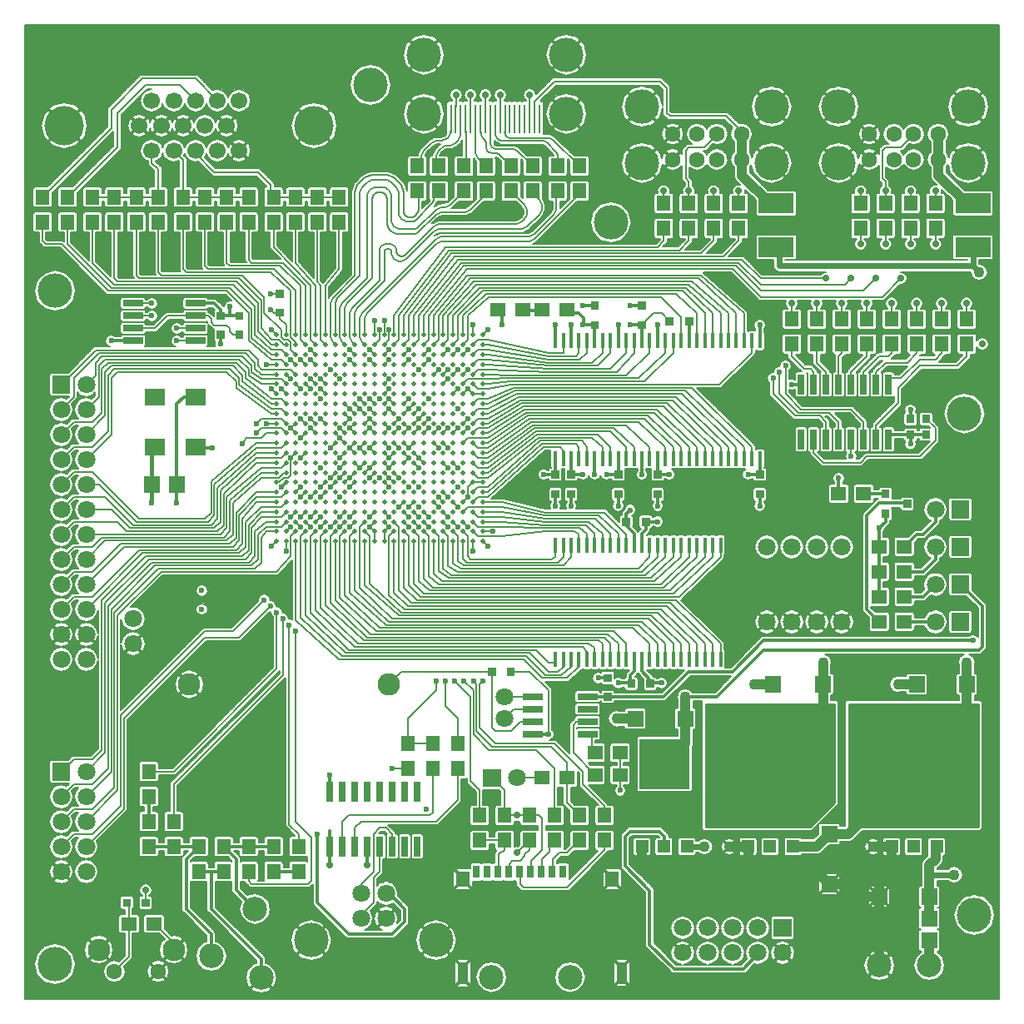
<source format=gbr>
%FSLAX34Y34*%
%MOMM*%
%LNCOPPER_TOP*%
G71*
G01*
%ADD10C, 0.13*%
%ADD11C, 0.40*%
%ADD12C, 0.30*%
%ADD13C, 0.20*%
%ADD14C, 1.00*%
%ADD15C, 0.60*%
%ADD16C, 0.25*%
%ADD17C, 0.38*%
%ADD18C, 1.80*%
%ADD19R, 1.42X1.52*%
%ADD20C, 1.60*%
%ADD21R, 1.52X1.42*%
%ADD22C, 0.70*%
%ADD23C, 0.60*%
%ADD24R, 2.00X1.80*%
%ADD25R, 2.03X0.66*%
%ADD26C, 1.70*%
%ADD27C, 2.29*%
%ADD28C, 0.50*%
%ADD29C, 1.80*%
%ADD30C, 3.50*%
%ADD31R, 1.10X2.20*%
%ADD32C, 2.50*%
%ADD33C, 1.10*%
%ADD34C, 2.50*%
%ADD35R, 3.60X2.00*%
%ADD36C, 4.00*%
%ADD37R, 1.40X1.60*%
%ADD38R, 0.28X3.00*%
%ADD39R, 0.70X1.30*%
%ADD40C, 2.30*%
%ADD41R, 0.66X2.03*%
%ADD42R, 0.40X1.52*%
%ADD43R, 0.40X1.50*%
%ADD44R, 0.40X1.50*%
%LPD*%
G54D10*
X247879Y410439D02*
X216129Y378689D01*
X187554Y378689D01*
X101829Y292964D01*
X101829Y200889D01*
X73254Y172314D01*
X54204Y172314D01*
X41504Y159614D01*
G54D10*
X259995Y480010D02*
X249988Y480010D01*
X244704Y473939D01*
X244704Y448539D01*
X238354Y442189D01*
X139929Y442189D01*
X95479Y397739D01*
X95479Y219939D01*
X73254Y197714D01*
X54204Y197714D01*
X41504Y185014D01*
G54D10*
X259995Y489992D02*
X249988Y489992D01*
X238354Y480289D01*
X238354Y454889D01*
X232004Y448539D01*
X133579Y448539D01*
X89129Y404089D01*
X89129Y238989D01*
X73254Y223114D01*
X54204Y223114D01*
X41504Y210414D01*
G54D10*
X259995Y500000D02*
X244984Y500000D01*
X232004Y486639D01*
X232004Y461239D01*
X225654Y454889D01*
X127229Y454889D01*
X82779Y410439D01*
X82779Y258039D01*
X73254Y248514D01*
X54204Y248514D01*
X41504Y235814D01*
G54D10*
X259995Y510007D02*
X239980Y510007D01*
X225654Y492989D01*
X225654Y467589D01*
X219304Y461239D01*
X120879Y461239D01*
X73254Y413614D01*
X54204Y413614D01*
X41504Y400914D01*
G54D10*
X259995Y550012D02*
X239980Y550012D01*
X206604Y518389D01*
X206604Y486639D01*
X200254Y480289D01*
X108179Y480289D01*
X98654Y489814D01*
X54204Y489814D01*
X41504Y477114D01*
G54D10*
X259995Y540004D02*
X244984Y540004D01*
X212954Y512039D01*
X212954Y480289D01*
X206604Y473939D01*
X82779Y473939D01*
X73254Y464414D01*
X54204Y464414D01*
X41504Y451714D01*
G54D10*
X41504Y553314D02*
X54204Y566014D01*
X73254Y566014D01*
X89129Y581889D01*
X89129Y639039D01*
X95479Y645389D01*
X212954Y645389D01*
X222479Y635864D01*
X222479Y629514D01*
X254991Y605003D01*
X264998Y605003D01*
X270002Y599999D01*
G54D10*
X259995Y570002D02*
X239980Y570002D01*
X193904Y531089D01*
X193904Y499339D01*
X187554Y492989D01*
X120879Y492989D01*
X73254Y540614D01*
X54204Y540614D01*
X41504Y527914D01*
G54D10*
X41504Y629514D02*
X76429Y664439D01*
X232004Y664439D01*
X241529Y654914D01*
X241529Y648564D01*
X244984Y645008D01*
X274981Y645008D01*
X279984Y640005D01*
G54D10*
X41504Y604114D02*
X54204Y616814D01*
X54204Y635864D01*
X79604Y661264D01*
X228829Y661264D01*
X238354Y651739D01*
X238354Y645389D01*
X244984Y640005D01*
X259995Y640005D01*
G54D10*
X66904Y629514D02*
X76429Y639039D01*
X76429Y651739D01*
X82779Y658089D01*
X225654Y658089D01*
X235179Y648564D01*
X235179Y642214D01*
X244984Y635000D01*
X264998Y635000D01*
X270002Y629997D01*
G54D10*
X270002Y659994D02*
X264998Y664998D01*
X254991Y664998D01*
X238354Y680314D01*
X238354Y708889D01*
X216129Y731114D01*
X95479Y731114D01*
X73254Y753339D01*
X73254Y794614D01*
G54D10*
X259995Y659994D02*
X254991Y659994D01*
X235179Y677139D01*
X235179Y705714D01*
X212954Y727939D01*
X92304Y727939D01*
X47854Y772389D01*
X47854Y794614D01*
G54D10*
X270002Y650012D02*
X264998Y654990D01*
X254991Y654990D01*
X232004Y673964D01*
X232004Y702539D01*
X209779Y724764D01*
X89129Y724764D01*
X41504Y772389D01*
X25629Y772389D01*
X22454Y775564D01*
X22454Y794614D01*
G54D10*
X94996Y32513D02*
X109982Y47498D01*
X109982Y102489D01*
G54D10*
X154992Y62510D02*
X135001Y82500D01*
G54D10*
X127229Y102464D02*
X127229Y115164D01*
G54D10*
X270002Y559994D02*
X264998Y554990D01*
X239980Y554990D01*
X203429Y521564D01*
X203429Y489814D01*
X197079Y483464D01*
X111354Y483464D01*
X92304Y502514D01*
X66904Y502514D01*
G54D11*
X133579Y508864D02*
X133579Y527914D01*
X133579Y563728D01*
X136754Y563728D01*
X136754Y566014D01*
G54D10*
X41504Y578714D02*
X54204Y591414D01*
X73254Y591414D01*
X82779Y600939D01*
X82779Y645389D01*
X89129Y651739D01*
X219304Y651739D01*
X228829Y642214D01*
X228829Y635864D01*
X254991Y615011D01*
X264998Y615011D01*
X270002Y610006D01*
G54D10*
X66904Y578714D02*
X85954Y597764D01*
X85954Y642214D01*
X92304Y648564D01*
X216129Y648564D01*
X225654Y639039D01*
X225654Y632689D01*
X254991Y610006D01*
X259995Y610006D01*
G54D10*
X66904Y553314D02*
X92304Y578714D01*
X92304Y635864D01*
X98654Y642214D01*
X209779Y642214D01*
X219304Y632689D01*
X219304Y626339D01*
X254991Y599999D01*
X259995Y599999D01*
G54D10*
X270002Y670002D02*
X267488Y670002D01*
X262484Y675005D01*
X254991Y675005D01*
X244704Y686664D01*
X244704Y715239D01*
X222479Y737464D01*
X120879Y737464D01*
X117704Y740639D01*
X117704Y794614D01*
G54D10*
X259995Y670002D02*
X254991Y670002D01*
X241529Y683489D01*
X241529Y712064D01*
X219304Y734289D01*
X98654Y734289D01*
X95479Y737464D01*
X95479Y794614D01*
G54D10*
X120879Y686664D02*
X136754Y686664D01*
X149454Y699364D01*
X171679Y699364D01*
G54D10*
X133579Y712064D02*
X120879Y712064D01*
G54D10*
X133579Y699364D02*
X120879Y699364D01*
G54D12*
X92304Y673964D02*
X108179Y673964D01*
G54D13*
X76429Y820014D02*
X139929Y820014D01*
X139929Y848589D01*
X133579Y854939D01*
X133579Y867639D01*
G54D13*
X178029Y918439D02*
X162154Y934314D01*
X127229Y934314D01*
X98654Y905739D01*
X98654Y870814D01*
X47854Y820014D01*
G54D13*
X200254Y918439D02*
X178029Y940664D01*
X124054Y940664D01*
X92304Y908914D01*
X92304Y889864D01*
X22454Y820014D01*
G54D12*
X130404Y159614D02*
X181204Y159614D01*
X168504Y146914D01*
X168504Y96114D01*
X193904Y70714D01*
X193904Y48489D01*
G54D12*
X257404Y159614D02*
X206604Y159614D01*
X219304Y146914D01*
X219304Y115164D01*
X238354Y96114D01*
G54D10*
X254229Y404089D02*
X222479Y372339D01*
X187554Y372339D01*
X105004Y289789D01*
X105004Y197714D01*
X66904Y159614D01*
G54D10*
X270002Y570002D02*
X264998Y564998D01*
X239980Y564998D01*
X197079Y527914D01*
X197079Y496164D01*
X190729Y489814D01*
X117704Y489814D01*
X79604Y527914D01*
X66904Y527914D01*
G54D10*
X259995Y559994D02*
X239980Y559994D01*
X200254Y524739D01*
X200254Y492989D01*
X193904Y486639D01*
X114529Y486639D01*
X85954Y515214D01*
X54204Y515214D01*
X41504Y502514D01*
G54D10*
X66904Y477114D02*
X203429Y477114D01*
X209779Y483464D01*
X209779Y515214D01*
X244984Y545008D01*
X264998Y545008D01*
X270002Y550012D01*
G54D10*
X66904Y451714D02*
X85954Y470764D01*
X209779Y470764D01*
X216129Y477114D01*
X216129Y508864D01*
X244984Y535000D01*
X262484Y535000D01*
X267488Y540004D01*
X270002Y540004D01*
G54D10*
X41504Y426314D02*
X54204Y439014D01*
X73254Y439014D01*
X101829Y467589D01*
X212954Y467589D01*
X219304Y473939D01*
X219304Y499339D01*
X239980Y519990D01*
X259995Y519990D01*
G54D10*
X66904Y426314D02*
X105004Y464414D01*
X216129Y464414D01*
X222479Y470764D01*
X222479Y496164D01*
X239980Y515010D01*
X264998Y515010D01*
X270002Y519990D01*
G54D10*
X66904Y400914D02*
X124054Y458064D01*
X222479Y458064D01*
X228829Y464414D01*
X228829Y489814D01*
X244984Y505003D01*
X264998Y505003D01*
X270002Y510007D01*
G54D12*
X194996Y564998D02*
X179985Y564998D01*
G54D10*
X259995Y580009D02*
X249988Y580009D01*
X244984Y575006D01*
X229998Y575006D01*
X225654Y569189D01*
G54D12*
X178029Y616814D02*
X166091Y616814D01*
X158979Y609702D01*
X158979Y508864D01*
G54D12*
X222479Y699364D02*
X203429Y699364D01*
X203429Y705714D01*
X197079Y712064D01*
X184379Y712064D01*
G54D12*
X203429Y680314D02*
X203429Y670789D01*
G54D10*
X184379Y699364D02*
X190729Y699364D01*
X193904Y696189D01*
X193904Y693014D01*
X197079Y689839D01*
X209779Y689839D01*
X212954Y686664D01*
X212954Y683489D01*
X216129Y680314D01*
X222479Y680314D01*
G54D10*
X158979Y686664D02*
X171679Y686664D01*
G54D10*
X158979Y673964D02*
X171679Y673964D01*
G54D12*
X212954Y699364D02*
X212954Y708889D01*
G54D10*
X289992Y670002D02*
X284988Y675005D01*
X284988Y729996D01*
X263754Y750164D01*
X212954Y750164D01*
X209779Y753339D01*
X209779Y794614D01*
G54D10*
X279984Y680009D02*
X279984Y724993D01*
X257404Y746989D01*
X190729Y746989D01*
X187554Y750164D01*
X187554Y794614D01*
G54D10*
X279984Y670002D02*
X279984Y672491D01*
X274981Y677495D01*
X274981Y724993D01*
X254229Y743814D01*
X168504Y743814D01*
X165329Y746989D01*
X165329Y794614D01*
G54D13*
X228829Y820014D02*
X165329Y820014D01*
X165329Y858114D01*
X158979Y864464D01*
G54D13*
X254229Y820014D02*
X254229Y832714D01*
X241529Y845414D01*
X197079Y845414D01*
X178029Y864464D01*
G54D12*
X244704Y26264D02*
X244704Y45314D01*
X193904Y96114D01*
X193904Y134214D01*
G54D10*
X232004Y134214D02*
X232004Y124689D01*
X235179Y121514D01*
X292329Y121514D01*
X295504Y124689D01*
X295504Y169139D01*
X279629Y185014D01*
X279629Y378689D01*
G54D10*
X282804Y159614D02*
X282804Y172314D01*
X273279Y181839D01*
X273279Y385039D01*
G54D13*
X294996Y494996D02*
X300000Y500000D01*
G54D13*
X284988Y494996D02*
X289992Y500000D01*
G54D13*
X274981Y494996D02*
X279984Y500000D01*
G54D13*
X254991Y464998D02*
X259995Y470002D01*
G54D10*
X300000Y480010D02*
X294996Y475006D01*
X294996Y397511D01*
X333604Y359639D01*
X524104Y359639D01*
X536804Y346939D01*
X543154Y346939D01*
G54D10*
X289992Y480010D02*
X284988Y475006D01*
X284988Y392506D01*
X327254Y353289D01*
X514579Y353289D01*
X533629Y334239D01*
X549504Y334239D01*
X559994Y342011D01*
X559994Y345999D01*
G54D10*
X279984Y480010D02*
X274981Y475006D01*
X274981Y454991D01*
X260579Y439014D01*
X143104Y439014D01*
X98654Y394564D01*
X98654Y216764D01*
X66904Y185014D01*
G54D13*
X270002Y459994D02*
X270002Y470002D01*
G54D10*
X270002Y489992D02*
X264998Y485013D01*
X249988Y485013D01*
X241529Y477114D01*
X241529Y451714D01*
X235179Y445364D01*
X136754Y445364D01*
X92304Y400914D01*
X92304Y235814D01*
X66904Y210414D01*
G54D10*
X270002Y500000D02*
X264998Y494996D01*
X244984Y494996D01*
X235179Y483464D01*
X235179Y458064D01*
X228829Y451714D01*
X130404Y451714D01*
X85954Y407264D01*
X85954Y254864D01*
X66904Y235814D01*
G54D13*
X305004Y494996D02*
X300000Y489992D01*
G54D13*
X284988Y485013D02*
X279984Y489992D01*
G54D13*
X294996Y485013D02*
X289992Y489992D01*
G54D13*
X274981Y485013D02*
X270002Y480010D01*
G54D13*
X279984Y589991D02*
X274981Y585013D01*
X279984Y580009D01*
G54D13*
X294996Y585013D02*
X300000Y580009D01*
G54D13*
X284988Y554990D02*
X289992Y559994D01*
G54D13*
X274981Y554990D02*
X279984Y559994D01*
G54D13*
X249988Y589991D02*
X259995Y589991D01*
G54D10*
X239980Y580009D02*
X244984Y585013D01*
X264998Y585013D01*
X270002Y580009D01*
G54D10*
X274981Y554990D02*
X274981Y537490D01*
X272492Y535000D01*
X267488Y535000D01*
X262484Y529997D01*
X259995Y529997D01*
G54D13*
X279984Y519990D02*
X284988Y524993D01*
G54D12*
X270002Y529997D02*
X264998Y524993D01*
G54D13*
X284988Y575006D02*
X289992Y580009D01*
G54D13*
X294996Y664998D02*
X300000Y659994D01*
G54D13*
X274981Y654990D02*
X279984Y650012D01*
G54D13*
X284988Y654990D02*
X289992Y650012D01*
G54D13*
X294996Y654990D02*
X300000Y650012D01*
G54D13*
X294996Y635000D02*
X300000Y629997D01*
G54D13*
X264998Y624993D02*
X270002Y619989D01*
G54D13*
X249988Y650012D02*
X259995Y650012D01*
G54D10*
X259995Y629997D02*
X244984Y629997D01*
X232004Y639039D01*
X232004Y645389D01*
X222479Y654914D01*
X85954Y654914D01*
X79604Y648564D01*
X79604Y616814D01*
X66904Y604114D01*
G54D10*
X239980Y589991D02*
X244984Y594996D01*
X264998Y594996D01*
X270002Y589991D01*
G54D13*
X254991Y624993D02*
X259995Y619989D01*
G54D10*
X139929Y794614D02*
X139929Y743814D01*
X143104Y740639D01*
X225654Y740639D01*
X247879Y718414D01*
X247879Y702539D01*
X264998Y685013D01*
X264998Y677495D01*
X267488Y675005D01*
X272492Y675005D01*
X274981Y672491D01*
X274981Y664998D01*
X279984Y659994D01*
G54D13*
X284988Y624993D02*
X279984Y629997D01*
G54D13*
X274981Y635000D02*
X270002Y640005D01*
G54D13*
X294996Y624993D02*
X289992Y629997D01*
G54D13*
X254991Y685013D02*
X259995Y680009D01*
G54D13*
X254229Y705714D02*
X257404Y702539D01*
X263754Y702539D01*
X263754Y696189D01*
X270002Y689991D01*
X270002Y680009D01*
G54D10*
X300000Y670002D02*
X294996Y675005D01*
X294996Y729996D01*
X257404Y769214D01*
X257404Y794614D01*
G54D10*
X309982Y670002D02*
X305004Y675005D01*
X305004Y729996D01*
X301854Y734289D01*
X301854Y794614D01*
G54D10*
X300000Y680009D02*
X300000Y729996D01*
X279629Y753339D01*
X279629Y794614D01*
G54D10*
X289992Y680009D02*
X289992Y729996D01*
X266929Y753339D01*
X235179Y753339D01*
X232004Y756514D01*
X232004Y794614D01*
G54D13*
X254229Y721589D02*
X263754Y721589D01*
G54D10*
X346304Y89764D02*
X359004Y102464D01*
X359004Y127864D01*
X365354Y134214D01*
X365354Y153264D01*
G54D10*
X378054Y165964D02*
X378054Y172314D01*
X371704Y178664D01*
X365354Y178664D01*
X359004Y172314D01*
X359004Y134214D01*
X346304Y121514D01*
X346304Y115164D01*
G54D12*
X301854Y172314D02*
X301854Y102464D01*
X333604Y70714D01*
X378054Y70714D01*
X390754Y83414D01*
X390754Y96114D01*
X371704Y115164D01*
G54D12*
X314554Y175489D02*
X314554Y159614D01*
X314554Y140564D01*
G54D10*
X339954Y165964D02*
X339954Y178664D01*
X346304Y185014D01*
X422504Y185014D01*
X444729Y207239D01*
X444729Y238989D01*
G54D12*
X352654Y153264D02*
X352654Y140564D01*
G54D10*
X327254Y165964D02*
X327254Y185014D01*
X333604Y191364D01*
X416154Y191364D01*
X419329Y194539D01*
X419329Y238989D01*
G54D12*
X314554Y232639D02*
X314554Y219939D01*
G54D10*
X349987Y489992D02*
X344983Y485013D01*
X344983Y422504D01*
X378054Y391389D01*
X638404Y391389D01*
X663982Y365989D01*
X663982Y354000D01*
G54D10*
X339980Y470002D02*
X339980Y419989D01*
X374879Y388214D01*
X632054Y388214D01*
X655981Y365989D01*
X655981Y354000D01*
G54D10*
X339980Y480010D02*
X335001Y475006D01*
X335001Y417500D01*
X371704Y385039D01*
X628879Y385039D01*
X647980Y365989D01*
X647980Y354000D01*
G54D10*
X329997Y470002D02*
X329997Y415011D01*
X365354Y381864D01*
X622529Y381864D01*
X639978Y365989D01*
X639978Y354000D01*
G54D10*
X329997Y480010D02*
X324994Y475006D01*
X324994Y412496D01*
X362179Y378689D01*
X603479Y378689D01*
X616002Y365989D01*
X616002Y354000D01*
G54D10*
X319990Y470002D02*
X319990Y410007D01*
X355829Y375514D01*
X597129Y375514D01*
X608000Y365989D01*
X608000Y354000D01*
G54D10*
X319990Y480010D02*
X314986Y475006D01*
X314986Y407493D01*
X352654Y372339D01*
X593954Y372339D01*
X599999Y365989D01*
X599999Y354000D01*
G54D10*
X309982Y470002D02*
X309982Y405003D01*
X349479Y369164D01*
X587604Y369164D01*
X591998Y365989D01*
X591998Y354000D01*
G54D13*
X374980Y494996D02*
X370002Y500000D01*
G54D13*
X374980Y485013D02*
X370002Y489992D01*
G54D13*
X354990Y494996D02*
X359994Y500000D01*
G54D13*
X335001Y494996D02*
X339980Y500000D01*
G54D13*
X354990Y485013D02*
X359994Y489992D01*
G54D13*
X335001Y485013D02*
X339980Y489992D01*
G54D10*
X370002Y470002D02*
X370002Y480010D01*
X374980Y485013D01*
G54D10*
X359994Y470002D02*
X359994Y480010D01*
X354990Y485013D01*
G54D10*
X349987Y480010D02*
X354990Y475006D01*
X354990Y427508D01*
X387579Y397739D01*
X647929Y397739D01*
X679984Y365989D01*
X679984Y354000D01*
G54D10*
X379984Y480010D02*
X374980Y475006D01*
X374980Y415011D01*
X390754Y400914D01*
X651104Y400914D01*
X687985Y365989D01*
X687985Y354000D01*
G54D13*
X314986Y485013D02*
X319990Y489992D01*
G54D13*
X324994Y485013D02*
X329997Y489992D01*
G54D13*
X324994Y494996D02*
X329997Y500000D01*
G54D13*
X324994Y585013D02*
X329997Y580009D01*
G54D13*
X339980Y589991D02*
X335001Y585013D01*
X339980Y580009D01*
G54D13*
X349987Y580009D02*
X354990Y585013D01*
X359994Y580009D01*
G54D13*
X370002Y589991D02*
X374980Y585013D01*
X370002Y580009D01*
G54D13*
X374980Y564998D02*
X370002Y570002D01*
G54D13*
X379984Y559994D02*
X374980Y554990D01*
X370002Y559994D01*
G54D13*
X379984Y550012D02*
X374980Y545008D01*
X370002Y550012D01*
G54D13*
X379984Y529997D02*
X374980Y535000D01*
X370002Y540004D01*
G54D13*
X374980Y524993D02*
X370002Y529997D01*
G54D13*
X359994Y559994D02*
X354990Y564998D01*
X359994Y570002D01*
G54D13*
X349987Y559994D02*
X344983Y564998D01*
X349987Y570002D01*
G54D13*
X339980Y559994D02*
X335001Y564998D01*
X339980Y570002D01*
G54D13*
X314986Y564998D02*
X319990Y570002D01*
G54D13*
X324994Y554990D02*
X329997Y559994D01*
G54D13*
X349987Y540004D02*
X354990Y545008D01*
X359994Y550012D01*
G54D13*
X339980Y550012D02*
X344983Y545008D01*
X349987Y550012D01*
G54D13*
X324994Y545008D02*
X329997Y550012D01*
G54D13*
X354990Y535000D02*
X359994Y540004D01*
G54D13*
X329997Y529997D02*
X335001Y535000D01*
X339980Y540004D01*
G54D13*
X324994Y535000D02*
X329997Y540004D01*
G54D13*
X314986Y535000D02*
X319990Y540004D01*
G54D13*
X335001Y524993D02*
X339980Y529997D01*
G54D13*
X314986Y524993D02*
X319990Y529997D01*
G54D13*
X329997Y570002D02*
X324994Y575006D01*
X319990Y580009D01*
G54D13*
X335001Y664998D02*
X339980Y659994D01*
G54D13*
X354990Y664998D02*
X359994Y659994D01*
G54D13*
X335001Y654990D02*
X339980Y650012D01*
G54D13*
X354990Y654990D02*
X359994Y650012D01*
G54D13*
X344983Y615011D02*
X349987Y610006D01*
G54D13*
X354990Y615011D02*
X359994Y610006D01*
G54D13*
X329997Y610006D02*
X335001Y605003D01*
X339980Y599999D01*
G54D13*
X339980Y610006D02*
X344983Y605003D01*
X349987Y599999D01*
G54D13*
X354990Y605003D02*
X359994Y599999D01*
G54D13*
X374980Y664998D02*
X370002Y659994D01*
G54D13*
X374980Y654990D02*
X370002Y650012D01*
G54D13*
X374980Y635000D02*
X370002Y629997D01*
G54D13*
X374980Y624993D02*
X370002Y619989D01*
G54D13*
X379984Y610006D02*
X374980Y615011D01*
X370002Y610006D01*
G54D13*
X379984Y599999D02*
X374980Y605003D01*
X370002Y599999D01*
G54D13*
X329997Y589991D02*
X335001Y594996D01*
X329997Y599999D01*
G54D10*
X379984Y680009D02*
X379984Y699999D01*
X432029Y769214D01*
X647929Y769214D01*
X654279Y775564D01*
X654279Y788264D01*
G54D10*
X359994Y670002D02*
X364998Y675005D01*
X364998Y685013D01*
G54D10*
X309982Y680009D02*
X309982Y729996D01*
X324079Y746989D01*
X324079Y794614D01*
G54D10*
X405004Y824992D02*
X405004Y806247D01*
X403734Y803758D01*
X401244Y801244D01*
X398730Y799999D01*
X393752Y799999D01*
X391236Y801244D01*
X389992Y803758D01*
X389992Y824992D01*
X387502Y832510D01*
X379984Y840004D01*
X372492Y842493D01*
X357480Y842493D01*
X349987Y840004D01*
X342494Y832510D01*
X339980Y824992D01*
X339980Y740004D01*
X317500Y717500D01*
X314986Y712495D01*
X314986Y677495D01*
X317500Y672491D01*
X319990Y670002D01*
G54D10*
X419990Y824992D02*
X419990Y816255D01*
X418745Y813740D01*
X401244Y796239D01*
X398730Y794995D01*
X392481Y794995D01*
X387502Y797510D01*
X384988Y802513D01*
X384988Y824992D01*
X382499Y829996D01*
X377495Y835000D01*
X372492Y837490D01*
X357480Y837490D01*
X352502Y835000D01*
X347498Y829996D01*
X344983Y824992D01*
X344983Y740004D01*
X322478Y717500D01*
X319990Y712495D01*
X319990Y680009D01*
G54D10*
X449987Y824992D02*
X437490Y812496D01*
X432486Y810007D01*
X427482Y810007D01*
X422504Y807492D01*
X403734Y788747D01*
X401244Y787502D01*
X384988Y787502D01*
X379984Y789992D01*
X377495Y794995D01*
X377495Y822503D01*
X374980Y827507D01*
X370002Y829996D01*
X359994Y829996D01*
X354990Y827507D01*
X352502Y822503D01*
X352502Y737489D01*
X327482Y712495D01*
X324994Y707492D01*
X324994Y677495D01*
X327482Y672491D01*
X329997Y670002D01*
G54D10*
X474980Y824992D02*
X457480Y807492D01*
X452501Y805002D01*
X427482Y805002D01*
X422504Y802513D01*
X403734Y783743D01*
X401244Y782498D01*
X382499Y782498D01*
X377495Y785013D01*
X374980Y787502D01*
X372492Y792506D01*
X372492Y817500D01*
X371856Y821259D01*
X370002Y823748D01*
X367488Y824992D01*
X362484Y824992D01*
X359994Y823748D01*
X358115Y821259D01*
X357480Y817500D01*
X357480Y737489D01*
X332486Y712495D01*
X329997Y707492D01*
X329997Y680009D01*
G54D10*
X500000Y824992D02*
X512496Y812496D01*
X514986Y807492D01*
X514986Y802513D01*
X512496Y797510D01*
X509982Y794995D01*
X505004Y792506D01*
X424993Y792506D01*
X419990Y789992D01*
X391236Y761264D01*
X388748Y759993D01*
X386233Y759993D01*
X383744Y761264D01*
X382499Y763753D01*
X382499Y766242D01*
X381229Y770002D01*
X379984Y771246D01*
X376250Y772491D01*
X371247Y772491D01*
X367488Y771246D01*
X366243Y770002D01*
X364998Y766242D01*
X364998Y735000D01*
X337490Y707492D01*
X335001Y702513D01*
X335001Y677495D01*
X337490Y672491D01*
X339980Y670002D01*
G54D10*
X519990Y824992D02*
X527482Y817500D01*
X529997Y812496D01*
X529997Y807492D01*
X527482Y802513D01*
X514986Y789992D01*
X509982Y787502D01*
X424993Y787502D01*
X419990Y785013D01*
X392481Y757504D01*
X387502Y754990D01*
X384988Y754990D01*
X379984Y757504D01*
X377495Y762509D01*
X377495Y764388D01*
X376860Y766242D01*
X376250Y766877D01*
X374371Y767512D01*
X373126Y767512D01*
X371247Y766877D01*
X370612Y766242D01*
X370002Y764388D01*
X370002Y735000D01*
X342494Y707492D01*
X339980Y702513D01*
X339980Y680009D01*
G54D10*
X544983Y824992D02*
X544983Y807492D01*
X542494Y802513D01*
X522504Y782498D01*
X517500Y780009D01*
X427482Y780009D01*
X422504Y777494D01*
X347498Y702513D01*
X344983Y697510D01*
X344983Y677495D01*
X347498Y672491D01*
X349987Y670002D01*
G54D10*
X570002Y824992D02*
X522504Y777494D01*
X517500Y775005D01*
X427482Y775005D01*
X422504Y772491D01*
X352502Y702513D01*
X349987Y697510D01*
X349987Y680009D01*
G54D10*
X370002Y670002D02*
X374980Y675005D01*
X374980Y685013D01*
G54D10*
X370002Y680009D02*
X370002Y694995D01*
G54D10*
X359994Y680009D02*
X359994Y694995D01*
G54D13*
X419329Y264389D02*
X393929Y264389D01*
G54D10*
X466954Y191364D02*
X466954Y216764D01*
X457429Y226289D01*
X457429Y312014D01*
X441554Y327889D01*
G54D10*
X432029Y327889D02*
X432029Y302489D01*
X444729Y289789D01*
X444729Y264389D01*
G54D10*
X393929Y264389D02*
X393929Y289789D01*
X422504Y318364D01*
X422504Y327889D01*
G54D10*
X409982Y480010D02*
X414986Y475006D01*
X414986Y435001D01*
X425679Y426314D01*
X651104Y426314D01*
X679984Y454000D01*
X679984Y462001D01*
G54D10*
X419990Y470002D02*
X419990Y437490D01*
X428854Y429489D01*
X644754Y429489D01*
X671983Y454000D01*
X671983Y462001D01*
G54D10*
X409982Y470002D02*
X409982Y432511D01*
X419329Y423139D01*
X654279Y423139D01*
X687985Y454000D01*
X687985Y462001D01*
G54D10*
X400000Y480010D02*
X405004Y475006D01*
X405004Y429997D01*
X416154Y419964D01*
X660629Y419964D01*
X695986Y454000D01*
X695986Y462001D01*
G54D10*
X400000Y470002D02*
X400000Y427508D01*
X409804Y416789D01*
X663804Y416789D01*
X703987Y454000D01*
X703987Y462001D01*
G54D10*
X389992Y480010D02*
X394996Y475006D01*
X394996Y424994D01*
X406629Y413614D01*
X670154Y413614D01*
X711988Y454000D01*
X711988Y462001D01*
G54D10*
X389992Y470002D02*
X389992Y422504D01*
X403454Y410439D01*
X666979Y410439D01*
X711988Y365989D01*
X711988Y354000D01*
G54D13*
X424993Y505003D02*
X419990Y510007D01*
G54D13*
X444983Y505003D02*
X439979Y510007D01*
G54D13*
X414986Y494996D02*
X409982Y500000D01*
G54D13*
X435001Y494996D02*
X429997Y500000D01*
G54D13*
X414986Y485013D02*
X409982Y489992D01*
G54D13*
X435001Y485013D02*
X429997Y489992D01*
G54D13*
X444983Y485013D02*
X439979Y489992D01*
G54D13*
X454990Y485013D02*
X449987Y489992D01*
G54D10*
X449987Y480010D02*
X454990Y475006D01*
X454990Y454991D01*
X457429Y451714D01*
X539979Y451714D01*
X543992Y454000D01*
X543992Y462001D01*
G54D10*
X439979Y480010D02*
X444983Y475006D01*
X444983Y450012D01*
X451079Y445364D01*
X552679Y445364D01*
X559994Y454000D01*
X559994Y462001D01*
G54D10*
X429997Y480010D02*
X435001Y475006D01*
X435001Y445009D01*
X444729Y439014D01*
X632054Y439014D01*
X647980Y454000D01*
X647980Y462001D01*
G54D10*
X419990Y480010D02*
X424993Y475006D01*
X424993Y440004D01*
X435204Y432664D01*
X641579Y432664D01*
X663982Y454000D01*
X663982Y462001D01*
G54D10*
X449987Y500000D02*
X454990Y505003D01*
X489992Y505003D01*
X533629Y496164D01*
X587604Y496164D01*
X608000Y478003D01*
X608000Y470002D01*
G54D10*
X449987Y470002D02*
X449987Y452502D01*
X454254Y448539D01*
X546329Y448539D01*
X551993Y454000D01*
X551993Y462001D01*
G54D10*
X439979Y470002D02*
X439979Y447498D01*
X447904Y442189D01*
X628879Y442189D01*
X639978Y454000D01*
X639978Y462001D01*
G54D10*
X429997Y470002D02*
X429997Y442493D01*
X438379Y435839D01*
X635229Y435839D01*
X655981Y454000D01*
X655981Y462001D01*
G54D13*
X394996Y485013D02*
X389992Y489992D01*
G54D13*
X405004Y485013D02*
X400000Y489992D01*
G54D13*
X394996Y494996D02*
X389992Y500000D01*
G54D13*
X405004Y494996D02*
X400000Y500000D01*
G54D13*
X394996Y505003D02*
X400000Y510007D01*
G54D13*
X389992Y589991D02*
X394996Y585013D01*
X389992Y580009D01*
G54D13*
X405004Y585013D02*
X400000Y580009D01*
G54D13*
X414986Y585013D02*
X409982Y580009D01*
G54D13*
X424993Y585013D02*
X419990Y580009D01*
G54D13*
X435001Y585013D02*
X429997Y580009D01*
G54D13*
X444983Y585013D02*
X439979Y580009D01*
G54D13*
X454990Y585013D02*
X449987Y580009D01*
G54D13*
X400000Y570002D02*
X394996Y564998D01*
X389992Y570002D01*
G54D13*
X424993Y564998D02*
X419990Y570002D01*
G54D13*
X435001Y564998D02*
X429997Y570002D01*
G54D13*
X389992Y550012D02*
X394996Y554990D01*
X389992Y559994D01*
G54D13*
X409982Y550012D02*
X405004Y554990D01*
X400000Y559994D01*
G54D13*
X405004Y545008D02*
X400000Y550012D01*
G54D13*
X435001Y545008D02*
X429997Y550012D01*
G54D13*
X444983Y545008D02*
X439979Y550012D01*
G54D10*
X449987Y570002D02*
X454990Y575006D01*
X474980Y575006D01*
X514579Y600939D01*
X644373Y600939D01*
X679984Y566014D01*
X679984Y558013D01*
G54D13*
X394996Y664998D02*
X389992Y659994D01*
G54D13*
X414986Y664998D02*
X409982Y659994D01*
G54D13*
X394996Y654990D02*
X389992Y650012D01*
G54D13*
X414986Y654990D02*
X409982Y650012D01*
G54D13*
X424993Y645008D02*
X419990Y640005D01*
G54D13*
X435001Y645008D02*
X429997Y640005D01*
G54D13*
X444983Y645008D02*
X439979Y640005D01*
G54D13*
X454990Y645008D02*
X449987Y640005D01*
G54D13*
X435001Y635000D02*
X429997Y629997D01*
G54D13*
X444983Y624993D02*
X439979Y619989D01*
G54D13*
X454990Y624993D02*
X449987Y619989D01*
G54D13*
X394996Y615011D02*
X389992Y610006D01*
G54D13*
X405004Y605003D02*
X400000Y599999D01*
G54D13*
X400000Y589991D02*
X405004Y594996D01*
X409982Y599999D01*
G54D13*
X389992Y599999D02*
X394996Y605003D01*
X400000Y610006D01*
G54D10*
X449987Y629997D02*
X454990Y635000D01*
X474980Y635000D01*
X498704Y635864D01*
X628498Y635864D01*
X655981Y662000D01*
X655981Y670002D01*
G54D13*
X454990Y664998D02*
X449987Y659994D01*
G54D13*
X444983Y664998D02*
X439979Y659994D01*
G54D13*
X435001Y664998D02*
X429997Y659994D01*
G54D10*
X389992Y670002D02*
X394996Y675005D01*
X394996Y699999D01*
X441554Y759689D01*
X714604Y759689D01*
X730479Y775564D01*
X730479Y788264D01*
G54D10*
X389992Y680009D02*
X389992Y699999D01*
X438379Y762864D01*
X692379Y762864D01*
X705079Y775564D01*
X705079Y788264D01*
G54D10*
X400000Y670002D02*
X405004Y675005D01*
X405004Y699999D01*
X447904Y753339D01*
X730479Y753339D01*
X752704Y731114D01*
X838429Y731114D01*
X844779Y737464D01*
G54D10*
X400000Y680009D02*
X400000Y699999D01*
X444729Y756514D01*
X733654Y756514D01*
X752704Y737464D01*
X819379Y737464D01*
G54D10*
X409982Y670002D02*
X414986Y675005D01*
X414986Y699999D01*
X454254Y746989D01*
X724129Y746989D01*
X752704Y718414D01*
X876529Y718414D01*
X895579Y737464D01*
G54D10*
X409982Y680009D02*
X409982Y699999D01*
X451079Y750164D01*
X727304Y750164D01*
X752704Y724764D01*
X857479Y724764D01*
X870179Y737464D01*
G54D10*
X419990Y670002D02*
X424993Y675005D01*
X424993Y699999D01*
X457429Y737464D01*
X689204Y737464D01*
X727990Y702006D01*
X727990Y678002D01*
G54D10*
X419990Y680009D02*
X419990Y699999D01*
X454254Y740639D01*
X692379Y740639D01*
X735990Y702006D01*
X735990Y678002D01*
G54D10*
X429997Y670002D02*
X435001Y675005D01*
X435001Y699999D01*
X463779Y731114D01*
X679679Y731114D01*
X711988Y702006D01*
X711988Y678002D01*
G54D10*
X429997Y680009D02*
X429997Y699999D01*
X460604Y734289D01*
X682854Y734289D01*
X719988Y702006D01*
X719988Y678002D01*
G54D10*
X439979Y670002D02*
X444983Y675005D01*
X444983Y699999D01*
X470129Y724764D01*
X673329Y724764D01*
X695986Y702006D01*
X695986Y678002D01*
G54D10*
X439979Y680009D02*
X439979Y699999D01*
X466954Y727939D01*
X676504Y727939D01*
X703987Y702006D01*
X703987Y678002D01*
G54D10*
X449987Y680009D02*
X449987Y699999D01*
X473304Y721589D01*
X666979Y721589D01*
X687985Y702006D01*
X687985Y678002D01*
G54D10*
X449987Y670002D02*
X454990Y675005D01*
X454990Y699999D01*
X476479Y718414D01*
X651104Y718414D01*
X671983Y697992D01*
X671983Y678002D01*
G54D10*
X452934Y887527D02*
X452934Y851281D01*
G54D10*
X437490Y887502D02*
X437490Y885013D01*
X435001Y880008D01*
X427482Y877494D01*
X422504Y877494D01*
X417500Y875005D01*
X409982Y867512D01*
X407493Y862508D01*
X407493Y852500D01*
G54D10*
X447498Y887502D02*
X447498Y882498D01*
X444983Y877494D01*
X442494Y875005D01*
X437490Y872490D01*
X432486Y872490D01*
X427482Y870001D01*
X424993Y867512D01*
X422504Y862508D01*
X422504Y852500D01*
G54D13*
X442849Y923773D02*
X442849Y912521D01*
G54D13*
X457835Y923773D02*
X457835Y912521D01*
G54D13*
X508229Y129439D02*
X508229Y121514D01*
X511404Y118339D01*
X555854Y118339D01*
X593954Y156439D01*
X593954Y165964D01*
G54D13*
X519329Y137389D02*
X519329Y145314D01*
X530454Y156439D01*
X530454Y188189D01*
X527279Y191364D01*
X517754Y191364D01*
X492354Y191364D01*
X492354Y216764D01*
X479654Y229464D01*
G54D13*
X486004Y137389D02*
X486004Y146914D01*
X486004Y151663D01*
X489179Y154839D01*
X490754Y154839D01*
X492354Y156439D01*
X492354Y165964D01*
X466954Y165964D01*
G54D13*
X497104Y137389D02*
X497104Y142139D01*
X500279Y145314D01*
X508229Y145314D01*
X512978Y150089D01*
X512978Y151663D01*
X517754Y156439D01*
X517754Y165964D01*
X505054Y153264D01*
G54D13*
X538378Y161189D02*
X538378Y154839D01*
X530454Y146914D01*
X530454Y137389D01*
G54D13*
X530454Y229464D02*
X505054Y229464D01*
G54D10*
X514579Y286614D02*
X508229Y286614D01*
X498704Y277089D01*
X482829Y277089D01*
X479654Y280264D01*
X479654Y337414D01*
X387579Y337414D01*
X374879Y324714D01*
G54D10*
X470129Y327889D02*
X466954Y324714D01*
X466954Y280264D01*
X482829Y264389D01*
X543154Y264389D01*
X571729Y235814D01*
X571729Y223114D01*
X593954Y200889D01*
X593954Y191364D01*
G54D10*
X460604Y327889D02*
X463779Y324714D01*
X463779Y277089D01*
X479654Y261214D01*
X539979Y261214D01*
X555854Y245339D01*
X555854Y229464D01*
G54D10*
X543154Y191364D02*
X543154Y238989D01*
X524104Y258039D01*
X476479Y258039D01*
X460604Y273914D01*
X460604Y318364D01*
X451079Y327889D01*
G54D10*
X492354Y312014D02*
X514579Y312014D01*
G54D10*
X492354Y289789D02*
X501879Y299314D01*
X514579Y299314D01*
G54D10*
X567995Y345999D02*
X567995Y342011D01*
X555854Y331064D01*
X530454Y331064D01*
X511404Y350114D01*
X324079Y350114D01*
X279984Y389992D01*
X279984Y470002D01*
G54D13*
X498704Y337414D02*
X517754Y337414D01*
X536804Y318364D01*
X536804Y273914D01*
G54D13*
X474980Y464998D02*
X470002Y470002D01*
G54D10*
X470002Y510007D02*
X489992Y510007D01*
X533629Y499339D01*
X593954Y499339D01*
X616179Y477114D01*
X616179Y470764D01*
G54D10*
X459994Y500000D02*
X464998Y494996D01*
X489992Y494996D01*
X533629Y489814D01*
X578079Y489814D01*
X591998Y478003D01*
X591998Y470002D01*
G54D10*
X470002Y500000D02*
X489992Y500000D01*
X533629Y492989D01*
X584429Y492989D01*
X599999Y478003D01*
X599999Y470002D01*
G54D10*
X459994Y489992D02*
X464998Y485013D01*
X489992Y485013D01*
X533629Y483464D01*
X568554Y483464D01*
X575996Y478003D01*
X575996Y470002D01*
G54D10*
X470002Y489992D02*
X489992Y489992D01*
X533629Y486639D01*
X574904Y486639D01*
X583997Y478003D01*
X583997Y470002D01*
G54D13*
X479984Y480010D02*
X470002Y480010D01*
G54D10*
X459994Y480010D02*
X464998Y475006D01*
X489992Y475006D01*
X533629Y480289D01*
X562204Y480289D01*
X567995Y478003D01*
X567995Y470002D01*
G54D10*
X470002Y589991D02*
X474980Y589991D01*
X509804Y610464D01*
X657073Y610464D01*
X703987Y566014D01*
X703987Y558013D01*
G54D10*
X459994Y580009D02*
X464998Y585013D01*
X474980Y585013D01*
X511404Y607289D01*
X653898Y607289D01*
X695986Y566014D01*
X695986Y558013D01*
G54D10*
X470002Y580009D02*
X474980Y580009D01*
X512978Y604114D01*
X647548Y604114D01*
X687985Y566014D01*
X687985Y558013D01*
G54D10*
X470002Y570002D02*
X474980Y570002D01*
X516154Y597764D01*
X638023Y597764D01*
X671983Y566014D01*
X671983Y558013D01*
G54D10*
X459994Y570002D02*
X464998Y564998D01*
X474980Y564998D01*
X517754Y594589D01*
X634848Y594589D01*
X663982Y566014D01*
X663982Y558013D01*
G54D10*
X470002Y559994D02*
X474980Y559994D01*
X519329Y591414D01*
X628498Y591414D01*
X655981Y566014D01*
X655981Y558013D01*
G54D10*
X459994Y559994D02*
X464998Y554990D01*
X474980Y554990D01*
X520929Y588239D01*
X615798Y588239D01*
X639978Y566014D01*
X639978Y558013D01*
G54D10*
X470002Y550012D02*
X474980Y550012D01*
X522504Y585064D01*
X603098Y585064D01*
X624002Y566014D01*
X624002Y558013D01*
G54D10*
X459994Y550012D02*
X464998Y545008D01*
X474980Y545008D01*
X524104Y581889D01*
X599923Y581889D01*
X616002Y566014D01*
X616002Y558013D01*
G54D10*
X470002Y540004D02*
X474980Y540004D01*
X525679Y578714D01*
X587223Y578714D01*
X599999Y566014D01*
X599999Y558013D01*
G54D10*
X459994Y540004D02*
X464998Y535000D01*
X474980Y535000D01*
X527279Y575539D01*
X580873Y575539D01*
X591998Y566014D01*
X591998Y558013D01*
G54D10*
X459994Y519990D02*
X464998Y524993D01*
X474980Y524993D01*
X528854Y572364D01*
X571348Y572364D01*
X575996Y566014D01*
X575996Y558013D01*
G54D10*
X470002Y519990D02*
X474980Y519990D01*
X530454Y569189D01*
X564998Y569189D01*
X567995Y566014D01*
X567995Y558013D01*
G54D10*
X459994Y659994D02*
X464998Y664998D01*
X474980Y664998D01*
X536804Y654914D01*
X568173Y654914D01*
X575996Y662000D01*
X575996Y670002D01*
G54D10*
X470002Y659994D02*
X474980Y659994D01*
X536804Y651739D01*
X580873Y651739D01*
X591998Y662000D01*
X591998Y670002D01*
G54D10*
X459994Y650012D02*
X464998Y654990D01*
X474980Y654990D01*
X536804Y648564D01*
X587223Y648564D01*
X599999Y662000D01*
X599999Y670002D01*
G54D10*
X470002Y650012D02*
X474980Y650012D01*
X536804Y645389D01*
X599923Y645389D01*
X616002Y662000D01*
X616002Y670002D01*
G54D10*
X459994Y640005D02*
X464998Y645008D01*
X474980Y645008D01*
X536804Y642214D01*
X606273Y642214D01*
X624002Y662000D01*
X624002Y670002D01*
G54D10*
X470002Y640005D02*
X474980Y640005D01*
X498704Y639039D01*
X615798Y639039D01*
X639978Y662000D01*
X639978Y670002D01*
G54D10*
X470002Y629997D02*
X474980Y629997D01*
X498704Y632689D01*
X634848Y632689D01*
X663982Y662000D01*
X663982Y670002D01*
G54D10*
X459994Y610006D02*
X464998Y615011D01*
X474980Y615011D01*
X501879Y626339D01*
X682473Y626339D01*
X743992Y566014D01*
X743992Y558013D01*
G54D10*
X470002Y610006D02*
X474980Y610006D01*
X503454Y623164D01*
X676123Y623164D01*
X735990Y566014D01*
X735990Y558013D01*
G54D10*
X459994Y599999D02*
X464998Y605003D01*
X474980Y605003D01*
X505054Y619989D01*
X672948Y619989D01*
X727990Y566014D01*
X727990Y558013D01*
G54D10*
X470002Y599999D02*
X474980Y599999D01*
X506628Y616814D01*
X666598Y616814D01*
X719988Y566014D01*
X719988Y558013D01*
G54D10*
X459994Y589991D02*
X464998Y594996D01*
X474980Y594996D01*
X508229Y613639D01*
X663804Y613639D01*
G54D10*
X459994Y629997D02*
X464998Y624993D01*
X474980Y624993D01*
X498704Y629514D01*
X711048Y629514D01*
X743992Y662000D01*
X743992Y670002D01*
G54D13*
X474980Y685013D02*
X470002Y680009D01*
G54D10*
X459994Y670002D02*
X464998Y675005D01*
X474980Y675005D01*
X536804Y661264D01*
X549123Y661264D01*
X551993Y662000D01*
X551993Y670002D01*
G54D10*
X470002Y670002D02*
X474980Y670002D01*
X536804Y658089D01*
X564998Y658089D01*
X567995Y662000D01*
X567995Y670002D01*
G54D12*
X529997Y705003D02*
X512496Y705003D01*
G54D12*
X489992Y689991D02*
X489992Y705003D01*
G54D10*
X482930Y886282D02*
X482829Y883514D01*
X484404Y880339D01*
X486004Y878739D01*
X489179Y877164D01*
X532029Y877164D01*
X535204Y875564D01*
X544728Y866038D01*
X546329Y862864D01*
X546329Y851764D01*
G54D10*
X492354Y886689D02*
X493929Y881913D01*
X497104Y880339D01*
X538378Y880339D01*
X541554Y878739D01*
X568554Y851764D01*
G54D10*
X478054Y886689D02*
X478054Y873989D01*
X479654Y870814D01*
X482829Y869214D01*
X501879Y869214D01*
X505054Y867639D01*
X520929Y851764D01*
G54D10*
X468529Y886689D02*
X468529Y883514D01*
X470129Y880339D01*
X471704Y878739D01*
X473304Y875564D01*
X473304Y870814D01*
X474878Y867639D01*
X476479Y866038D01*
X481228Y864464D01*
X484404Y864464D01*
X487579Y862864D01*
X498704Y851764D01*
G54D10*
X462484Y887502D02*
X462484Y864998D01*
X464998Y859993D01*
X472492Y852500D01*
G54D13*
X487833Y923773D02*
X487833Y912521D01*
G54D13*
X472847Y923773D02*
X472847Y912521D01*
G54D13*
X517830Y923773D02*
X517830Y912521D01*
G54D13*
X522834Y912521D02*
X522834Y917525D01*
X543154Y937489D01*
G54D13*
X555854Y229464D02*
X555854Y204064D01*
X568554Y191364D01*
G54D13*
X541554Y137389D02*
X541554Y146914D01*
X547904Y153264D01*
X555854Y153264D01*
X568554Y165964D01*
G54D10*
X581254Y254864D02*
X581254Y273914D01*
G54D10*
X584429Y232639D02*
X562204Y254864D01*
X562204Y283439D01*
X565379Y286614D01*
X571729Y286614D01*
G54D10*
X609829Y216764D02*
X609829Y254864D01*
G54D10*
X309982Y480010D02*
X305004Y475006D01*
X305004Y402489D01*
X343129Y365989D01*
X578079Y365989D01*
X583997Y362001D01*
X583997Y354000D01*
G54D10*
X300000Y470002D02*
X300000Y400000D01*
X339954Y362814D01*
X571729Y362814D01*
X575996Y358013D01*
X575996Y354000D01*
G54D10*
X289992Y470002D02*
X289992Y394995D01*
X330429Y356464D01*
X517754Y356464D01*
X536804Y337414D01*
X546329Y337414D01*
X551993Y342011D01*
X551993Y345999D01*
G54D12*
X587604Y331064D02*
X597129Y331064D01*
G54D12*
X543992Y550012D02*
X543992Y537998D01*
X532004Y537998D01*
G54D12*
X559994Y550012D02*
X559994Y537998D01*
X571983Y537998D01*
G54D10*
X551993Y558013D02*
X551993Y562001D01*
X549123Y566014D01*
X532029Y566014D01*
X474980Y515010D01*
X464998Y515010D01*
X459994Y510007D01*
G54D12*
X608000Y550012D02*
X608000Y537998D01*
X595986Y537998D01*
G54D12*
X583997Y537998D02*
X583997Y550012D01*
G54D12*
X543992Y678002D02*
X543992Y689991D01*
G54D12*
X559994Y678002D02*
X559994Y689991D01*
G54D12*
X583997Y678002D02*
X583997Y689991D01*
X571983Y689991D01*
G54D12*
X608000Y678002D02*
X608000Y689991D01*
G54D12*
X583997Y710006D02*
X571983Y710006D01*
G54D12*
X572491Y689991D02*
X572491Y697510D01*
X567488Y702513D01*
X556997Y702513D01*
G54D12*
X654990Y159995D02*
X654990Y170002D01*
X649986Y175007D01*
X619989Y175007D01*
X614985Y170002D01*
X614985Y140005D01*
X639978Y115011D01*
X639978Y59995D01*
X664998Y35002D01*
X735000Y35002D01*
X749986Y50013D01*
G54D14*
X632054Y159614D02*
X632054Y146914D01*
X644754Y134214D01*
X740004Y134214D01*
X740004Y159614D01*
X720954Y159614D01*
G54D12*
X624002Y345796D02*
X624002Y337795D01*
X619989Y333807D01*
X619989Y325806D01*
G54D12*
X632004Y345796D02*
X632004Y337795D01*
X639978Y329794D01*
X639978Y325806D01*
G54D12*
X651993Y326009D02*
X639978Y326009D01*
G54D12*
X581254Y312014D02*
X654279Y312014D01*
X679679Y337414D01*
X724129Y337414D01*
X755879Y369164D01*
X968604Y369164D01*
G54D10*
X671983Y354000D02*
X671983Y365989D01*
X641579Y394564D01*
X384404Y394564D01*
X349987Y424994D01*
X349987Y470002D01*
G54D12*
X632004Y469799D02*
X632004Y477799D01*
X635991Y481813D01*
X635991Y489814D01*
G54D12*
X624002Y469799D02*
X624002Y477799D01*
X616002Y486004D01*
X616002Y489814D01*
G54D12*
X647980Y489992D02*
X635991Y489992D01*
G54D12*
X616002Y489992D02*
X616002Y497993D01*
X619989Y502006D01*
G54D12*
X632004Y537998D02*
X632004Y550012D01*
G54D12*
X647980Y550012D02*
X647980Y537998D01*
X659994Y537998D01*
G54D12*
X632004Y678002D02*
X632004Y689991D01*
X619989Y689991D01*
G54D12*
X632004Y710006D02*
X619989Y710006D01*
G54D12*
X679984Y678002D02*
X679984Y689991D01*
G54D12*
X647980Y678002D02*
X647980Y689991D01*
G54D10*
X632004Y689991D02*
X643992Y702006D01*
X651993Y702006D01*
X659994Y694004D01*
G54D10*
X379984Y670002D02*
X384988Y675005D01*
X384988Y699999D01*
X435204Y766039D01*
X670154Y766039D01*
X679679Y775564D01*
X679679Y788264D01*
G54D10*
X708254Y883514D02*
X695554Y870814D01*
X679679Y870814D01*
X676504Y867639D01*
X676504Y839064D01*
X679679Y835889D01*
X679679Y826364D01*
X679679Y813664D01*
G54D13*
X542672Y937489D02*
X650622Y937489D01*
X656972Y931139D01*
X656972Y905739D01*
X660629Y902564D01*
X717779Y902564D01*
X736829Y883514D01*
G54D12*
X676504Y312014D02*
X708254Y312014D01*
X755879Y359639D01*
X974954Y359639D01*
X978129Y362814D01*
X978129Y404089D01*
X955904Y426314D01*
G54D10*
X711988Y558013D02*
X711988Y566014D01*
X663423Y613639D01*
G54D12*
X751992Y550012D02*
X751992Y537998D01*
X740004Y537998D01*
G54D12*
X751992Y678002D02*
X751992Y689991D01*
G54D14*
X733654Y883514D02*
X733654Y842239D01*
X762229Y813664D01*
G54D14*
X854304Y185014D02*
X841604Y172314D01*
X822554Y172314D01*
X809854Y159614D01*
X784454Y159614D01*
G54D14*
X816204Y299314D02*
X816204Y324714D01*
X816204Y346939D01*
G54D10*
X806679Y569189D02*
X806679Y559664D01*
X816204Y550139D01*
X854304Y550139D01*
X860654Y556489D01*
X914629Y556489D01*
X930504Y572364D01*
X930504Y585064D01*
X920979Y594589D01*
G54D12*
X832079Y518389D02*
X832079Y534264D01*
G54D13*
X784454Y670789D02*
X784454Y658089D01*
X797154Y645389D01*
X803504Y645389D01*
X806679Y642214D01*
X806679Y635864D01*
G54D13*
X787629Y654914D02*
X790804Y651739D01*
G54D13*
X809854Y670789D02*
X809854Y651739D01*
X819379Y642214D01*
X819379Y635864D01*
G54D13*
X835254Y670789D02*
X835254Y661264D01*
X832079Y658089D01*
X832079Y635864D01*
G54D12*
X793979Y629514D02*
X784454Y629514D01*
G54D10*
X819379Y578714D02*
X819379Y591414D01*
X813029Y597764D01*
X787629Y597764D01*
X765404Y619989D01*
X765404Y635864D01*
G54D10*
X832079Y578714D02*
X832079Y591414D01*
X822554Y600939D01*
X790804Y600939D01*
X771754Y619989D01*
X771754Y642214D01*
G54D10*
X857479Y578714D02*
X857479Y591414D01*
X844779Y604114D01*
X793979Y604114D01*
X778104Y619989D01*
X778104Y648564D01*
G54D13*
X784454Y696189D02*
X784454Y712064D01*
G54D13*
X809854Y696189D02*
X809854Y712064D01*
G54D13*
X835254Y696189D02*
X835254Y712064D01*
G54D15*
X771754Y769214D02*
X771754Y750164D01*
X968604Y750164D01*
X968604Y769214D01*
G54D14*
X740004Y134214D02*
X809854Y134214D01*
X822554Y121514D01*
X841604Y121514D01*
X854304Y108814D01*
X873354Y108814D01*
X873354Y127864D01*
X886054Y140564D01*
X886054Y159614D01*
X867004Y159614D01*
G54D14*
X911454Y324714D02*
X892404Y324714D01*
G54D12*
X901929Y508864D02*
X873354Y508864D01*
X860654Y496164D01*
X860654Y400914D01*
X873354Y388214D01*
G54D12*
X898754Y464414D02*
X911454Y477114D01*
X917804Y477114D01*
X930504Y489814D01*
X930504Y502514D01*
G54D12*
X879704Y499339D02*
X879704Y489814D01*
X873354Y483464D01*
X873354Y413614D01*
G54D13*
X870179Y578714D02*
X870179Y588239D01*
X892404Y610464D01*
X892404Y626339D01*
X914629Y648564D01*
X952729Y648564D01*
X962254Y658089D01*
X962254Y670789D01*
G54D12*
X905104Y578714D02*
X905104Y569189D01*
G54D10*
X844779Y566014D02*
X844779Y556489D01*
G54D12*
X857479Y518389D02*
X879704Y518389D01*
G54D13*
X860654Y670789D02*
X860654Y658089D01*
X844779Y642214D01*
X844779Y635864D01*
G54D13*
X886054Y670789D02*
X886054Y661264D01*
X882879Y658089D01*
X873354Y658089D01*
X857479Y642214D01*
X857479Y635864D01*
G54D13*
X911454Y670789D02*
X911454Y661264D01*
X901929Y651739D01*
X879704Y651739D01*
X870179Y642214D01*
X870179Y635864D01*
G54D13*
X936854Y670789D02*
X936854Y661264D01*
X930504Y654914D01*
X914629Y654914D01*
X895579Y635864D01*
X882879Y635864D01*
G54D12*
X905104Y594589D02*
X905104Y604114D01*
G54D13*
X860654Y696189D02*
X860654Y712064D01*
G54D13*
X886054Y696189D02*
X886054Y712064D01*
G54D13*
X911454Y696189D02*
X911454Y712064D01*
G54D10*
X854304Y788264D02*
X854304Y772389D01*
G54D10*
X879704Y788264D02*
X879704Y772389D01*
G54D10*
X905104Y788264D02*
X905104Y772389D01*
G54D10*
X908279Y883514D02*
X895579Y870814D01*
X879704Y870814D01*
X876529Y867639D01*
X876529Y839064D01*
X879704Y835889D01*
X879704Y826364D01*
X879704Y813664D01*
G54D14*
X924154Y86589D02*
X924154Y108814D01*
X924154Y140564D01*
X930504Y146914D01*
X930504Y159614D01*
G54D15*
X949554Y131039D02*
X924154Y131039D01*
G54D14*
X962254Y299314D02*
X962254Y324714D01*
X962254Y346939D01*
G54D12*
X898754Y439014D02*
X917804Y439014D01*
X930504Y451714D01*
X930504Y464414D01*
G54D13*
X936854Y696189D02*
X936854Y712064D01*
G54D13*
X962254Y696189D02*
X962254Y712064D01*
G54D10*
X930504Y788264D02*
X930504Y772389D01*
G54D14*
X933679Y883514D02*
X933679Y842239D01*
X962254Y813664D01*
G54D12*
X130404Y185014D02*
X130404Y210414D01*
G54D12*
X206604Y134214D02*
X181204Y134214D01*
G54D12*
X257404Y134214D02*
X282804Y134214D01*
G54D10*
X155804Y185014D02*
X155804Y223114D01*
X266929Y334239D01*
X266929Y391389D01*
G54D10*
X260579Y397739D02*
X260579Y340589D01*
X155804Y235814D01*
X130404Y235814D01*
G54D13*
X284988Y594996D02*
X289992Y589991D01*
G54D13*
X294996Y594996D02*
X300000Y589991D01*
G54D13*
X294996Y515010D02*
X300000Y519990D01*
G54D13*
X284988Y515010D02*
X289992Y519990D01*
G54D13*
X349987Y589991D02*
X354990Y594996D01*
X359994Y589991D01*
G54D10*
X379984Y470002D02*
X379984Y417500D01*
X393929Y404089D01*
X657454Y404089D01*
X695986Y365989D01*
X695986Y354000D01*
G54D13*
X414986Y594996D02*
X409982Y589991D01*
G54D13*
X454990Y594996D02*
X449987Y589991D01*
G54D13*
X435001Y515010D02*
X429997Y519990D01*
G54D13*
X424993Y515010D02*
X429997Y510007D01*
G54D13*
X454990Y515010D02*
X449987Y510007D01*
G54D10*
X470002Y529997D02*
X459994Y529997D01*
X454990Y524993D01*
X454990Y515010D01*
G54D12*
X543992Y518008D02*
X543992Y505993D01*
G54D12*
X559994Y518008D02*
X559994Y505993D01*
G54D12*
X608000Y518008D02*
X608000Y505993D01*
G54D14*
X676200Y264312D02*
X676200Y289713D01*
X676200Y311937D01*
G54D12*
X647980Y518008D02*
X647980Y505993D01*
G54D10*
X654279Y826364D02*
X654279Y813664D01*
G54D10*
X703987Y354000D02*
X703987Y365989D01*
X660629Y407264D01*
X397104Y407264D01*
X384988Y419989D01*
X384988Y485013D01*
X379984Y489992D01*
G54D12*
X751992Y518008D02*
X751992Y505993D01*
G54D10*
X705079Y826364D02*
X705079Y813664D01*
G54D10*
X730479Y826364D02*
X730479Y813664D01*
G54D10*
X854304Y826364D02*
X854304Y813664D01*
G54D10*
X905104Y826364D02*
X905104Y813664D01*
G54D14*
X924154Y64364D02*
X924154Y38964D01*
G54D10*
X930504Y826364D02*
X930504Y813664D01*
G54D15*
X968604Y750164D02*
X974954Y743814D01*
G54D14*
X873354Y108814D02*
X873354Y38964D01*
G54D13*
X393929Y238989D02*
X378054Y238989D01*
G54D12*
X536804Y273914D02*
X527279Y273914D01*
G54D13*
X459994Y459994D02*
X459994Y470002D01*
G54D13*
X305004Y485013D02*
X309982Y489992D01*
G54D13*
X384988Y505003D02*
X389992Y510007D01*
G54D13*
X384988Y585013D02*
X379984Y580009D01*
G54D13*
X384988Y564998D02*
X379984Y570002D01*
G54D13*
X384988Y535000D02*
X379984Y540004D01*
G54D13*
X305004Y524993D02*
X309982Y529997D01*
G54D13*
X305004Y635000D02*
X309982Y629997D01*
G54D13*
X305004Y624993D02*
X309982Y619989D01*
G54D10*
X470002Y619989D02*
X459994Y619989D01*
X454990Y624993D01*
G54D13*
X459994Y689991D02*
X459994Y680009D01*
G54D15*
X695554Y159614D02*
X679679Y159614D01*
G54D12*
X608000Y326009D02*
X619989Y326009D01*
G54D14*
X765404Y324714D02*
X746354Y324714D01*
G54D12*
X898754Y388214D02*
X930504Y388214D01*
G54D12*
X898754Y413614D02*
X917804Y413614D01*
X930504Y426314D01*
G54D12*
X920979Y578714D02*
X882879Y578714D01*
G54D13*
X305004Y594996D02*
X309982Y589991D01*
G54D13*
X384988Y594996D02*
X379984Y589991D01*
G54D13*
X305004Y515010D02*
X309982Y519990D01*
G54D14*
X625399Y289713D02*
X606350Y289713D01*
G54D16*
X698094Y181204D02*
X802437Y181204D01*
G54D16*
X698094Y182474D02*
X803707Y182474D01*
G54D16*
X698094Y183744D02*
X804978Y183744D01*
G54D16*
X698094Y185014D02*
X806247Y185014D01*
G54D16*
X698094Y186284D02*
X807518Y186284D01*
G54D16*
X698094Y187554D02*
X808787Y187554D01*
G54D16*
X698094Y188824D02*
X810058Y188824D01*
G54D16*
X698094Y190094D02*
X811327Y190094D01*
G54D16*
X698094Y191364D02*
X812598Y191364D01*
G54D16*
X698094Y192634D02*
X813867Y192634D01*
G54D16*
X698094Y193904D02*
X815137Y193904D01*
G54D16*
X698094Y195174D02*
X816408Y195174D01*
G54D16*
X698094Y196444D02*
X817677Y196444D01*
G54D16*
X698094Y197714D02*
X818948Y197714D01*
G54D16*
X698094Y198984D02*
X820217Y198984D01*
G54D16*
X698094Y200254D02*
X821488Y200254D01*
G54D16*
X698094Y201524D02*
X822757Y201524D01*
G54D16*
X698094Y202794D02*
X824027Y202794D01*
G54D16*
X698094Y204064D02*
X825297Y204064D01*
G54D16*
X698094Y205334D02*
X826364Y205334D01*
G54D16*
X698094Y206604D02*
X826364Y206604D01*
G54D16*
X698094Y207874D02*
X826364Y207874D01*
G54D16*
X698094Y209144D02*
X826364Y209144D01*
G54D16*
X698094Y210414D02*
X826364Y210414D01*
G54D16*
X698094Y211684D02*
X826364Y211684D01*
G54D16*
X698094Y212954D02*
X826364Y212954D01*
G54D16*
X698094Y214224D02*
X826364Y214224D01*
G54D16*
X698094Y215494D02*
X826364Y215494D01*
G54D16*
X698094Y216764D02*
X826364Y216764D01*
G54D16*
X698094Y218034D02*
X826364Y218034D01*
G54D16*
X698094Y219304D02*
X826364Y219304D01*
G54D16*
X698094Y220574D02*
X826364Y220574D01*
G54D16*
X698094Y221844D02*
X826364Y221844D01*
G54D16*
X698094Y223114D02*
X826364Y223114D01*
G54D16*
X698094Y224384D02*
X826364Y224384D01*
G54D16*
X698094Y225654D02*
X826364Y225654D01*
G54D16*
X698094Y226924D02*
X826364Y226924D01*
G54D16*
X698094Y228194D02*
X826364Y228194D01*
G54D16*
X698094Y229464D02*
X826364Y229464D01*
G54D16*
X698094Y230734D02*
X826364Y230734D01*
G54D16*
X698094Y232004D02*
X826364Y232004D01*
G54D16*
X698094Y233274D02*
X826364Y233274D01*
G54D16*
X698094Y234544D02*
X826364Y234544D01*
G54D16*
X698094Y235814D02*
X826364Y235814D01*
G54D16*
X698094Y237084D02*
X826364Y237084D01*
G54D16*
X698094Y238354D02*
X826364Y238354D01*
G54D16*
X698094Y239624D02*
X826364Y239624D01*
G54D16*
X698094Y240894D02*
X826364Y240894D01*
G54D16*
X698094Y242164D02*
X826364Y242164D01*
G54D16*
X698094Y243434D02*
X826364Y243434D01*
G54D16*
X698094Y244704D02*
X826364Y244704D01*
G54D16*
X698094Y245974D02*
X826364Y245974D01*
G54D16*
X698094Y247244D02*
X826364Y247244D01*
G54D16*
X698094Y248514D02*
X826364Y248514D01*
G54D16*
X698094Y249784D02*
X826364Y249784D01*
G54D16*
X698094Y251054D02*
X826364Y251054D01*
G54D16*
X698094Y252324D02*
X826364Y252324D01*
G54D16*
X698094Y253594D02*
X826364Y253594D01*
G54D16*
X698094Y254864D02*
X826364Y254864D01*
G54D16*
X698094Y256134D02*
X826364Y256134D01*
G54D16*
X698094Y257404D02*
X826364Y257404D01*
G54D16*
X698094Y258674D02*
X826364Y258674D01*
G54D16*
X698094Y259944D02*
X826364Y259944D01*
G54D16*
X698094Y261214D02*
X826364Y261214D01*
G54D16*
X698094Y262484D02*
X826364Y262484D01*
G54D16*
X698094Y263754D02*
X826364Y263754D01*
G54D16*
X698094Y265024D02*
X826364Y265024D01*
G54D16*
X698094Y266294D02*
X826364Y266294D01*
G54D16*
X698094Y267564D02*
X826364Y267564D01*
G54D16*
X698094Y268834D02*
X826364Y268834D01*
G54D16*
X698094Y270104D02*
X826364Y270104D01*
G54D16*
X698094Y271374D02*
X826364Y271374D01*
G54D16*
X698094Y272644D02*
X826364Y272644D01*
G54D16*
X698094Y273914D02*
X826364Y273914D01*
G54D16*
X698094Y275184D02*
X826364Y275184D01*
G54D16*
X698094Y276454D02*
X826364Y276454D01*
G54D16*
X698094Y277724D02*
X826364Y277724D01*
G54D16*
X698094Y278994D02*
X826364Y278994D01*
G54D16*
X698094Y280264D02*
X826364Y280264D01*
G54D16*
X698094Y281534D02*
X826364Y281534D01*
G54D16*
X698094Y282804D02*
X826364Y282804D01*
G54D16*
X698094Y284074D02*
X826364Y284074D01*
G54D16*
X698094Y285344D02*
X826364Y285344D01*
G54D16*
X698094Y286614D02*
X826364Y286614D01*
G54D16*
X698094Y287884D02*
X826364Y287884D01*
G54D16*
X698094Y289154D02*
X826364Y289154D01*
G54D16*
X698094Y290424D02*
X826364Y290424D01*
G54D16*
X698094Y291694D02*
X826364Y291694D01*
G54D16*
X698094Y292964D02*
X826364Y292964D01*
G54D16*
X698094Y294234D02*
X826364Y294234D01*
G54D16*
X698094Y295504D02*
X826364Y295504D01*
G54D16*
X698094Y296774D02*
X826364Y296774D01*
G54D16*
X698094Y298044D02*
X826364Y298044D01*
G54D16*
X698094Y299314D02*
X826364Y299314D01*
G54D16*
X698094Y300584D02*
X826364Y300584D01*
G54D16*
X698094Y301854D02*
X826364Y301854D01*
G54D16*
X827634Y204572D02*
X827634Y304394D01*
X696824Y304394D01*
X696824Y179934D01*
X802970Y179934D01*
X827634Y204572D01*
G54D13*
X260579Y820014D02*
X324079Y820014D01*
G54D16*
X844144Y181204D02*
X972414Y181204D01*
G54D16*
X844144Y182474D02*
X972414Y182474D01*
G54D16*
X844144Y183744D02*
X972414Y183744D01*
G54D16*
X844144Y185014D02*
X972414Y185014D01*
G54D16*
X844144Y186284D02*
X972414Y186284D01*
G54D16*
X844144Y187554D02*
X972414Y187554D01*
G54D16*
X844144Y188824D02*
X972414Y188824D01*
G54D16*
X844144Y190094D02*
X972414Y190094D01*
G54D16*
X844144Y191364D02*
X972414Y191364D01*
G54D16*
X844144Y192634D02*
X972414Y192634D01*
G54D16*
X844144Y193904D02*
X972414Y193904D01*
G54D16*
X844144Y195174D02*
X972414Y195174D01*
G54D16*
X844144Y196444D02*
X972414Y196444D01*
G54D16*
X844144Y197714D02*
X972414Y197714D01*
G54D16*
X844144Y198984D02*
X972414Y198984D01*
G54D16*
X844144Y200254D02*
X972414Y200254D01*
G54D16*
X844144Y201524D02*
X972414Y201524D01*
G54D16*
X844144Y202794D02*
X972414Y202794D01*
G54D16*
X844144Y204064D02*
X972414Y204064D01*
G54D16*
X844144Y205334D02*
X972414Y205334D01*
G54D16*
X844144Y206604D02*
X972414Y206604D01*
G54D16*
X844144Y207874D02*
X972414Y207874D01*
G54D16*
X844144Y209144D02*
X972414Y209144D01*
G54D16*
X844144Y210414D02*
X972414Y210414D01*
G54D16*
X844144Y211684D02*
X972414Y211684D01*
G54D16*
X844144Y212954D02*
X972414Y212954D01*
G54D16*
X844144Y214224D02*
X972414Y214224D01*
G54D16*
X844144Y215494D02*
X972414Y215494D01*
G54D16*
X844144Y216764D02*
X972414Y216764D01*
G54D16*
X844144Y218034D02*
X972414Y218034D01*
G54D16*
X844144Y219304D02*
X972414Y219304D01*
G54D16*
X844144Y220574D02*
X972414Y220574D01*
G54D16*
X844144Y221844D02*
X972414Y221844D01*
G54D16*
X844144Y223114D02*
X972414Y223114D01*
G54D16*
X844144Y224384D02*
X972414Y224384D01*
G54D16*
X844144Y225654D02*
X972414Y225654D01*
G54D16*
X844144Y226924D02*
X972414Y226924D01*
G54D16*
X844144Y228194D02*
X972414Y228194D01*
G54D16*
X844144Y229464D02*
X972414Y229464D01*
G54D16*
X844144Y230734D02*
X972414Y230734D01*
G54D16*
X844144Y232004D02*
X972414Y232004D01*
G54D16*
X844144Y233274D02*
X972414Y233274D01*
G54D16*
X844144Y234544D02*
X972414Y234544D01*
G54D16*
X844144Y235814D02*
X972414Y235814D01*
G54D16*
X844144Y237084D02*
X972414Y237084D01*
G54D16*
X844144Y238354D02*
X972414Y238354D01*
G54D16*
X844144Y239624D02*
X972414Y239624D01*
G54D16*
X844144Y240894D02*
X972414Y240894D01*
G54D16*
X844144Y242164D02*
X972414Y242164D01*
G54D16*
X844144Y243434D02*
X972414Y243434D01*
G54D16*
X844144Y244704D02*
X972414Y244704D01*
G54D16*
X844144Y245974D02*
X972414Y245974D01*
G54D16*
X844144Y247244D02*
X972414Y247244D01*
G54D16*
X844144Y248514D02*
X972414Y248514D01*
G54D16*
X844144Y249784D02*
X972414Y249784D01*
G54D16*
X844144Y251054D02*
X972414Y251054D01*
G54D16*
X844144Y252324D02*
X972414Y252324D01*
G54D16*
X844144Y253594D02*
X972414Y253594D01*
G54D16*
X844144Y254864D02*
X972414Y254864D01*
G54D16*
X844144Y256134D02*
X972414Y256134D01*
G54D16*
X844144Y257404D02*
X972414Y257404D01*
G54D16*
X844144Y258674D02*
X972414Y258674D01*
G54D16*
X844144Y259944D02*
X972414Y259944D01*
G54D16*
X844144Y261214D02*
X972414Y261214D01*
G54D16*
X844144Y262484D02*
X972414Y262484D01*
G54D16*
X844144Y263754D02*
X972414Y263754D01*
G54D16*
X844144Y265024D02*
X972414Y265024D01*
G54D16*
X844144Y266294D02*
X972414Y266294D01*
G54D16*
X844144Y267564D02*
X972414Y267564D01*
G54D16*
X844144Y268834D02*
X972414Y268834D01*
G54D16*
X844144Y270104D02*
X972414Y270104D01*
G54D16*
X844144Y271374D02*
X972414Y271374D01*
G54D16*
X844144Y272644D02*
X972414Y272644D01*
G54D16*
X844144Y273914D02*
X972414Y273914D01*
G54D16*
X844144Y275184D02*
X972414Y275184D01*
G54D16*
X844144Y276454D02*
X972414Y276454D01*
G54D16*
X844144Y277724D02*
X972414Y277724D01*
G54D16*
X844144Y278994D02*
X972414Y278994D01*
G54D16*
X844144Y280264D02*
X972414Y280264D01*
G54D16*
X844144Y281534D02*
X972414Y281534D01*
G54D16*
X844144Y282804D02*
X972414Y282804D01*
G54D16*
X844144Y284074D02*
X972414Y284074D01*
G54D16*
X844144Y285344D02*
X972414Y285344D01*
G54D16*
X844144Y286614D02*
X972414Y286614D01*
G54D16*
X844144Y287884D02*
X972414Y287884D01*
G54D16*
X844144Y289154D02*
X972414Y289154D01*
G54D16*
X844144Y290424D02*
X972414Y290424D01*
G54D16*
X844144Y291694D02*
X972414Y291694D01*
G54D16*
X844144Y292964D02*
X972414Y292964D01*
G54D16*
X844144Y294234D02*
X972414Y294234D01*
G54D16*
X844144Y295504D02*
X972414Y295504D01*
G54D16*
X844144Y296774D02*
X972414Y296774D01*
G54D16*
X844144Y298044D02*
X972414Y298044D01*
G54D16*
X844144Y299314D02*
X972414Y299314D01*
G54D16*
X844144Y300584D02*
X972414Y300584D01*
G54D16*
X844144Y301854D02*
X972414Y301854D01*
G54D16*
X973684Y179934D02*
X973684Y304394D01*
X842874Y304394D01*
X842874Y179934D01*
X973684Y179934D01*
G54D13*
X365481Y101220D02*
X362636Y104064D01*
X362636Y103175D01*
X362636Y101727D01*
X362078Y100382D01*
X355752Y94082D01*
X357048Y92787D01*
X358724Y86589D01*
X357048Y80366D01*
X352502Y75819D01*
X350216Y75210D01*
X367767Y75210D01*
X365481Y75819D01*
X360934Y80366D01*
X359258Y86589D01*
X360934Y92787D01*
X365481Y97333D01*
X371704Y99010D01*
X377902Y97333D01*
X382448Y92787D01*
X384124Y86589D01*
X382855Y81890D01*
X386233Y85268D01*
X386233Y94235D01*
X378588Y101905D01*
X377902Y101220D01*
X371704Y99543D01*
X365481Y101220D01*
G54D13*
X350216Y75210D02*
X367767Y75210D01*
G54D13*
X353390Y76709D02*
X364592Y76709D01*
G54D13*
X354890Y78207D02*
X363094Y78207D01*
G54D13*
X356388Y79706D02*
X361595Y79706D01*
G54D13*
X357277Y81204D02*
X360706Y81204D01*
G54D13*
X357684Y82702D02*
X360300Y82702D01*
G54D13*
X383084Y82702D02*
X383667Y82702D01*
G54D13*
X358090Y84201D02*
X359893Y84201D01*
G54D13*
X383490Y84201D02*
X385166Y84201D01*
G54D13*
X358470Y85700D02*
X359512Y85700D01*
G54D13*
X383870Y85700D02*
X386233Y85700D01*
G54D13*
X358546Y87198D02*
X359436Y87198D01*
G54D13*
X383947Y87198D02*
X386233Y87198D01*
G54D13*
X358140Y88697D02*
X359842Y88697D01*
G54D13*
X383540Y88697D02*
X386233Y88697D01*
G54D13*
X357734Y90196D02*
X360248Y90196D01*
G54D13*
X383134Y90196D02*
X386233Y90196D01*
G54D13*
X357353Y91694D02*
X360630Y91694D01*
G54D13*
X382753Y91694D02*
X386233Y91694D01*
G54D13*
X356642Y93193D02*
X361340Y93193D01*
G54D13*
X382042Y93193D02*
X386233Y93193D01*
G54D13*
X356388Y94692D02*
X362840Y94692D01*
G54D13*
X380544Y94692D02*
X385776Y94692D01*
G54D13*
X357886Y96190D02*
X364338Y96190D01*
G54D13*
X379044Y96190D02*
X384277Y96190D01*
G54D13*
X359385Y97689D02*
X366852Y97689D01*
G54D13*
X376530Y97689D02*
X382778Y97689D01*
G54D13*
X360884Y99213D02*
X381280Y99213D01*
G54D13*
X362204Y100711D02*
X367412Y100711D01*
G54D13*
X375971Y100711D02*
X379782Y100711D01*
G54D13*
X362636Y102210D02*
X364490Y102210D01*
G54D13*
X362636Y103709D02*
X362992Y103709D01*
G54D17*
X367183Y82068D02*
X363195Y78080D01*
G54D17*
X376200Y91085D02*
X380188Y95073D01*
G54D17*
X367183Y91085D02*
X363195Y95073D01*
G54D13*
X276352Y390627D02*
X276352Y451079D01*
X263678Y437033D01*
X263652Y436931D01*
X263196Y436500D01*
X262789Y436042D01*
X262687Y435991D01*
X262636Y435915D01*
X262052Y435687D01*
X261468Y435408D01*
X261366Y435408D01*
X261290Y435356D01*
X260656Y435356D01*
X260020Y435331D01*
X259944Y435356D01*
X144602Y435356D01*
X112497Y403251D01*
X114529Y403810D01*
X120726Y402133D01*
X125273Y397586D01*
X126950Y391389D01*
X125273Y385166D01*
X120726Y380619D01*
X114529Y378943D01*
X108306Y380619D01*
X103760Y385166D01*
X102286Y390703D01*
X102286Y366649D01*
X103760Y372187D01*
X108306Y376733D01*
X114529Y378409D01*
X120726Y376733D01*
X125273Y372187D01*
X126950Y365989D01*
X125273Y359766D01*
X120726Y355220D01*
X114529Y353543D01*
X108306Y355220D01*
X103760Y359766D01*
X102286Y365303D01*
X102286Y298552D01*
X184455Y380746D01*
X185471Y381763D01*
X186818Y382321D01*
X214605Y382321D01*
X241884Y409576D01*
X241656Y410439D01*
X242494Y413538D01*
X244754Y415798D01*
X247879Y416636D01*
X250978Y415798D01*
X253238Y413538D01*
X254077Y410439D01*
X254026Y410236D01*
X254229Y410287D01*
X257328Y409448D01*
X259588Y407187D01*
X260426Y404089D01*
X260376Y403885D01*
X260579Y403937D01*
X263678Y403099D01*
X265938Y400838D01*
X266776Y397739D01*
X266726Y397536D01*
X266929Y397586D01*
X270028Y396748D01*
X272288Y394488D01*
X273126Y391389D01*
X273076Y391186D01*
X273279Y391237D01*
X276327Y390424D01*
X276327Y390551D01*
X276352Y390627D01*
G54D13*
X184379Y426162D02*
X187478Y425323D01*
X189738Y423062D01*
X190577Y419964D01*
X189738Y416840D01*
X187478Y414579D01*
X184379Y413741D01*
X181254Y414579D01*
X178994Y416840D01*
X178156Y419964D01*
X178994Y423062D01*
X181254Y425323D01*
X184379Y426162D01*
G54D13*
X184379Y407112D02*
X187478Y406274D01*
X189738Y404013D01*
X190577Y400914D01*
X189738Y397790D01*
X187478Y395529D01*
X184379Y394691D01*
X181254Y395529D01*
X178994Y397790D01*
X178156Y400914D01*
X178994Y404013D01*
X181254Y406274D01*
X184379Y407112D01*
G54D13*
X102286Y300051D02*
X103784Y300051D01*
G54D13*
X102286Y301550D02*
X105284Y301550D01*
G54D13*
X102286Y303047D02*
X106782Y303047D01*
G54D13*
X102286Y304546D02*
X108280Y304546D01*
G54D13*
X102286Y306045D02*
X109780Y306045D01*
G54D13*
X102286Y307543D02*
X111278Y307543D01*
G54D13*
X102286Y309042D02*
X112776Y309042D01*
G54D13*
X102286Y310541D02*
X114275Y310541D01*
G54D13*
X102286Y312039D02*
X115774Y312039D01*
G54D13*
X102286Y313563D02*
X117272Y313563D01*
G54D13*
X102286Y315062D02*
X118770Y315062D01*
G54D13*
X102286Y316560D02*
X120270Y316560D01*
G54D13*
X102286Y318059D02*
X121768Y318059D01*
G54D13*
X102286Y319558D02*
X123266Y319558D01*
G54D13*
X102286Y321056D02*
X124766Y321056D01*
G54D13*
X102286Y322555D02*
X126264Y322555D01*
G54D13*
X102286Y324054D02*
X127788Y324054D01*
G54D13*
X102286Y325552D02*
X129286Y325552D01*
G54D13*
X102286Y327051D02*
X130785Y327051D01*
G54D13*
X102286Y328550D02*
X132284Y328550D01*
G54D13*
X102286Y330048D02*
X133782Y330048D01*
G54D13*
X102286Y331547D02*
X135280Y331547D01*
G54D13*
X102286Y333046D02*
X136779Y333046D01*
G54D13*
X102286Y334544D02*
X138278Y334544D01*
G54D13*
X102286Y336043D02*
X139776Y336043D01*
G54D13*
X102286Y337541D02*
X141275Y337541D01*
G54D13*
X102286Y339039D02*
X142774Y339039D01*
G54D13*
X102286Y340564D02*
X144272Y340564D01*
G54D13*
X102286Y342063D02*
X145771Y342063D01*
G54D13*
X102286Y343561D02*
X147270Y343561D01*
G54D13*
X102286Y345059D02*
X148768Y345059D01*
G54D13*
X102286Y346558D02*
X150266Y346558D01*
G54D13*
X102286Y348056D02*
X151765Y348056D01*
G54D13*
X102286Y349555D02*
X153264Y349555D01*
G54D13*
X102286Y351054D02*
X154788Y351054D01*
G54D13*
X102286Y352552D02*
X156286Y352552D01*
G54D13*
X102286Y354051D02*
X112650Y354051D01*
G54D13*
X116383Y354051D02*
X157785Y354051D01*
G54D13*
X102286Y355549D02*
X107976Y355549D01*
G54D13*
X121057Y355549D02*
X159284Y355549D01*
G54D13*
X102286Y357048D02*
X106478Y357048D01*
G54D13*
X122556Y357048D02*
X160782Y357048D01*
G54D13*
X102286Y358547D02*
X104979Y358547D01*
G54D13*
X124054Y358547D02*
X162281Y358547D01*
G54D13*
X102286Y360045D02*
X103684Y360045D01*
G54D13*
X125349Y360045D02*
X163780Y360045D01*
G54D13*
X102286Y361544D02*
X103277Y361544D01*
G54D13*
X125756Y361544D02*
X165278Y361544D01*
G54D13*
X102286Y363043D02*
X102870Y363043D01*
G54D13*
X126162Y363043D02*
X166777Y363043D01*
G54D13*
X102286Y364541D02*
X102464Y364541D01*
G54D13*
X126568Y364541D02*
X168276Y364541D01*
G54D13*
X126924Y366040D02*
X169774Y366040D01*
G54D13*
X102286Y367564D02*
X102515Y367564D01*
G54D13*
X126518Y367564D02*
X171272Y367564D01*
G54D13*
X102286Y369063D02*
X102922Y369063D01*
G54D13*
X126111Y369063D02*
X172771Y369063D01*
G54D13*
X102286Y370561D02*
X103328Y370561D01*
G54D13*
X125705Y370561D02*
X174270Y370561D01*
G54D13*
X102286Y372060D02*
X103708Y372060D01*
G54D13*
X125324Y372060D02*
X175768Y372060D01*
G54D13*
X102286Y373558D02*
X105131Y373558D01*
G54D13*
X123902Y373558D02*
X177267Y373558D01*
G54D13*
X102286Y375057D02*
X106630Y375057D01*
G54D13*
X122403Y375057D02*
X178766Y375057D01*
G54D13*
X102286Y376556D02*
X108128Y376556D01*
G54D13*
X120904Y376556D02*
X180264Y376556D01*
G54D13*
X102286Y378054D02*
X113208Y378054D01*
G54D13*
X115824Y378054D02*
X181788Y378054D01*
G54D13*
X102286Y379553D02*
X112268Y379553D01*
G54D13*
X116764Y379553D02*
X183287Y379553D01*
G54D13*
X102286Y381051D02*
X107874Y381051D01*
G54D13*
X121158Y381051D02*
X184786Y381051D01*
G54D13*
X102286Y382549D02*
X106376Y382549D01*
G54D13*
X122657Y382549D02*
X214859Y382549D01*
G54D13*
X102286Y384048D02*
X104877Y384048D01*
G54D13*
X124156Y384048D02*
X216358Y384048D01*
G54D13*
X102286Y385547D02*
X103658Y385547D01*
G54D13*
X125375Y385547D02*
X217856Y385547D01*
G54D13*
X102286Y387045D02*
X103251Y387045D01*
G54D13*
X125782Y387045D02*
X219354Y387045D01*
G54D13*
X102286Y388544D02*
X102845Y388544D01*
G54D13*
X126188Y388544D02*
X220854Y388544D01*
G54D13*
X102286Y390043D02*
X102438Y390043D01*
G54D13*
X126594Y390043D02*
X222352Y390043D01*
G54D13*
X126899Y391541D02*
X223850Y391541D01*
G54D13*
X273076Y391541D02*
X276352Y391541D01*
G54D13*
X126492Y393040D02*
X225350Y393040D01*
G54D13*
X272670Y393040D02*
X276352Y393040D01*
G54D13*
X126086Y394564D02*
X226848Y394564D01*
G54D13*
X272238Y394564D02*
X276352Y394564D01*
G54D13*
X125680Y396062D02*
X180722Y396062D01*
G54D13*
X188011Y396062D02*
X228346Y396062D01*
G54D13*
X270714Y396062D02*
X276352Y396062D01*
G54D13*
X125273Y397561D02*
X179223Y397561D01*
G54D13*
X189510Y397561D02*
X229845Y397561D01*
G54D13*
X266726Y397561D02*
X266776Y397561D01*
G54D13*
X267056Y397561D02*
X276352Y397561D01*
G54D13*
X123800Y399060D02*
X178638Y399060D01*
G54D13*
X190094Y399060D02*
X231344Y399060D01*
G54D13*
X266421Y399060D02*
X276352Y399060D01*
G54D13*
X122302Y400558D02*
X178258Y400558D01*
G54D13*
X190475Y400558D02*
X232842Y400558D01*
G54D13*
X266014Y400558D02*
X276352Y400558D01*
G54D13*
X120803Y402057D02*
X178461Y402057D01*
G54D13*
X190272Y402057D02*
X234340Y402057D01*
G54D13*
X264719Y402057D02*
X276352Y402057D01*
G54D13*
X112776Y403556D02*
X113589Y403556D01*
G54D13*
X115444Y403556D02*
X178867Y403556D01*
G54D13*
X189866Y403556D02*
X235840Y403556D01*
G54D13*
X262001Y403556D02*
X276352Y403556D01*
G54D13*
X114275Y405054D02*
X180036Y405054D01*
G54D13*
X188697Y405054D02*
X237363Y405054D01*
G54D13*
X260173Y405054D02*
X276352Y405054D01*
G54D13*
X115774Y406553D02*
X182270Y406553D01*
G54D13*
X186462Y406553D02*
X238862Y406553D01*
G54D13*
X259766Y406553D02*
X276352Y406553D01*
G54D13*
X117272Y408052D02*
X240360Y408052D01*
G54D13*
X258725Y408052D02*
X276352Y408052D01*
G54D13*
X118770Y409550D02*
X241859Y409550D01*
G54D13*
X256972Y409550D02*
X276352Y409550D01*
G54D13*
X120294Y411049D02*
X241834Y411049D01*
G54D13*
X253899Y411049D02*
X276352Y411049D01*
G54D13*
X121793Y412548D02*
X242214Y412548D01*
G54D13*
X253518Y412548D02*
X276352Y412548D01*
G54D13*
X123292Y414046D02*
X183210Y414046D01*
G54D13*
X185522Y414046D02*
X243002Y414046D01*
G54D13*
X252730Y414046D02*
X276352Y414046D01*
G54D13*
X124790Y415545D02*
X180290Y415545D01*
G54D13*
X188443Y415545D02*
X244501Y415545D01*
G54D13*
X251232Y415545D02*
X276352Y415545D01*
G54D13*
X126289Y417043D02*
X178944Y417043D01*
G54D13*
X189789Y417043D02*
X276352Y417043D01*
G54D13*
X127788Y418541D02*
X178537Y418541D01*
G54D13*
X190196Y418541D02*
X276352Y418541D01*
G54D13*
X129286Y420040D02*
X178181Y420040D01*
G54D13*
X190551Y420040D02*
X276352Y420040D01*
G54D13*
X130785Y421564D02*
X178588Y421564D01*
G54D13*
X190144Y421564D02*
X276352Y421564D01*
G54D13*
X132284Y423062D02*
X178994Y423062D01*
G54D13*
X189738Y423062D02*
X276352Y423062D01*
G54D13*
X133782Y424561D02*
X180492Y424561D01*
G54D13*
X188240Y424561D02*
X276352Y424561D01*
G54D13*
X135280Y426060D02*
X183948Y426060D01*
G54D13*
X184786Y426060D02*
X276352Y426060D01*
G54D13*
X136779Y427558D02*
X276352Y427558D01*
G54D13*
X138278Y429057D02*
X276352Y429057D01*
G54D13*
X139776Y430556D02*
X276352Y430556D01*
G54D13*
X141275Y432054D02*
X276352Y432054D01*
G54D13*
X142774Y433553D02*
X276352Y433553D01*
G54D13*
X144272Y435052D02*
X276352Y435052D01*
G54D13*
X263246Y436550D02*
X276352Y436550D01*
G54D13*
X264592Y438049D02*
X276352Y438049D01*
G54D13*
X265964Y439548D02*
X276352Y439548D01*
G54D13*
X267310Y441046D02*
X276352Y441046D01*
G54D13*
X268656Y442545D02*
X276352Y442545D01*
G54D13*
X270002Y444043D02*
X276352Y444043D01*
G54D13*
X271374Y445542D02*
X276352Y445542D01*
G54D13*
X272720Y447041D02*
X276352Y447041D01*
G54D13*
X274066Y448565D02*
X276352Y448565D01*
G54D13*
X275412Y450063D02*
X276352Y450063D01*
G54D17*
X110008Y361467D02*
X106020Y357480D01*
G54D17*
X119025Y361467D02*
X123012Y357480D01*
G54D17*
X119025Y370485D02*
X123012Y374472D01*
G54D13*
X4978Y5005D02*
X994994Y5005D01*
X994994Y994995D01*
X4978Y994995D01*
X4978Y5005D01*
X994994Y5005D01*
G54D13*
X555194Y986155D02*
X565810Y983310D01*
X573584Y975538D01*
X576402Y964921D01*
X573584Y954304D01*
X565810Y946557D01*
X555194Y943712D01*
X544576Y946557D01*
X536804Y954304D01*
X533960Y964921D01*
X536804Y975538D01*
X544576Y983310D01*
X555194Y986155D01*
G54D13*
X410185Y986155D02*
X420802Y983310D01*
X428574Y975538D01*
X431420Y964921D01*
X428574Y954304D01*
X420802Y946557D01*
X410185Y943712D01*
X399568Y946557D01*
X391821Y954304D01*
X388976Y964921D01*
X391821Y975538D01*
X399568Y983310D01*
X410185Y986155D01*
G54D13*
X542392Y941477D02*
X543154Y941477D01*
X651408Y941477D01*
X652882Y940867D01*
X660350Y933400D01*
X660960Y931927D01*
X660960Y907543D01*
X662102Y906551D01*
X718566Y906551D01*
X720040Y905942D01*
X730886Y895097D01*
X733197Y895706D01*
X738886Y894182D01*
X743052Y890017D01*
X744576Y884327D01*
X743052Y878637D01*
X741630Y877215D01*
X741630Y865429D01*
X743052Y864033D01*
X744042Y860349D01*
X745414Y865531D01*
X753187Y873303D01*
X763804Y876148D01*
X774421Y873303D01*
X782194Y865531D01*
X785038Y854939D01*
X782194Y844322D01*
X774421Y836550D01*
X763804Y833705D01*
X753187Y836550D01*
X745414Y844322D01*
X743128Y852907D01*
X743052Y852627D01*
X741630Y851230D01*
X741630Y845541D01*
X760527Y826643D01*
X786968Y826643D01*
X788112Y826338D01*
X789254Y825196D01*
X789560Y824053D01*
X789560Y803250D01*
X789254Y802107D01*
X788112Y800964D01*
X786968Y800660D01*
X750164Y800660D01*
X749021Y800964D01*
X747878Y802107D01*
X747574Y803250D01*
X747574Y816991D01*
X736829Y827735D01*
X737184Y826364D01*
X736626Y824281D01*
X737972Y824281D01*
X739140Y823951D01*
X740258Y822834D01*
X740588Y821665D01*
X740588Y805638D01*
X740258Y804469D01*
X739140Y803351D01*
X737972Y803022D01*
X722960Y803022D01*
X721792Y803351D01*
X720675Y804469D01*
X720344Y805638D01*
X720344Y821665D01*
X720675Y822834D01*
X721792Y823951D01*
X722960Y824281D01*
X724307Y824281D01*
X723748Y826364D01*
X724637Y829717D01*
X727100Y832181D01*
X730479Y833069D01*
X731850Y832714D01*
X726847Y837692D01*
X725653Y840639D01*
X725653Y843814D01*
X725653Y850316D01*
X723342Y852627D01*
X721792Y858317D01*
X723342Y864033D01*
X725653Y866344D01*
X725653Y876325D01*
X723342Y878637D01*
X721792Y884327D01*
X723342Y890017D01*
X723976Y890676D01*
X716102Y898551D01*
X660756Y898551D01*
X660096Y898500D01*
X659968Y898551D01*
X659816Y898551D01*
X659206Y898805D01*
X658597Y899008D01*
X658496Y899110D01*
X658343Y899160D01*
X657886Y899618D01*
X654838Y902284D01*
X654711Y902336D01*
X654228Y902793D01*
X653746Y903224D01*
X653670Y903351D01*
X653568Y903453D01*
X653314Y904062D01*
X653034Y904646D01*
X653009Y904800D01*
X652958Y904926D01*
X652958Y905586D01*
X652933Y906247D01*
X652958Y906374D01*
X652958Y910972D01*
X650418Y901472D01*
X642646Y893699D01*
X632054Y890855D01*
X621436Y893699D01*
X613664Y901472D01*
X610820Y912089D01*
X613664Y922681D01*
X621436Y930453D01*
X632054Y933298D01*
X642646Y930453D01*
X650418Y922681D01*
X652958Y913181D01*
X652958Y929463D01*
X648970Y933476D01*
X544780Y933476D01*
X528956Y917931D01*
X529488Y917931D01*
X530632Y917626D01*
X531775Y916483D01*
X532080Y915314D01*
X532080Y884530D01*
X531927Y883971D01*
X537794Y883971D01*
X537922Y883997D01*
X538506Y883971D01*
X539090Y883971D01*
X539217Y883920D01*
X539370Y883895D01*
X539877Y883641D01*
X540436Y883412D01*
X540538Y883311D01*
X543052Y882041D01*
X543612Y881813D01*
X543712Y881736D01*
X543814Y881659D01*
X544221Y881228D01*
X563068Y862382D01*
X576047Y862382D01*
X577216Y862051D01*
X578333Y860933D01*
X578663Y859765D01*
X578663Y843737D01*
X578333Y842569D01*
X577216Y841452D01*
X576047Y841121D01*
X561036Y841121D01*
X559867Y841452D01*
X558750Y842569D01*
X558420Y843737D01*
X558420Y856717D01*
X556438Y858724D01*
X556438Y843737D01*
X556108Y842569D01*
X554990Y841452D01*
X553822Y841121D01*
X538810Y841121D01*
X537642Y841452D01*
X536524Y842569D01*
X536194Y843737D01*
X536194Y859765D01*
X536524Y860933D01*
X537642Y862051D01*
X538810Y862382D01*
X542494Y862382D01*
X541732Y863880D01*
X533044Y872567D01*
X531165Y873507D01*
X489763Y873507D01*
X489636Y873481D01*
X489026Y873507D01*
X488442Y873507D01*
X488316Y873557D01*
X488188Y873582D01*
X487655Y873836D01*
X487096Y874065D01*
X487020Y874167D01*
X484480Y875437D01*
X483922Y875666D01*
X483845Y875741D01*
X483718Y875818D01*
X483337Y876250D01*
X481914Y877672D01*
X481686Y877875D01*
X481686Y874828D01*
X482346Y873507D01*
X483668Y872846D01*
X501270Y872846D01*
X501396Y872896D01*
X502006Y872846D01*
X502590Y872846D01*
X502717Y872796D01*
X502844Y872796D01*
X503378Y872516D01*
X503936Y872287D01*
X504012Y872211D01*
X506552Y870941D01*
X507111Y870712D01*
X507188Y870611D01*
X507314Y870560D01*
X507696Y870103D01*
X515442Y862382D01*
X528422Y862382D01*
X529590Y862051D01*
X530708Y860933D01*
X531038Y859765D01*
X531038Y843737D01*
X530708Y842569D01*
X529590Y841452D01*
X528422Y841121D01*
X513411Y841121D01*
X512242Y841452D01*
X511124Y842569D01*
X510794Y843737D01*
X510794Y856717D01*
X508813Y858724D01*
X508813Y843737D01*
X508483Y842569D01*
X507366Y841452D01*
X506197Y841121D01*
X491186Y841121D01*
X490018Y841452D01*
X488900Y842569D01*
X488570Y843737D01*
X488570Y856717D01*
X485420Y859866D01*
X483540Y860806D01*
X483134Y860806D01*
X483413Y859765D01*
X483413Y843737D01*
X483083Y842569D01*
X481966Y841452D01*
X480797Y841121D01*
X465786Y841121D01*
X464617Y841452D01*
X463500Y842569D01*
X463170Y843737D01*
X463170Y856666D01*
X462509Y857352D01*
X462052Y857733D01*
X462001Y857860D01*
X461900Y857936D01*
X461670Y858495D01*
X461188Y859511D01*
X461188Y843737D01*
X460858Y842569D01*
X459740Y841452D01*
X458572Y841121D01*
X443560Y841121D01*
X442392Y841452D01*
X441274Y842569D01*
X440944Y843737D01*
X440944Y859765D01*
X441274Y860933D01*
X442392Y862051D01*
X443560Y862382D01*
X449301Y862382D01*
X449301Y878002D01*
X448310Y875996D01*
X448082Y875437D01*
X447980Y875360D01*
X447930Y875233D01*
X447472Y874853D01*
X445160Y872516D01*
X444754Y872084D01*
X444653Y872008D01*
X444551Y871931D01*
X443992Y871703D01*
X439649Y869519D01*
X439548Y869417D01*
X439014Y869188D01*
X438480Y868934D01*
X438328Y868909D01*
X438226Y868858D01*
X437617Y868858D01*
X437032Y868833D01*
X436906Y868858D01*
X433350Y868858D01*
X429641Y867004D01*
X427990Y865353D01*
X426492Y862382D01*
X433172Y862382D01*
X434340Y862051D01*
X435458Y860933D01*
X435788Y859765D01*
X435788Y843737D01*
X435458Y842569D01*
X434340Y841452D01*
X433172Y841121D01*
X418161Y841121D01*
X416992Y841452D01*
X415874Y842569D01*
X415544Y843737D01*
X415544Y859765D01*
X415874Y860933D01*
X416992Y862051D01*
X418161Y862382D01*
X418846Y862382D01*
X418846Y862635D01*
X418846Y863220D01*
X418897Y863347D01*
X418923Y863474D01*
X419176Y864006D01*
X419406Y864566D01*
X419506Y864667D01*
X421691Y869011D01*
X421920Y869569D01*
X421996Y869646D01*
X422072Y869773D01*
X422504Y870153D01*
X424840Y872490D01*
X425222Y872923D01*
X425349Y872998D01*
X425425Y873075D01*
X425984Y873303D01*
X427102Y873862D01*
X423342Y873862D01*
X419634Y872008D01*
X412979Y865353D01*
X411430Y862255D01*
X412116Y862051D01*
X413233Y860933D01*
X413563Y859765D01*
X413563Y843737D01*
X413233Y842569D01*
X412116Y841452D01*
X410947Y841121D01*
X395936Y841121D01*
X394768Y841452D01*
X393650Y842569D01*
X393320Y843737D01*
X393320Y859765D01*
X393650Y860933D01*
X394768Y862051D01*
X395936Y862382D01*
X403835Y862382D01*
X403860Y862635D01*
X403860Y863220D01*
X403911Y863347D01*
X403911Y863474D01*
X404190Y864006D01*
X404420Y864566D01*
X404496Y864667D01*
X406680Y869011D01*
X406908Y869569D01*
X407010Y869646D01*
X407060Y869773D01*
X407518Y870153D01*
X414834Y877469D01*
X415214Y877926D01*
X415341Y877977D01*
X415443Y878078D01*
X415976Y878307D01*
X420345Y880491D01*
X420422Y880593D01*
X420980Y880821D01*
X421514Y881075D01*
X421640Y881075D01*
X421768Y881127D01*
X422352Y881127D01*
X422962Y881177D01*
X423088Y881127D01*
X426898Y881127D01*
X432410Y882980D01*
X433299Y884733D01*
X433299Y915314D01*
X433604Y916483D01*
X434747Y917626D01*
X435890Y917931D01*
X438836Y917931D01*
X438836Y918591D01*
X437008Y920421D01*
X436118Y923773D01*
X437008Y927151D01*
X439471Y929615D01*
X442849Y930504D01*
X446202Y929615D01*
X448666Y927151D01*
X449580Y923773D01*
X448666Y920421D01*
X446838Y918591D01*
X446838Y917931D01*
X449478Y917931D01*
X450190Y917728D01*
X450901Y917931D01*
X453848Y917931D01*
X453848Y918591D01*
X452018Y920421D01*
X451104Y923773D01*
X452018Y927151D01*
X454482Y929615D01*
X457835Y930504D01*
X461214Y929615D01*
X463678Y927151D01*
X464566Y923773D01*
X463678Y920421D01*
X461848Y918591D01*
X461848Y917931D01*
X464490Y917931D01*
X465202Y917728D01*
X465887Y917931D01*
X468834Y917931D01*
X468834Y918591D01*
X467004Y920421D01*
X466116Y923773D01*
X467004Y927151D01*
X469468Y929615D01*
X472847Y930504D01*
X476200Y929615D01*
X478664Y927151D01*
X479578Y923773D01*
X478664Y920421D01*
X476834Y918591D01*
X476834Y917931D01*
X479476Y917931D01*
X480188Y917728D01*
X480898Y917931D01*
X483845Y917931D01*
X483845Y918591D01*
X482016Y920421D01*
X481102Y923773D01*
X482016Y927151D01*
X484480Y929615D01*
X487833Y930504D01*
X491211Y929615D01*
X493674Y927151D01*
X494564Y923773D01*
X493674Y920421D01*
X491846Y918591D01*
X491846Y917931D01*
X494488Y917931D01*
X495198Y917728D01*
X495884Y917931D01*
X499492Y917931D01*
X500202Y917728D01*
X500888Y917931D01*
X504495Y917931D01*
X505181Y917728D01*
X505892Y917931D01*
X509474Y917931D01*
X510184Y917728D01*
X510896Y917931D01*
X513842Y917931D01*
X513842Y918591D01*
X512014Y920421D01*
X511124Y923773D01*
X512014Y927151D01*
X514478Y929615D01*
X517830Y930504D01*
X521208Y929615D01*
X523672Y927151D01*
X524358Y924611D01*
X538963Y938962D01*
X539268Y939750D01*
X540410Y940867D01*
X541858Y941477D01*
X542367Y941477D01*
X542392Y941477D01*
G54D13*
X355829Y955523D02*
X366420Y952678D01*
X374193Y944906D01*
X377038Y934314D01*
X374193Y923697D01*
X366420Y915925D01*
X355829Y913080D01*
X345212Y915925D01*
X337440Y923697D01*
X334594Y934314D01*
X337440Y944906D01*
X345212Y952678D01*
X355829Y955523D01*
G54D13*
X178816Y944652D02*
X180290Y944042D01*
X195301Y929005D01*
X200254Y930326D01*
X206198Y928726D01*
X210541Y924383D01*
X211354Y921386D01*
X212166Y924383D01*
X216510Y928726D01*
X222479Y930326D01*
X228423Y928726D01*
X232766Y924383D01*
X234366Y918439D01*
X232766Y912470D01*
X228423Y908127D01*
X222479Y906526D01*
X216510Y908127D01*
X212166Y912470D01*
X211354Y915467D01*
X210541Y912470D01*
X206198Y908127D01*
X200254Y906526D01*
X194285Y908127D01*
X189942Y912470D01*
X189128Y915467D01*
X188316Y912470D01*
X183972Y908127D01*
X178029Y906526D01*
X172060Y908127D01*
X167716Y912470D01*
X166904Y915467D01*
X166091Y912470D01*
X161748Y908127D01*
X155804Y906526D01*
X149835Y908127D01*
X145492Y912470D01*
X144679Y915467D01*
X143866Y912470D01*
X139522Y908127D01*
X133579Y906526D01*
X127610Y908127D01*
X123266Y912470D01*
X121666Y918439D01*
X123266Y924383D01*
X127610Y928726D01*
X133452Y930301D01*
X128880Y930301D01*
X102642Y904062D01*
X102642Y871601D01*
X102642Y870001D01*
X102032Y868528D01*
X57964Y824459D01*
X57964Y811987D01*
X57633Y810819D01*
X56515Y809702D01*
X55347Y809371D01*
X40336Y809371D01*
X39168Y809702D01*
X38050Y810819D01*
X37720Y811987D01*
X37720Y828015D01*
X38050Y829183D01*
X39168Y830301D01*
X40336Y830632D01*
X52807Y830632D01*
X94641Y872465D01*
X94641Y886537D01*
X32563Y824459D01*
X32563Y811987D01*
X32233Y810819D01*
X31116Y809702D01*
X29947Y809371D01*
X14936Y809371D01*
X13768Y809702D01*
X12650Y810819D01*
X12320Y811987D01*
X12320Y828015D01*
X12650Y829183D01*
X13768Y830301D01*
X14936Y830632D01*
X27407Y830632D01*
X88291Y891515D01*
X88291Y908102D01*
X88291Y909701D01*
X88900Y911174D01*
X121768Y944042D01*
X123242Y944652D01*
X178816Y944652D01*
G54D13*
X209779Y904926D02*
X215722Y903326D01*
X220066Y898983D01*
X221666Y893039D01*
X220066Y887070D01*
X215722Y882726D01*
X209779Y881127D01*
X203810Y882726D01*
X199466Y887070D01*
X198654Y890067D01*
X197841Y887070D01*
X193498Y882726D01*
X187554Y881127D01*
X181585Y882726D01*
X177242Y887070D01*
X176429Y890067D01*
X175616Y887070D01*
X171272Y882726D01*
X165329Y881127D01*
X159360Y882726D01*
X155016Y887070D01*
X154204Y890067D01*
X153391Y887070D01*
X149048Y882726D01*
X143104Y881127D01*
X137135Y882726D01*
X132792Y887070D01*
X131978Y890067D01*
X131166Y887070D01*
X126822Y882726D01*
X120879Y881127D01*
X114910Y882726D01*
X110566Y887070D01*
X108966Y893039D01*
X110566Y898983D01*
X114910Y903326D01*
X120879Y904926D01*
X126822Y903326D01*
X131166Y898983D01*
X131978Y895985D01*
X132792Y898983D01*
X137135Y903326D01*
X143104Y904926D01*
X149048Y903326D01*
X153391Y898983D01*
X154204Y895985D01*
X155016Y898983D01*
X159360Y903326D01*
X165329Y904926D01*
X171272Y903326D01*
X175616Y898983D01*
X176429Y895985D01*
X177242Y898983D01*
X181585Y903326D01*
X187554Y904926D01*
X193498Y903326D01*
X197841Y898983D01*
X198654Y895985D01*
X199466Y898983D01*
X203810Y903326D01*
X209779Y904926D01*
G54D13*
X963829Y933298D02*
X974446Y930453D01*
X982218Y922681D01*
X985063Y912089D01*
X982218Y901472D01*
X974446Y893699D01*
X963829Y890855D01*
X953212Y893699D01*
X945439Y901472D01*
X942594Y912089D01*
X945439Y922681D01*
X953212Y930453D01*
X963829Y933298D01*
G54D13*
X832079Y933298D02*
X842670Y930453D01*
X850443Y922681D01*
X853288Y912089D01*
X850443Y901472D01*
X842670Y893699D01*
X832079Y890855D01*
X821462Y893699D01*
X813690Y901472D01*
X810844Y912089D01*
X813690Y922681D01*
X821462Y930453D01*
X832079Y933298D01*
G54D13*
X763804Y933298D02*
X774421Y930453D01*
X782194Y922681D01*
X785038Y912089D01*
X782194Y901472D01*
X774421Y893699D01*
X763804Y890855D01*
X753187Y893699D01*
X745414Y901472D01*
X742570Y912089D01*
X745414Y922681D01*
X753187Y930453D01*
X763804Y933298D01*
G54D13*
X908228Y895706D02*
X913918Y894182D01*
X918083Y890017D01*
X919608Y884327D01*
X918083Y878637D01*
X913918Y874472D01*
X908228Y872948D01*
X903986Y874065D01*
X897636Y867716D01*
X896290Y867156D01*
X894944Y867156D01*
X898068Y864033D01*
X898220Y863499D01*
X898348Y864033D01*
X902513Y868198D01*
X908228Y869722D01*
X913918Y868198D01*
X918083Y864033D01*
X919608Y858317D01*
X918083Y852627D01*
X913918Y848462D01*
X908228Y846938D01*
X902513Y848462D01*
X898348Y852627D01*
X898220Y853136D01*
X898068Y852627D01*
X893902Y848462D01*
X888213Y846938D01*
X882524Y848462D01*
X880161Y850824D01*
X880161Y840562D01*
X881762Y838962D01*
X882778Y837946D01*
X883336Y836600D01*
X883336Y831901D01*
X885521Y829717D01*
X886410Y826364D01*
X885850Y824281D01*
X887197Y824281D01*
X888366Y823951D01*
X889483Y822834D01*
X889813Y821665D01*
X889813Y805638D01*
X889483Y804469D01*
X888366Y803351D01*
X887197Y803022D01*
X872186Y803022D01*
X871018Y803351D01*
X869900Y804469D01*
X869570Y805638D01*
X869570Y821665D01*
X869900Y822834D01*
X871018Y823951D01*
X872186Y824281D01*
X873532Y824281D01*
X872973Y826364D01*
X873862Y829717D01*
X876046Y831901D01*
X876046Y834365D01*
X874446Y835966D01*
X873430Y836981D01*
X872872Y838328D01*
X872872Y839775D01*
X872872Y852425D01*
X868909Y848462D01*
X863220Y846938D01*
X857530Y848462D01*
X853364Y852627D01*
X853008Y853898D01*
X850443Y844322D01*
X842670Y836550D01*
X832079Y833705D01*
X821462Y836550D01*
X813690Y844322D01*
X810844Y854939D01*
X813690Y865531D01*
X821462Y873303D01*
X832079Y876148D01*
X842670Y873303D01*
X850443Y865531D01*
X852094Y859358D01*
X853364Y864033D01*
X857530Y868198D01*
X863220Y869722D01*
X868909Y868198D01*
X872872Y864210D01*
X872872Y866903D01*
X872872Y868350D01*
X873430Y869696D01*
X874446Y870712D01*
X876605Y872871D01*
X877621Y873888D01*
X878968Y874446D01*
X882625Y874446D01*
X882524Y874472D01*
X878358Y878637D01*
X876834Y884327D01*
X878358Y890017D01*
X882524Y894182D01*
X888213Y895706D01*
X893902Y894182D01*
X898068Y890017D01*
X898220Y889509D01*
X898348Y890017D01*
X902513Y894182D01*
X908228Y895706D01*
G54D13*
X708203Y895706D02*
X713892Y894182D01*
X718058Y890017D01*
X719582Y884327D01*
X718058Y878637D01*
X713892Y874472D01*
X708203Y872948D01*
X703962Y874065D01*
X697611Y867716D01*
X696266Y867156D01*
X694919Y867156D01*
X698044Y864033D01*
X698196Y863499D01*
X698322Y864033D01*
X702488Y868198D01*
X708203Y869722D01*
X713892Y868198D01*
X718058Y864033D01*
X719582Y858317D01*
X718058Y852627D01*
X713892Y848462D01*
X708203Y846938D01*
X702488Y848462D01*
X698322Y852627D01*
X698196Y853136D01*
X698044Y852627D01*
X693878Y848462D01*
X688188Y846938D01*
X682498Y848462D01*
X680136Y850824D01*
X680136Y840562D01*
X681736Y838962D01*
X682752Y837946D01*
X683311Y836600D01*
X683311Y831901D01*
X685496Y829717D01*
X686384Y826364D01*
X685826Y824281D01*
X687172Y824281D01*
X688340Y823951D01*
X689458Y822834D01*
X689788Y821665D01*
X689788Y805638D01*
X689458Y804469D01*
X688340Y803351D01*
X687172Y803022D01*
X672161Y803022D01*
X670992Y803351D01*
X669874Y804469D01*
X669544Y805638D01*
X669544Y821665D01*
X669874Y822834D01*
X670992Y823951D01*
X672161Y824281D01*
X673506Y824281D01*
X672948Y826364D01*
X673837Y829717D01*
X676022Y831901D01*
X676022Y834365D01*
X674422Y835966D01*
X673406Y836981D01*
X672846Y838328D01*
X672846Y839775D01*
X672846Y852425D01*
X668884Y848462D01*
X663194Y846938D01*
X657504Y848462D01*
X653339Y852627D01*
X652984Y853898D01*
X650418Y844322D01*
X642646Y836550D01*
X632054Y833705D01*
X621436Y836550D01*
X613664Y844322D01*
X610820Y854939D01*
X613664Y865531D01*
X621436Y873303D01*
X632054Y876148D01*
X642646Y873303D01*
X650418Y865531D01*
X652069Y859358D01*
X653339Y864033D01*
X657504Y868198D01*
X663194Y869722D01*
X668884Y868198D01*
X672846Y864210D01*
X672846Y866903D01*
X672846Y868350D01*
X673406Y869696D01*
X674422Y870712D01*
X676580Y872871D01*
X677596Y873888D01*
X678942Y874446D01*
X682600Y874446D01*
X682498Y874472D01*
X678333Y878637D01*
X676808Y884327D01*
X678333Y890017D01*
X682498Y894182D01*
X688188Y895706D01*
X693878Y894182D01*
X698044Y890017D01*
X698196Y889509D01*
X698322Y890017D01*
X702488Y894182D01*
X708203Y895706D01*
G54D13*
X555194Y926161D02*
X565810Y923316D01*
X573584Y915543D01*
X576402Y904926D01*
X573584Y894309D01*
X565810Y886537D01*
X555194Y883692D01*
X544576Y886537D01*
X536804Y894309D01*
X533960Y904926D01*
X536804Y915543D01*
X544576Y923316D01*
X555194Y926161D01*
G54D13*
X410185Y926161D02*
X420802Y923316D01*
X428574Y915543D01*
X431420Y904926D01*
X428574Y894309D01*
X420802Y886537D01*
X410185Y883692D01*
X399568Y886537D01*
X391821Y894309D01*
X388976Y904926D01*
X391821Y915543D01*
X399568Y923316D01*
X410185Y926161D01*
G54D13*
X863220Y895706D02*
X868909Y894182D01*
X873074Y890017D01*
X874598Y884327D01*
X873074Y878637D01*
X868909Y874472D01*
X863220Y872948D01*
X857530Y874472D01*
X853364Y878637D01*
X851840Y884327D01*
X853364Y890017D01*
X857530Y894182D01*
X863220Y895706D01*
G54D13*
X663194Y895706D02*
X668884Y894182D01*
X673050Y890017D01*
X674574Y884327D01*
X673050Y878637D01*
X668884Y874472D01*
X663194Y872948D01*
X657504Y874472D01*
X653339Y878637D01*
X651815Y884327D01*
X653339Y890017D01*
X657504Y894182D01*
X663194Y895706D01*
G54D13*
X222479Y879526D02*
X228423Y877926D01*
X232766Y873582D01*
X234366Y867639D01*
X232766Y861670D01*
X228423Y857327D01*
X222479Y855726D01*
X216510Y857327D01*
X212166Y861670D01*
X211354Y864667D01*
X210541Y861670D01*
X206198Y857327D01*
X200254Y855726D01*
X194285Y857327D01*
X189942Y861670D01*
X189128Y864667D01*
X188316Y861670D01*
X187402Y860731D01*
X198730Y849402D01*
X242316Y849402D01*
X243790Y848792D01*
X257607Y834974D01*
X258217Y833502D01*
X258217Y830632D01*
X264897Y830632D01*
X266066Y830301D01*
X267183Y829183D01*
X267513Y828015D01*
X267513Y824002D01*
X269494Y824002D01*
X269494Y828015D01*
X269824Y829183D01*
X270942Y830301D01*
X272110Y830632D01*
X287122Y830632D01*
X288290Y830301D01*
X289408Y829183D01*
X289738Y828015D01*
X289738Y824002D01*
X291720Y824002D01*
X291720Y828015D01*
X292050Y829183D01*
X293168Y830301D01*
X294336Y830632D01*
X309347Y830632D01*
X310515Y830301D01*
X311633Y829183D01*
X311964Y828015D01*
X311964Y824002D01*
X313944Y824002D01*
X313944Y828015D01*
X314274Y829183D01*
X315392Y830301D01*
X316560Y830632D01*
X331572Y830632D01*
X332740Y830301D01*
X333858Y829183D01*
X334188Y828015D01*
X334188Y811987D01*
X333858Y810819D01*
X332740Y809702D01*
X331572Y809371D01*
X316560Y809371D01*
X315392Y809702D01*
X314274Y810819D01*
X313944Y811987D01*
X313944Y816001D01*
X311964Y816001D01*
X311964Y811987D01*
X311633Y810819D01*
X310515Y809702D01*
X309347Y809371D01*
X294336Y809371D01*
X293168Y809702D01*
X292050Y810819D01*
X291720Y811987D01*
X291720Y816001D01*
X289738Y816001D01*
X289738Y811987D01*
X289408Y810819D01*
X288290Y809702D01*
X287122Y809371D01*
X272110Y809371D01*
X270942Y809702D01*
X269824Y810819D01*
X269494Y811987D01*
X269494Y816001D01*
X267513Y816001D01*
X267513Y811987D01*
X267183Y810819D01*
X266066Y809702D01*
X264897Y809371D01*
X249886Y809371D01*
X248717Y809702D01*
X247600Y810819D01*
X247270Y811987D01*
X247270Y828015D01*
X247600Y829183D01*
X248717Y830301D01*
X249886Y830632D01*
X250216Y830632D01*
X250216Y831038D01*
X239852Y841401D01*
X196266Y841401D01*
X194793Y842011D01*
X180442Y856362D01*
X178029Y855726D01*
X172060Y857327D01*
X167716Y861670D01*
X166904Y864667D01*
X166370Y862686D01*
X168707Y860375D01*
X169317Y858901D01*
X169317Y830632D01*
X172822Y830632D01*
X173990Y830301D01*
X175108Y829183D01*
X175438Y828015D01*
X175438Y824002D01*
X177420Y824002D01*
X177420Y828015D01*
X177750Y829183D01*
X178867Y830301D01*
X180036Y830632D01*
X195047Y830632D01*
X196216Y830301D01*
X197333Y829183D01*
X197663Y828015D01*
X197663Y824002D01*
X199644Y824002D01*
X199644Y828015D01*
X199974Y829183D01*
X201092Y830301D01*
X202260Y830632D01*
X217272Y830632D01*
X218440Y830301D01*
X219558Y829183D01*
X219888Y828015D01*
X219888Y824002D01*
X221870Y824002D01*
X221870Y828015D01*
X222200Y829183D01*
X223317Y830301D01*
X224486Y830632D01*
X239497Y830632D01*
X240666Y830301D01*
X241783Y829183D01*
X242114Y828015D01*
X242114Y811987D01*
X241783Y810819D01*
X240666Y809702D01*
X239497Y809371D01*
X224486Y809371D01*
X223317Y809702D01*
X222200Y810819D01*
X221870Y811987D01*
X221870Y816001D01*
X219888Y816001D01*
X219888Y811987D01*
X219558Y810819D01*
X218440Y809702D01*
X217272Y809371D01*
X202260Y809371D01*
X201092Y809702D01*
X199974Y810819D01*
X199644Y811987D01*
X199644Y816001D01*
X197663Y816001D01*
X197663Y811987D01*
X197333Y810819D01*
X196216Y809702D01*
X195047Y809371D01*
X180036Y809371D01*
X178867Y809702D01*
X177750Y810819D01*
X177420Y811987D01*
X177420Y816001D01*
X175438Y816001D01*
X175438Y811987D01*
X175108Y810819D01*
X173990Y809702D01*
X172822Y809371D01*
X157810Y809371D01*
X156642Y809702D01*
X155524Y810819D01*
X155194Y811987D01*
X155194Y828015D01*
X155524Y829183D01*
X156642Y830301D01*
X157810Y830632D01*
X161316Y830632D01*
X161316Y856437D01*
X160732Y857048D01*
X155804Y855726D01*
X149835Y857327D01*
X145492Y861670D01*
X144679Y864667D01*
X143866Y861670D01*
X139522Y857327D01*
X137567Y856793D01*
X137567Y856590D01*
X143308Y850849D01*
X143917Y849377D01*
X143917Y830632D01*
X147422Y830632D01*
X148590Y830301D01*
X149708Y829183D01*
X150038Y828015D01*
X150038Y811987D01*
X149708Y810819D01*
X148590Y809702D01*
X147422Y809371D01*
X132411Y809371D01*
X131242Y809702D01*
X130124Y810819D01*
X129794Y811987D01*
X129794Y816001D01*
X127813Y816001D01*
X127813Y811987D01*
X127483Y810819D01*
X126366Y809702D01*
X125197Y809371D01*
X110186Y809371D01*
X109018Y809702D01*
X107900Y810819D01*
X107570Y811987D01*
X107570Y816001D01*
X105588Y816001D01*
X105588Y811987D01*
X105258Y810819D01*
X104140Y809702D01*
X102972Y809371D01*
X87960Y809371D01*
X86792Y809702D01*
X85675Y810819D01*
X85344Y811987D01*
X85344Y816001D01*
X83364Y816001D01*
X83364Y811987D01*
X83033Y810819D01*
X81916Y809702D01*
X80747Y809371D01*
X65736Y809371D01*
X64567Y809702D01*
X63450Y810819D01*
X63120Y811987D01*
X63120Y828015D01*
X63450Y829183D01*
X64567Y830301D01*
X65736Y830632D01*
X80747Y830632D01*
X81916Y830301D01*
X83033Y829183D01*
X83364Y828015D01*
X83364Y824002D01*
X85344Y824002D01*
X85344Y828015D01*
X85675Y829183D01*
X86792Y830301D01*
X87960Y830632D01*
X102972Y830632D01*
X104140Y830301D01*
X105258Y829183D01*
X105588Y828015D01*
X105588Y824002D01*
X107570Y824002D01*
X107570Y828015D01*
X107900Y829183D01*
X109018Y830301D01*
X110186Y830632D01*
X125197Y830632D01*
X126366Y830301D01*
X127483Y829183D01*
X127813Y828015D01*
X127813Y824002D01*
X129794Y824002D01*
X129794Y828015D01*
X130124Y829183D01*
X131242Y830301D01*
X132411Y830632D01*
X135916Y830632D01*
X135916Y846913D01*
X130176Y852653D01*
X129566Y854126D01*
X129566Y855726D01*
X129566Y856793D01*
X127610Y857327D01*
X123266Y861670D01*
X121666Y867639D01*
X123266Y873582D01*
X127610Y877926D01*
X133579Y879526D01*
X139522Y877926D01*
X143866Y873582D01*
X144679Y870586D01*
X145492Y873582D01*
X149835Y877926D01*
X155804Y879526D01*
X161748Y877926D01*
X166091Y873582D01*
X166904Y870586D01*
X167716Y873582D01*
X172060Y877926D01*
X178029Y879526D01*
X183972Y877926D01*
X188316Y873582D01*
X189128Y870586D01*
X189942Y873582D01*
X194285Y877926D01*
X200254Y879526D01*
X206198Y877926D01*
X210541Y873582D01*
X211354Y870586D01*
X212166Y873582D01*
X216510Y877926D01*
X222479Y879526D01*
G54D13*
X298679Y916839D02*
X310566Y913638D01*
X319278Y904926D01*
X322478Y893039D01*
X319278Y881127D01*
X310566Y872414D01*
X298679Y869214D01*
X286766Y872414D01*
X278054Y881127D01*
X274854Y893039D01*
X278054Y904926D01*
X286766Y913638D01*
X298679Y916839D01*
G54D13*
X44679Y916839D02*
X56566Y913638D01*
X65278Y904926D01*
X68478Y893039D01*
X65278Y881127D01*
X56566Y872414D01*
X44679Y869214D01*
X32766Y872414D01*
X24054Y881127D01*
X20854Y893039D01*
X24054Y904926D01*
X32766Y913638D01*
X44679Y916839D01*
G54D13*
X372948Y846176D02*
X373076Y846125D01*
X373202Y846125D01*
X373762Y845896D01*
X380568Y843636D01*
X380721Y843636D01*
X381254Y843407D01*
X381838Y843230D01*
X381915Y843128D01*
X382042Y843078D01*
X382474Y842671D01*
X382931Y842265D01*
X382982Y842163D01*
X389636Y835483D01*
X389764Y835432D01*
X390144Y834974D01*
X390576Y834568D01*
X390627Y834441D01*
X390703Y834340D01*
X390906Y833781D01*
X391135Y833222D01*
X391135Y833095D01*
X393320Y826491D01*
X393320Y834365D01*
X393650Y835533D01*
X394768Y836651D01*
X395936Y836981D01*
X410947Y836981D01*
X412116Y836651D01*
X413233Y835533D01*
X413563Y834365D01*
X413563Y818338D01*
X413233Y817169D01*
X412116Y816052D01*
X410947Y815722D01*
X408636Y815722D01*
X408636Y808787D01*
X415748Y815899D01*
X416205Y816839D01*
X415874Y817169D01*
X415544Y818338D01*
X415544Y834365D01*
X415874Y835533D01*
X416992Y836651D01*
X418161Y836981D01*
X433172Y836981D01*
X434340Y836651D01*
X435458Y835533D01*
X435788Y834365D01*
X435788Y818338D01*
X435458Y817169D01*
X434340Y816052D01*
X433172Y815722D01*
X423622Y815722D01*
X423622Y815518D01*
X423571Y815416D01*
X423571Y815264D01*
X423292Y814730D01*
X423062Y814197D01*
X422986Y814096D01*
X422046Y812241D01*
X421818Y811683D01*
X421716Y811607D01*
X421666Y811480D01*
X421208Y811099D01*
X420904Y810794D01*
X420980Y810819D01*
X425349Y812979D01*
X425425Y813079D01*
X425984Y813308D01*
X426518Y813588D01*
X426644Y813588D01*
X426771Y813638D01*
X427356Y813638D01*
X427965Y813690D01*
X428092Y813638D01*
X431622Y813638D01*
X435331Y815493D01*
X440944Y821106D01*
X440944Y834365D01*
X441274Y835533D01*
X442392Y836651D01*
X443560Y836981D01*
X458572Y836981D01*
X459740Y836651D01*
X460858Y835533D01*
X461188Y834365D01*
X461188Y818338D01*
X460858Y817169D01*
X459740Y816052D01*
X458572Y815722D01*
X445872Y815722D01*
X440157Y810032D01*
X439776Y809575D01*
X439649Y809523D01*
X439548Y809423D01*
X439014Y809194D01*
X437896Y808635D01*
X451638Y808635D01*
X455346Y810489D01*
X463170Y818338D01*
X463170Y818338D01*
X463170Y834365D01*
X463500Y835533D01*
X464617Y836651D01*
X465786Y836981D01*
X480797Y836981D01*
X481966Y836651D01*
X483083Y835533D01*
X483413Y834365D01*
X483413Y818338D01*
X483083Y817169D01*
X481966Y816052D01*
X480797Y815722D01*
X470866Y815722D01*
X460146Y805028D01*
X459766Y804571D01*
X459639Y804520D01*
X459563Y804418D01*
X459004Y804189D01*
X454635Y802005D01*
X454558Y801929D01*
X454000Y801700D01*
X453466Y801421D01*
X453340Y801421D01*
X453212Y801371D01*
X452628Y801371D01*
X452018Y801319D01*
X451892Y801371D01*
X428346Y801371D01*
X424638Y799516D01*
X418414Y793293D01*
X418490Y793319D01*
X422834Y795478D01*
X422936Y795579D01*
X423469Y795808D01*
X424002Y796087D01*
X424155Y796087D01*
X424257Y796138D01*
X424866Y796138D01*
X425450Y796189D01*
X425578Y796138D01*
X504140Y796138D01*
X507848Y797992D01*
X509499Y799643D01*
X511353Y803351D01*
X511353Y806653D01*
X509499Y810336D01*
X504114Y815722D01*
X491186Y815722D01*
X490018Y816052D01*
X488900Y817169D01*
X488570Y818338D01*
X488570Y834365D01*
X488900Y835533D01*
X490018Y836651D01*
X491186Y836981D01*
X506197Y836981D01*
X507366Y836651D01*
X508483Y835533D01*
X508813Y834365D01*
X508813Y821335D01*
X510794Y819328D01*
X510794Y834365D01*
X511124Y835533D01*
X512242Y836651D01*
X513411Y836981D01*
X528422Y836981D01*
X529590Y836651D01*
X530708Y835533D01*
X531038Y834365D01*
X531038Y818566D01*
X532968Y814655D01*
X533070Y814553D01*
X533298Y814019D01*
X533578Y813486D01*
X533578Y813359D01*
X533629Y813232D01*
X533629Y812623D01*
X533680Y812039D01*
X533629Y811912D01*
X533629Y808101D01*
X533680Y807974D01*
X533629Y807365D01*
X533629Y806780D01*
X533578Y806653D01*
X533578Y806526D01*
X533298Y805994D01*
X533070Y805434D01*
X532968Y805358D01*
X530810Y800989D01*
X530581Y800431D01*
X530480Y800354D01*
X530428Y800227D01*
X529972Y799847D01*
X517652Y787528D01*
X517272Y787070D01*
X517144Y787019D01*
X517043Y786918D01*
X516510Y786689D01*
X512140Y784505D01*
X512039Y784429D01*
X511506Y784200D01*
X510972Y783920D01*
X510845Y783920D01*
X510718Y783870D01*
X510108Y783870D01*
X509524Y783819D01*
X509398Y783870D01*
X425857Y783870D01*
X422148Y782015D01*
X420904Y780771D01*
X420980Y780822D01*
X425349Y782980D01*
X425425Y783082D01*
X425984Y783311D01*
X426518Y783565D01*
X426644Y783591D01*
X426771Y783641D01*
X427356Y783641D01*
X427965Y783666D01*
X428092Y783641D01*
X516636Y783641D01*
X520345Y785496D01*
X539496Y804647D01*
X541350Y808356D01*
X541350Y815722D01*
X538810Y815722D01*
X537642Y816052D01*
X536524Y817169D01*
X536194Y818338D01*
X536194Y834365D01*
X536524Y835533D01*
X537642Y836651D01*
X538810Y836981D01*
X553822Y836981D01*
X554990Y836651D01*
X556108Y835533D01*
X556438Y834365D01*
X556438Y818338D01*
X556108Y817169D01*
X554990Y816052D01*
X553822Y815722D01*
X548615Y815722D01*
X548615Y808787D01*
X558420Y818592D01*
X558420Y834365D01*
X558750Y835533D01*
X559867Y836651D01*
X561036Y836981D01*
X576047Y836981D01*
X577216Y836651D01*
X578333Y835533D01*
X578663Y834365D01*
X578663Y818338D01*
X578333Y817169D01*
X577216Y816052D01*
X576047Y815722D01*
X565862Y815722D01*
X525146Y775030D01*
X524764Y774573D01*
X524638Y774523D01*
X524561Y774421D01*
X524002Y774192D01*
X521285Y772846D01*
X646405Y772846D01*
X650622Y777062D01*
X650622Y777621D01*
X646760Y777621D01*
X645592Y777952D01*
X644474Y779069D01*
X644144Y780237D01*
X644144Y796265D01*
X644474Y797433D01*
X645592Y798551D01*
X646760Y798882D01*
X661772Y798882D01*
X662940Y798551D01*
X664058Y797433D01*
X664388Y796265D01*
X664388Y780237D01*
X664058Y779069D01*
X662940Y777952D01*
X661772Y777621D01*
X657911Y777621D01*
X657911Y776275D01*
X657911Y774828D01*
X657352Y773481D01*
X653517Y769671D01*
X668630Y769671D01*
X676022Y777062D01*
X676022Y777621D01*
X672161Y777621D01*
X670992Y777952D01*
X669874Y779069D01*
X669544Y780237D01*
X669544Y796265D01*
X669874Y797433D01*
X670992Y798551D01*
X672161Y798882D01*
X687172Y798882D01*
X688340Y798551D01*
X689458Y797433D01*
X689788Y796265D01*
X689788Y780237D01*
X689458Y779069D01*
X688340Y777952D01*
X687172Y777621D01*
X683311Y777621D01*
X683311Y776275D01*
X683311Y774828D01*
X682752Y773481D01*
X675742Y766496D01*
X690855Y766496D01*
X701422Y777062D01*
X701422Y777621D01*
X697560Y777621D01*
X696392Y777952D01*
X695274Y779069D01*
X694944Y780237D01*
X694944Y796265D01*
X695274Y797433D01*
X696392Y798551D01*
X697560Y798882D01*
X712572Y798882D01*
X713740Y798551D01*
X714858Y797433D01*
X715188Y796265D01*
X715188Y780237D01*
X714858Y779069D01*
X713740Y777952D01*
X712572Y777621D01*
X708712Y777621D01*
X708712Y776275D01*
X708712Y774828D01*
X708152Y773481D01*
X697967Y763321D01*
X713080Y763321D01*
X726821Y777062D01*
X726821Y777621D01*
X722960Y777621D01*
X721792Y777952D01*
X720675Y779069D01*
X720344Y780237D01*
X720344Y796265D01*
X720675Y797433D01*
X721792Y798551D01*
X722960Y798882D01*
X737972Y798882D01*
X739140Y798551D01*
X740258Y797433D01*
X740588Y796265D01*
X740588Y780237D01*
X740258Y779069D01*
X739140Y777952D01*
X737972Y777621D01*
X734112Y777621D01*
X734112Y776275D01*
X734112Y774828D01*
X733552Y773481D01*
X720192Y760147D01*
X734366Y760147D01*
X735712Y759587D01*
X754202Y741096D01*
X813816Y741096D01*
X816001Y743280D01*
X819252Y744145D01*
X770560Y744145D01*
X768350Y745058D01*
X766648Y746761D01*
X765734Y748970D01*
X765734Y751332D01*
X765734Y756209D01*
X750164Y756209D01*
X749021Y756514D01*
X747878Y757657D01*
X747574Y758800D01*
X747574Y779603D01*
X747878Y780746D01*
X749021Y781888D01*
X750164Y782194D01*
X786968Y782194D01*
X788112Y781888D01*
X789254Y780746D01*
X789560Y779603D01*
X789560Y758800D01*
X789254Y757657D01*
X788112Y756514D01*
X786968Y756209D01*
X777748Y756209D01*
X777748Y756158D01*
X962584Y756158D01*
X962584Y756209D01*
X950189Y756209D01*
X949046Y756514D01*
X947903Y757657D01*
X947598Y758800D01*
X947598Y779603D01*
X947903Y780746D01*
X949046Y781888D01*
X950189Y782194D01*
X986994Y782194D01*
X988136Y781888D01*
X989280Y780746D01*
X989584Y779603D01*
X989584Y758800D01*
X989280Y757657D01*
X988136Y756514D01*
X986994Y756209D01*
X974598Y756209D01*
X974598Y752628D01*
X974700Y752526D01*
X974954Y752602D01*
X979348Y751434D01*
X982574Y748208D01*
X983742Y743814D01*
X982574Y739394D01*
X979348Y736168D01*
X974954Y735000D01*
X970534Y736168D01*
X967308Y739394D01*
X966140Y743814D01*
X966216Y744043D01*
X966114Y744145D01*
X895680Y744145D01*
X898932Y743280D01*
X901396Y740817D01*
X902285Y737464D01*
X901396Y734086D01*
X898932Y731622D01*
X895579Y730733D01*
X894309Y731063D01*
X879602Y716331D01*
X878586Y715315D01*
X877240Y714757D01*
X866648Y714757D01*
X867360Y712064D01*
X866470Y708686D01*
X864642Y706857D01*
X864642Y706806D01*
X868147Y706806D01*
X869316Y706476D01*
X870433Y705358D01*
X870763Y704190D01*
X870763Y688163D01*
X870433Y686994D01*
X869316Y685877D01*
X868147Y685546D01*
X853136Y685546D01*
X851967Y685877D01*
X850850Y686994D01*
X850520Y688163D01*
X850520Y704190D01*
X850850Y705358D01*
X851967Y706476D01*
X853136Y706806D01*
X856641Y706806D01*
X856641Y706857D01*
X854812Y708686D01*
X853923Y712064D01*
X854634Y714757D01*
X841248Y714757D01*
X841960Y712064D01*
X841070Y708686D01*
X839242Y706857D01*
X839242Y706806D01*
X842747Y706806D01*
X843916Y706476D01*
X845033Y705358D01*
X845364Y704190D01*
X845364Y688163D01*
X845033Y686994D01*
X843916Y685877D01*
X842747Y685546D01*
X827736Y685546D01*
X826567Y685877D01*
X825450Y686994D01*
X825120Y688163D01*
X825120Y704190D01*
X825450Y705358D01*
X826567Y706476D01*
X827736Y706806D01*
X831240Y706806D01*
X831240Y706857D01*
X829412Y708686D01*
X828523Y712064D01*
X829234Y714757D01*
X815848Y714757D01*
X816560Y712064D01*
X815670Y708686D01*
X813842Y706857D01*
X813842Y706806D01*
X817347Y706806D01*
X818515Y706476D01*
X819633Y705358D01*
X819964Y704190D01*
X819964Y688163D01*
X819633Y686994D01*
X818515Y685877D01*
X817347Y685546D01*
X802336Y685546D01*
X801168Y685877D01*
X800050Y686994D01*
X799720Y688163D01*
X799720Y704190D01*
X800050Y705358D01*
X801168Y706476D01*
X802336Y706806D01*
X805840Y706806D01*
X805840Y706857D01*
X804012Y708686D01*
X803123Y712064D01*
X803834Y714757D01*
X790448Y714757D01*
X791160Y712064D01*
X790271Y708686D01*
X788442Y706857D01*
X788442Y706806D01*
X791947Y706806D01*
X793116Y706476D01*
X794233Y705358D01*
X794563Y704190D01*
X794563Y688163D01*
X794233Y686994D01*
X793116Y685877D01*
X791947Y685546D01*
X776936Y685546D01*
X775768Y685877D01*
X774650Y686994D01*
X774320Y688163D01*
X774320Y704190D01*
X774650Y705358D01*
X775768Y706476D01*
X776936Y706806D01*
X780441Y706806D01*
X780441Y706857D01*
X778612Y708686D01*
X777723Y712064D01*
X778434Y714757D01*
X751968Y714757D01*
X750621Y715315D01*
X749605Y716331D01*
X722605Y743332D01*
X694792Y743332D01*
X694868Y743280D01*
X737946Y705130D01*
X738048Y705079D01*
X738480Y704647D01*
X738937Y704241D01*
X738988Y704139D01*
X739064Y704063D01*
X739318Y703505D01*
X739572Y702946D01*
X739572Y702819D01*
X739623Y702717D01*
X739623Y702107D01*
X739674Y701498D01*
X739623Y701396D01*
X739623Y684099D01*
X740004Y683743D01*
X740436Y684201D01*
X741604Y684505D01*
X746380Y684505D01*
X747497Y684201D01*
X747497Y686004D01*
X746608Y686892D01*
X745770Y689991D01*
X746608Y693116D01*
X748894Y695376D01*
X751992Y696214D01*
X755092Y695376D01*
X757378Y693116D01*
X758190Y689991D01*
X757378Y686892D01*
X756488Y686004D01*
X756488Y683235D01*
X756692Y683057D01*
X756996Y681889D01*
X756996Y666115D01*
X756692Y664947D01*
X755548Y663804D01*
X754380Y663499D01*
X749605Y663499D01*
X748436Y663804D01*
X747980Y664261D01*
X747624Y663905D01*
X747624Y662712D01*
X747624Y662712D01*
X747624Y661975D01*
X747624Y661289D01*
X747624Y661264D01*
X747624Y661264D01*
X747344Y660603D01*
X747065Y659943D01*
X747065Y659943D01*
X747065Y659918D01*
X746558Y659436D01*
X746049Y658927D01*
X746049Y658927D01*
X713588Y626923D01*
X713106Y626415D01*
X713080Y626415D01*
X713080Y626415D01*
X712420Y626135D01*
X711759Y625856D01*
X711759Y625856D01*
X711734Y625856D01*
X711022Y625856D01*
X688137Y625856D01*
X746024Y569087D01*
X746049Y569087D01*
X746558Y568580D01*
X747040Y568097D01*
X747065Y568071D01*
X747065Y568071D01*
X747344Y567411D01*
X747624Y566750D01*
X747624Y566750D01*
X747624Y566725D01*
X747624Y566014D01*
X747624Y565303D01*
X747624Y565303D01*
X747624Y564109D01*
X747980Y563753D01*
X748436Y564186D01*
X749605Y564490D01*
X754380Y564490D01*
X755548Y564186D01*
X756692Y563042D01*
X756996Y561899D01*
X756996Y546100D01*
X756692Y545008D01*
X757606Y544755D01*
X758749Y543611D01*
X759054Y542468D01*
X759054Y533553D01*
X758749Y532384D01*
X757606Y531241D01*
X756438Y530937D01*
X747522Y530937D01*
X746380Y531241D01*
X745236Y532384D01*
X744932Y533502D01*
X743966Y533502D01*
X743102Y532613D01*
X740004Y531800D01*
X736880Y532613D01*
X734619Y534899D01*
X733781Y537998D01*
X734619Y541097D01*
X736880Y543383D01*
X737337Y543510D01*
X733603Y543510D01*
X732434Y543815D01*
X732003Y544246D01*
X731546Y543815D01*
X730377Y543510D01*
X725602Y543510D01*
X724434Y543815D01*
X724002Y544246D01*
X723544Y543815D01*
X722376Y543510D01*
X717602Y543510D01*
X716433Y543815D01*
X716001Y544246D01*
X715544Y543815D01*
X714375Y543510D01*
X709600Y543510D01*
X708432Y543815D01*
X708000Y544246D01*
X707543Y543815D01*
X706374Y543510D01*
X701600Y543510D01*
X700431Y543815D01*
X699999Y544246D01*
X699542Y543815D01*
X698399Y543510D01*
X693598Y543510D01*
X692430Y543815D01*
X691998Y544246D01*
X691541Y543815D01*
X690398Y543510D01*
X685598Y543510D01*
X684429Y543815D01*
X683997Y544246D01*
X683540Y543815D01*
X682396Y543510D01*
X677596Y543510D01*
X676428Y543815D01*
X675996Y544246D01*
X675539Y543815D01*
X674396Y543510D01*
X669595Y543510D01*
X668427Y543815D01*
X667995Y544246D01*
X667538Y543815D01*
X666394Y543510D01*
X662636Y543510D01*
X663093Y543383D01*
X665378Y541097D01*
X666192Y537998D01*
X665378Y534899D01*
X663093Y532613D01*
X659994Y531800D01*
X656895Y532613D01*
X656006Y533502D01*
X655041Y533502D01*
X654736Y532384D01*
X653619Y531241D01*
X652450Y530937D01*
X643534Y530937D01*
X642366Y531241D01*
X641249Y532384D01*
X640918Y533553D01*
X640918Y542468D01*
X641198Y543510D01*
X637591Y543510D01*
X636499Y543789D01*
X636499Y541985D01*
X637362Y541097D01*
X638200Y537998D01*
X637362Y534899D01*
X635102Y532613D01*
X632004Y531800D01*
X628879Y532613D01*
X626618Y534899D01*
X625780Y537998D01*
X626618Y541097D01*
X627482Y541985D01*
X627482Y543789D01*
X626390Y543510D01*
X621589Y543510D01*
X620446Y543815D01*
X619989Y544246D01*
X619532Y543815D01*
X618389Y543510D01*
X614782Y543510D01*
X615062Y542468D01*
X615062Y533553D01*
X614757Y532384D01*
X613614Y531241D01*
X612446Y530937D01*
X603530Y530937D01*
X602387Y531241D01*
X601244Y532384D01*
X600939Y533502D01*
X599974Y533502D01*
X599085Y532613D01*
X595986Y531800D01*
X592887Y532613D01*
X590602Y534899D01*
X589992Y537211D01*
X589382Y534899D01*
X587096Y532613D01*
X583997Y531800D01*
X580873Y532613D01*
X578612Y534899D01*
X578002Y537211D01*
X577368Y534899D01*
X575107Y532613D01*
X571983Y531800D01*
X568884Y532613D01*
X567995Y533502D01*
X567056Y533502D01*
X566750Y532384D01*
X565608Y531241D01*
X564439Y530937D01*
X555524Y530937D01*
X554380Y531241D01*
X553238Y532384D01*
X552933Y533553D01*
X552933Y542468D01*
X553212Y543510D01*
X550774Y543510D01*
X551054Y542468D01*
X551054Y533553D01*
X550748Y532384D01*
X549606Y531241D01*
X548462Y530937D01*
X539522Y530937D01*
X538378Y531241D01*
X537236Y532384D01*
X536931Y533502D01*
X535966Y533502D01*
X535102Y532613D01*
X532004Y531800D01*
X528880Y532613D01*
X526619Y534899D01*
X525780Y537998D01*
X526619Y541097D01*
X528880Y543383D01*
X532004Y544221D01*
X535102Y543383D01*
X535966Y542493D01*
X536931Y542493D01*
X537236Y543611D01*
X538378Y544755D01*
X539294Y545008D01*
X538988Y546100D01*
X538988Y561899D01*
X539116Y562356D01*
X533426Y562356D01*
X478917Y513639D01*
X489712Y513639D01*
X490144Y513716D01*
X490424Y513639D01*
X490703Y513639D01*
X491135Y513461D01*
X534060Y502971D01*
X538582Y502971D01*
X537770Y505993D01*
X538608Y509118D01*
X539496Y509982D01*
X539496Y510947D01*
X538378Y511252D01*
X537236Y512394D01*
X536931Y513538D01*
X536931Y522453D01*
X537236Y523621D01*
X538378Y524765D01*
X539522Y525069D01*
X548462Y525069D01*
X549606Y524765D01*
X550748Y523621D01*
X551054Y522453D01*
X551054Y513538D01*
X550748Y512394D01*
X549606Y511252D01*
X548488Y510947D01*
X548488Y509982D01*
X549377Y509118D01*
X550215Y505993D01*
X549377Y502971D01*
X554584Y502971D01*
X553771Y505993D01*
X554610Y509118D01*
X555498Y509982D01*
X555498Y510947D01*
X554380Y511252D01*
X553238Y512394D01*
X552933Y513538D01*
X552933Y522453D01*
X553238Y523621D01*
X554380Y524765D01*
X555524Y525069D01*
X564439Y525069D01*
X565608Y524765D01*
X566750Y523621D01*
X567056Y522453D01*
X567056Y513538D01*
X566750Y512394D01*
X565608Y511252D01*
X564490Y510947D01*
X564490Y509982D01*
X565379Y509118D01*
X566192Y505993D01*
X565379Y502971D01*
X594665Y502971D01*
X596012Y502412D01*
X608940Y489484D01*
X608940Y494462D01*
X609245Y495631D01*
X610362Y496748D01*
X611480Y497053D01*
X611480Y497103D01*
X611480Y498908D01*
X612166Y500558D01*
X613436Y501828D01*
X613842Y502209D01*
X614604Y505105D01*
X616890Y507391D01*
X619989Y508204D01*
X623088Y507391D01*
X625374Y505105D01*
X626212Y502006D01*
X625374Y498908D01*
X623088Y496621D01*
X622021Y496342D01*
X622758Y495631D01*
X623062Y494462D01*
X623062Y485547D01*
X622986Y485267D01*
X627202Y480949D01*
X627812Y480340D01*
X627812Y480315D01*
X627838Y480315D01*
X627990Y479908D01*
X628168Y480340D01*
X629438Y481610D01*
X630936Y483108D01*
X630378Y483235D01*
X629234Y484378D01*
X628930Y485547D01*
X628930Y494462D01*
X629234Y495631D01*
X630378Y496748D01*
X631521Y497053D01*
X640462Y497053D01*
X641604Y496748D01*
X642748Y495631D01*
X643052Y494513D01*
X644018Y494513D01*
X644881Y495377D01*
X647980Y496215D01*
X651104Y495377D01*
X653364Y493116D01*
X654203Y489992D01*
X653364Y486893D01*
X651104Y484632D01*
X647980Y483794D01*
X644881Y484632D01*
X644018Y485496D01*
X643052Y485496D01*
X642748Y484378D01*
X641604Y483235D01*
X640487Y482956D01*
X640487Y482702D01*
X640487Y480899D01*
X639801Y479248D01*
X637032Y476479D01*
X637591Y476632D01*
X642392Y476632D01*
X643534Y476301D01*
X643992Y475869D01*
X644450Y476301D01*
X645592Y476632D01*
X650392Y476632D01*
X651536Y476301D01*
X651993Y475869D01*
X652450Y476301D01*
X653593Y476632D01*
X658394Y476632D01*
X659537Y476301D01*
X659994Y475869D01*
X660426Y476301D01*
X661594Y476632D01*
X666394Y476632D01*
X667538Y476301D01*
X667995Y475869D01*
X668427Y476301D01*
X669595Y476632D01*
X674396Y476632D01*
X675539Y476301D01*
X675996Y475869D01*
X676428Y476301D01*
X677596Y476632D01*
X682396Y476632D01*
X683540Y476301D01*
X683997Y475869D01*
X684429Y476301D01*
X685598Y476632D01*
X690398Y476632D01*
X691541Y476301D01*
X691998Y475869D01*
X692430Y476301D01*
X693598Y476632D01*
X698399Y476632D01*
X699542Y476301D01*
X699999Y475869D01*
X700431Y476301D01*
X701600Y476632D01*
X706374Y476632D01*
X707543Y476301D01*
X708000Y475869D01*
X708432Y476301D01*
X709600Y476632D01*
X714375Y476632D01*
X715544Y476301D01*
X716686Y475183D01*
X716992Y474015D01*
X716992Y457988D01*
X716686Y456819D01*
X715620Y455778D01*
X715620Y454686D01*
X715646Y454660D01*
X715620Y453974D01*
X715620Y453288D01*
X715620Y453238D01*
X715620Y453213D01*
X715341Y452577D01*
X715061Y451942D01*
X715061Y451917D01*
X715036Y451892D01*
X714528Y451410D01*
X714046Y450927D01*
X714020Y450901D01*
X672694Y410998D01*
X672212Y410515D01*
X672161Y410515D01*
X672135Y410490D01*
X672110Y410464D01*
X714046Y369088D01*
X714046Y369088D01*
X714553Y368579D01*
X715061Y368072D01*
X715061Y368072D01*
X715061Y368072D01*
X715341Y367412D01*
X715620Y366751D01*
X715620Y366726D01*
X715620Y366726D01*
X715620Y366015D01*
X715620Y365303D01*
X715620Y365303D01*
X715620Y360020D01*
X716686Y358978D01*
X716992Y357811D01*
X716992Y341909D01*
X722250Y341909D01*
X752044Y371704D01*
X753314Y372974D01*
X754965Y373659D01*
X964616Y373659D01*
X965480Y374524D01*
X968604Y375362D01*
X971703Y374524D01*
X973608Y372619D01*
X973608Y402209D01*
X961518Y414299D01*
X946506Y414299D01*
X945338Y414605D01*
X944194Y415748D01*
X943890Y416916D01*
X943890Y435687D01*
X944194Y436855D01*
X945338Y437998D01*
X946506Y438303D01*
X965276Y438303D01*
X966445Y437998D01*
X967588Y436855D01*
X967892Y435687D01*
X967892Y420675D01*
X980669Y407899D01*
X981939Y406629D01*
X982625Y404978D01*
X982625Y363703D01*
X982625Y361900D01*
X981939Y360248D01*
X977494Y355804D01*
X975843Y355118D01*
X964490Y355118D01*
X966648Y354559D01*
X969874Y351333D01*
X971042Y346939D01*
X970230Y343942D01*
X970230Y335839D01*
X970763Y335839D01*
X971931Y335509D01*
X973049Y334392D01*
X973380Y333223D01*
X973380Y316179D01*
X973049Y315011D01*
X971931Y313894D01*
X970763Y313563D01*
X970230Y313563D01*
X970230Y308661D01*
X975538Y308661D01*
X976630Y308204D01*
X977494Y307341D01*
X977951Y306248D01*
X977951Y178054D01*
X977494Y176962D01*
X976630Y176099D01*
X975538Y175642D01*
X856260Y175642D01*
X846126Y165506D01*
X843179Y164313D01*
X833679Y164313D01*
X833679Y163780D01*
X833349Y162611D01*
X832232Y161493D01*
X831063Y161164D01*
X822732Y161164D01*
X814376Y152807D01*
X811429Y151613D01*
X794665Y151613D01*
X793624Y150571D01*
X792455Y150241D01*
X778968Y150241D01*
X777799Y150571D01*
X776682Y151689D01*
X776352Y152858D01*
X776352Y166345D01*
X776682Y167513D01*
X777799Y168631D01*
X778968Y168961D01*
X792455Y168961D01*
X793624Y168631D01*
X794665Y167590D01*
X806526Y167590D01*
X811403Y172492D01*
X811403Y180823D01*
X811734Y181991D01*
X812852Y183109D01*
X814020Y183439D01*
X831063Y183439D01*
X832232Y183109D01*
X833349Y181991D01*
X833679Y180823D01*
X833679Y180289D01*
X838276Y180289D01*
X838582Y180620D01*
X838582Y306248D01*
X839038Y307341D01*
X839902Y308204D01*
X840994Y308661D01*
X954253Y308661D01*
X954253Y313563D01*
X953720Y313563D01*
X952551Y313894D01*
X951434Y315011D01*
X951104Y316179D01*
X951104Y333223D01*
X951434Y334392D01*
X952551Y335509D01*
X953720Y335839D01*
X954253Y335839D01*
X954253Y343942D01*
X953440Y346939D01*
X954608Y351333D01*
X957834Y354559D01*
X959994Y355118D01*
X818439Y355118D01*
X820598Y354559D01*
X823824Y351333D01*
X824992Y346939D01*
X824180Y343942D01*
X824180Y335839D01*
X824713Y335839D01*
X825882Y335509D01*
X826999Y334392D01*
X827329Y333223D01*
X827329Y316179D01*
X826999Y315011D01*
X825882Y313894D01*
X824713Y313563D01*
X824180Y313563D01*
X824180Y308661D01*
X829488Y308661D01*
X830580Y308204D01*
X831444Y307341D01*
X831901Y306248D01*
X831901Y203455D01*
X831444Y202362D01*
X805180Y176099D01*
X804088Y175642D01*
X694944Y175642D01*
X693852Y176099D01*
X692988Y176962D01*
X692532Y178054D01*
X692532Y306248D01*
X692988Y307341D01*
X693141Y307493D01*
X684200Y307493D01*
X684200Y300838D01*
X684708Y300838D01*
X685876Y300508D01*
X687020Y299390D01*
X687324Y298222D01*
X687324Y281179D01*
X687020Y280010D01*
X685876Y278892D01*
X684708Y278563D01*
X684200Y278563D01*
X684200Y262713D01*
X683311Y260554D01*
X683311Y217627D01*
X682981Y216459D01*
X681863Y215342D01*
X680695Y215011D01*
X629108Y215011D01*
X627939Y215342D01*
X626822Y216459D01*
X626492Y217627D01*
X626492Y269215D01*
X626822Y270384D01*
X627939Y271501D01*
X629108Y271831D01*
X668198Y271831D01*
X668198Y278563D01*
X667665Y278563D01*
X666522Y278892D01*
X665378Y280010D01*
X665074Y281179D01*
X665074Y298222D01*
X665378Y299390D01*
X666522Y300508D01*
X667665Y300838D01*
X668198Y300838D01*
X668198Y308941D01*
X667386Y311937D01*
X668579Y316332D01*
X671780Y319558D01*
X676200Y320727D01*
X680594Y319558D01*
X683641Y316510D01*
X706374Y316510D01*
X722782Y332893D01*
X681533Y332893D01*
X656819Y308179D01*
X655168Y307493D01*
X604165Y307493D01*
X603860Y306375D01*
X602742Y305258D01*
X601574Y304927D01*
X592659Y304927D01*
X591490Y305258D01*
X590372Y306375D01*
X590068Y307493D01*
X589738Y307493D01*
X589636Y307137D01*
X588518Y306019D01*
X587350Y305690D01*
X566243Y305690D01*
X565074Y306019D01*
X563956Y307137D01*
X563626Y308306D01*
X563626Y315697D01*
X563956Y316865D01*
X565074Y317983D01*
X566243Y318313D01*
X587350Y318313D01*
X588518Y317983D01*
X589636Y316865D01*
X589738Y316510D01*
X590068Y316510D01*
X590372Y317627D01*
X591490Y318745D01*
X592659Y319076D01*
X601574Y319076D01*
X602742Y318745D01*
X603860Y317627D01*
X604165Y316510D01*
X652400Y316510D01*
X675336Y339446D01*
X674396Y339192D01*
X669595Y339192D01*
X668427Y339497D01*
X667995Y339929D01*
X667538Y339497D01*
X666394Y339192D01*
X661594Y339192D01*
X660426Y339497D01*
X659994Y339929D01*
X659537Y339497D01*
X658394Y339192D01*
X653593Y339192D01*
X652450Y339497D01*
X651993Y339929D01*
X651536Y339497D01*
X650392Y339192D01*
X645592Y339192D01*
X644450Y339497D01*
X643992Y339929D01*
X643534Y339497D01*
X642392Y339192D01*
X637591Y339192D01*
X636753Y339420D01*
X642544Y333604D01*
X643764Y332385D01*
X644754Y332385D01*
X645897Y332080D01*
X647040Y330937D01*
X647167Y330505D01*
X648006Y330505D01*
X648894Y331368D01*
X651993Y332207D01*
X655092Y331368D01*
X657378Y329108D01*
X658190Y326009D01*
X657378Y322885D01*
X655092Y320625D01*
X651993Y319787D01*
X648894Y320625D01*
X648006Y321513D01*
X647345Y321513D01*
X647345Y320879D01*
X647040Y319710D01*
X645897Y318567D01*
X644754Y318263D01*
X635838Y318263D01*
X634670Y318567D01*
X633527Y319710D01*
X633222Y320879D01*
X633222Y329794D01*
X633324Y330124D01*
X628168Y335255D01*
X627990Y335687D01*
X627812Y335255D01*
X624942Y332385D01*
X625704Y332385D01*
X626847Y332080D01*
X627990Y330937D01*
X628294Y329794D01*
X628294Y320879D01*
X627990Y319710D01*
X626847Y318567D01*
X625704Y318263D01*
X616788Y318263D01*
X615620Y318567D01*
X614478Y319710D01*
X614172Y320879D01*
X614172Y321513D01*
X611988Y321513D01*
X611099Y320625D01*
X608000Y319787D01*
X604876Y320625D01*
X602616Y322885D01*
X602260Y324181D01*
X601574Y323977D01*
X592659Y323977D01*
X591490Y324308D01*
X590372Y325425D01*
X590322Y325577D01*
X587604Y324841D01*
X584480Y325679D01*
X582219Y327939D01*
X581381Y331064D01*
X582219Y334163D01*
X584480Y336423D01*
X587604Y337261D01*
X590322Y336525D01*
X590372Y336677D01*
X591490Y337795D01*
X592659Y338125D01*
X601574Y338125D01*
X602742Y337795D01*
X603860Y336677D01*
X604190Y335509D01*
X604190Y330683D01*
X604876Y331368D01*
X608000Y332207D01*
X611099Y331368D01*
X611988Y330505D01*
X614376Y330505D01*
X614478Y330937D01*
X615493Y331953D01*
X615493Y332918D01*
X615493Y334696D01*
X616179Y336347D01*
X617449Y337617D01*
X619227Y339420D01*
X618389Y339192D01*
X613588Y339192D01*
X612446Y339497D01*
X611988Y339929D01*
X611556Y339497D01*
X610388Y339192D01*
X605588Y339192D01*
X604444Y339497D01*
X603987Y339929D01*
X603555Y339497D01*
X602387Y339192D01*
X597586Y339192D01*
X596443Y339497D01*
X595986Y339929D01*
X595554Y339497D01*
X594386Y339192D01*
X589586Y339192D01*
X588442Y339497D01*
X587985Y339929D01*
X587553Y339497D01*
X586385Y339192D01*
X581584Y339192D01*
X580441Y339497D01*
X579984Y339929D01*
X579552Y339497D01*
X578384Y339192D01*
X573608Y339192D01*
X572440Y339497D01*
X571983Y339929D01*
X571551Y339497D01*
X570382Y339192D01*
X570306Y339192D01*
X570052Y338913D01*
X569951Y338887D01*
X558343Y328423D01*
X557912Y327966D01*
X557810Y327939D01*
X557734Y327864D01*
X557150Y327660D01*
X556565Y327406D01*
X556464Y327406D01*
X556388Y327381D01*
X555752Y327406D01*
X533375Y327406D01*
X540182Y320625D01*
X540792Y319151D01*
X540792Y278384D01*
X542164Y277013D01*
X543002Y273914D01*
X542164Y270790D01*
X539903Y268529D01*
X537998Y268022D01*
X543866Y268022D01*
X545212Y267462D01*
X558572Y254077D01*
X558546Y254127D01*
X558546Y255576D01*
X558546Y282703D01*
X558546Y284150D01*
X559105Y285496D01*
X560121Y286513D01*
X562280Y288671D01*
X563296Y289688D01*
X563626Y289815D01*
X563626Y290297D01*
X563956Y291466D01*
X565074Y292583D01*
X566243Y292913D01*
X587350Y292913D01*
X588518Y292583D01*
X589636Y291466D01*
X589966Y290297D01*
X589966Y282905D01*
X589636Y281737D01*
X588518Y280620D01*
X587350Y280289D01*
X566243Y280289D01*
X565836Y280416D01*
X565836Y280086D01*
X566243Y280214D01*
X587350Y280214D01*
X588518Y279883D01*
X589636Y278765D01*
X589966Y277597D01*
X589966Y270206D01*
X589636Y269037D01*
X588518Y267920D01*
X587350Y267589D01*
X584886Y267589D01*
X584886Y264973D01*
X592430Y264973D01*
X593598Y264643D01*
X594716Y263526D01*
X595046Y262357D01*
X595046Y247345D01*
X594716Y246177D01*
X593598Y245060D01*
X592430Y244729D01*
X577444Y244729D01*
X579451Y242748D01*
X592430Y242748D01*
X593598Y242418D01*
X594716Y241300D01*
X595046Y240132D01*
X595046Y225121D01*
X594716Y223953D01*
X593598Y222834D01*
X592430Y222504D01*
X577444Y222504D01*
X596012Y203962D01*
X597028Y202946D01*
X597434Y201981D01*
X601447Y201981D01*
X602616Y201651D01*
X603733Y200533D01*
X604063Y199365D01*
X604063Y183338D01*
X603733Y182169D01*
X602616Y181052D01*
X601447Y180722D01*
X586436Y180722D01*
X585268Y181052D01*
X584150Y182169D01*
X583820Y183338D01*
X583820Y199365D01*
X584150Y200533D01*
X585268Y201651D01*
X586436Y201981D01*
X587706Y201981D01*
X569646Y220015D01*
X568630Y221031D01*
X568071Y222377D01*
X568071Y223826D01*
X568071Y234290D01*
X566471Y235916D01*
X566471Y221946D01*
X566141Y220777D01*
X565024Y219659D01*
X563855Y219330D01*
X559842Y219330D01*
X559842Y205715D01*
X563576Y201981D01*
X576047Y201981D01*
X577216Y201651D01*
X578333Y200533D01*
X578663Y199365D01*
X578663Y183338D01*
X578333Y182169D01*
X577216Y181052D01*
X576047Y180722D01*
X561036Y180722D01*
X559867Y181052D01*
X558750Y182169D01*
X558420Y183338D01*
X558420Y195809D01*
X552450Y201778D01*
X551840Y203251D01*
X551840Y204851D01*
X551840Y219330D01*
X547828Y219330D01*
X546786Y219609D01*
X546786Y201981D01*
X550647Y201981D01*
X551816Y201651D01*
X552933Y200533D01*
X553263Y199365D01*
X553263Y183338D01*
X552933Y182169D01*
X551816Y181052D01*
X550647Y180722D01*
X535636Y180722D01*
X534467Y181052D01*
X534442Y181077D01*
X534442Y176226D01*
X534467Y176251D01*
X535636Y176581D01*
X550647Y176581D01*
X551816Y176251D01*
X552933Y175134D01*
X553263Y173965D01*
X553263Y157937D01*
X553060Y157252D01*
X554178Y157252D01*
X558420Y161493D01*
X558420Y173965D01*
X558750Y175134D01*
X559867Y176251D01*
X561036Y176581D01*
X576047Y176581D01*
X577216Y176251D01*
X578333Y175134D01*
X578663Y173965D01*
X578663Y157937D01*
X578333Y156770D01*
X577216Y155651D01*
X576047Y155321D01*
X563576Y155321D01*
X558114Y149860D01*
X556641Y149251D01*
X549555Y149251D01*
X545542Y145237D01*
X545542Y143129D01*
X545846Y143053D01*
X546304Y142596D01*
X546761Y143053D01*
X547904Y143358D01*
X555702Y143358D01*
X556844Y143053D01*
X557988Y141910D01*
X558292Y140768D01*
X558292Y126975D01*
X558114Y126264D01*
X587198Y155321D01*
X586436Y155321D01*
X585268Y155651D01*
X584150Y156770D01*
X583820Y157937D01*
X583820Y173965D01*
X584150Y175134D01*
X585268Y176251D01*
X586436Y176581D01*
X601447Y176581D01*
X602616Y176251D01*
X603733Y175134D01*
X604063Y173965D01*
X604063Y157937D01*
X603733Y156770D01*
X602616Y155651D01*
X601447Y155321D01*
X597815Y155321D01*
X597332Y154153D01*
X558114Y114935D01*
X556641Y114325D01*
X510591Y114325D01*
X509118Y114935D01*
X504826Y119228D01*
X504216Y120701D01*
X504216Y122302D01*
X504216Y124359D01*
X503911Y124359D01*
X502743Y124664D01*
X502310Y125120D01*
X501854Y124664D01*
X500710Y124359D01*
X492913Y124359D01*
X491744Y124664D01*
X491313Y125120D01*
X490856Y124664D01*
X489687Y124359D01*
X481914Y124359D01*
X480746Y124664D01*
X480314Y125120D01*
X479857Y124664D01*
X478689Y124359D01*
X470916Y124359D01*
X469748Y124664D01*
X469316Y125120D01*
X468859Y124664D01*
X467690Y124359D01*
X459918Y124359D01*
X459791Y124384D01*
X459791Y118466D01*
X459486Y117323D01*
X458368Y116180D01*
X457200Y115875D01*
X442418Y115875D01*
X441249Y116180D01*
X440106Y117323D01*
X439802Y118466D01*
X439802Y135255D01*
X440106Y136424D01*
X441249Y137541D01*
X442418Y137872D01*
X457200Y137872D01*
X457302Y137846D01*
X457302Y140768D01*
X457607Y141910D01*
X458750Y143053D01*
X459918Y143358D01*
X467690Y143358D01*
X468859Y143053D01*
X469316Y142596D01*
X469748Y143053D01*
X470916Y143358D01*
X478689Y143358D01*
X479857Y143053D01*
X480314Y142596D01*
X480746Y143053D01*
X481914Y143358D01*
X481990Y143358D01*
X481990Y146102D01*
X481990Y147701D01*
X481990Y150877D01*
X481990Y152451D01*
X482600Y153925D01*
X484175Y155499D01*
X483668Y155651D01*
X482550Y156770D01*
X482220Y157937D01*
X482220Y161950D01*
X477063Y161950D01*
X477063Y157937D01*
X476733Y156770D01*
X475616Y155651D01*
X474447Y155321D01*
X459436Y155321D01*
X458268Y155651D01*
X457150Y156770D01*
X456820Y157937D01*
X456820Y173965D01*
X457150Y175134D01*
X458268Y176251D01*
X459436Y176581D01*
X474447Y176581D01*
X475616Y176251D01*
X476733Y175134D01*
X477063Y173965D01*
X477063Y169952D01*
X482220Y169952D01*
X482220Y173965D01*
X482550Y175134D01*
X483668Y176251D01*
X484836Y176581D01*
X499847Y176581D01*
X501015Y176251D01*
X502133Y175134D01*
X502464Y173965D01*
X502464Y159284D01*
X505054Y159970D01*
X505892Y159767D01*
X507620Y161493D01*
X507620Y173965D01*
X507950Y175134D01*
X509067Y176251D01*
X510236Y176581D01*
X525247Y176581D01*
X526416Y176251D01*
X526441Y176226D01*
X526441Y181077D01*
X526416Y181052D01*
X525247Y180722D01*
X510236Y180722D01*
X509067Y181052D01*
X507950Y182169D01*
X507620Y183338D01*
X507620Y185319D01*
X505054Y184633D01*
X502464Y185319D01*
X502464Y183338D01*
X502133Y182169D01*
X501015Y181052D01*
X499847Y180722D01*
X484836Y180722D01*
X483668Y181052D01*
X482550Y182169D01*
X482220Y183338D01*
X482220Y199365D01*
X482550Y200533D01*
X483668Y201651D01*
X484836Y201981D01*
X488340Y201981D01*
X488340Y215088D01*
X485979Y217450D01*
X470586Y217450D01*
X470586Y201981D01*
X474447Y201981D01*
X475616Y201651D01*
X476733Y200533D01*
X477063Y199365D01*
X477063Y183338D01*
X476733Y182169D01*
X475616Y181052D01*
X474447Y180722D01*
X459436Y180722D01*
X458268Y181052D01*
X457150Y182169D01*
X456820Y183338D01*
X456820Y199365D01*
X457150Y200533D01*
X458268Y201651D01*
X459436Y201981D01*
X463296Y201981D01*
X463296Y215240D01*
X455346Y223190D01*
X454330Y224206D01*
X453772Y225552D01*
X453772Y227000D01*
X453772Y229058D01*
X453390Y228677D01*
X452222Y228347D01*
X448362Y228347D01*
X448362Y207951D01*
X448362Y206502D01*
X447802Y205156D01*
X424562Y181915D01*
X423215Y181356D01*
X374117Y181356D01*
X380111Y175388D01*
X381127Y174371D01*
X381686Y173025D01*
X381686Y172772D01*
X381737Y172772D01*
X382906Y172441D01*
X384023Y171323D01*
X384353Y170155D01*
X384353Y149047D01*
X384023Y147880D01*
X382906Y146761D01*
X381737Y146431D01*
X374346Y146431D01*
X373177Y146761D01*
X372060Y147880D01*
X371730Y149047D01*
X371730Y170155D01*
X372060Y171323D01*
X372974Y172238D01*
X370180Y175007D01*
X366852Y175007D01*
X364592Y172772D01*
X369037Y172772D01*
X370206Y172441D01*
X371323Y171323D01*
X371654Y170155D01*
X371654Y149047D01*
X371323Y147880D01*
X370206Y146761D01*
X369037Y146431D01*
X368986Y146431D01*
X368986Y134925D01*
X368986Y133477D01*
X368428Y132132D01*
X362636Y126340D01*
X362636Y119888D01*
X365481Y122733D01*
X371704Y124409D01*
X377902Y122733D01*
X382448Y118187D01*
X384124Y111989D01*
X383515Y109703D01*
X393294Y99924D01*
X394564Y98654D01*
X395250Y97003D01*
X395250Y84303D01*
X395250Y82500D01*
X394564Y80849D01*
X381864Y68149D01*
X380594Y66879D01*
X378943Y66193D01*
X332690Y66193D01*
X331038Y66879D01*
X329768Y68149D01*
X299288Y98629D01*
X298018Y99899D01*
X297333Y101549D01*
X297333Y103353D01*
X297333Y121387D01*
X294386Y118415D01*
X293040Y117856D01*
X234442Y117856D01*
X233096Y118415D01*
X232080Y119431D01*
X229922Y121591D01*
X228906Y122606D01*
X228499Y123571D01*
X224486Y123571D01*
X223800Y123775D01*
X223800Y117018D01*
X230708Y110110D01*
X238354Y112142D01*
X246355Y110008D01*
X252248Y104115D01*
X254382Y96114D01*
X252248Y88088D01*
X246355Y82195D01*
X238354Y80061D01*
X230328Y82195D01*
X224434Y88088D01*
X222301Y96114D01*
X224334Y103734D01*
X216738Y111329D01*
X215468Y112599D01*
X214782Y114250D01*
X214782Y116053D01*
X214782Y123775D01*
X214097Y123571D01*
X199086Y123571D01*
X198400Y123775D01*
X198400Y97968D01*
X247244Y49124D01*
X248514Y47854D01*
X249200Y46203D01*
X249200Y41097D01*
X252705Y40158D01*
X258598Y34265D01*
X260732Y26264D01*
X258598Y18237D01*
X252705Y12345D01*
X244704Y10211D01*
X236678Y12345D01*
X230784Y18237D01*
X228651Y26264D01*
X230784Y34265D01*
X236678Y40158D01*
X240183Y41097D01*
X240183Y43434D01*
X191338Y92278D01*
X190068Y93549D01*
X189382Y95200D01*
X189382Y97003D01*
X189382Y123775D01*
X188697Y123571D01*
X173686Y123571D01*
X173000Y123775D01*
X173000Y97968D01*
X196444Y74524D01*
X197714Y73254D01*
X198400Y71603D01*
X198400Y63323D01*
X201905Y62383D01*
X207798Y56490D01*
X209931Y48489D01*
X207798Y40463D01*
X201905Y34570D01*
X193904Y32436D01*
X185878Y34570D01*
X179985Y40463D01*
X177852Y48489D01*
X179985Y56490D01*
X185878Y62383D01*
X189382Y63323D01*
X189382Y68834D01*
X165938Y92278D01*
X164668Y93549D01*
X163983Y95200D01*
X163983Y97003D01*
X163983Y146000D01*
X163983Y147803D01*
X164668Y149454D01*
X165938Y150724D01*
X170333Y155092D01*
X165913Y155092D01*
X165913Y151588D01*
X165583Y150419D01*
X164466Y149302D01*
X163297Y148972D01*
X148286Y148972D01*
X147117Y149302D01*
X146000Y150419D01*
X145670Y151588D01*
X145670Y155092D01*
X140513Y155092D01*
X140513Y151588D01*
X140183Y150419D01*
X139066Y149302D01*
X137897Y148972D01*
X122886Y148972D01*
X121717Y149302D01*
X120600Y150419D01*
X120270Y151588D01*
X120270Y167615D01*
X120600Y168783D01*
X121717Y169901D01*
X122886Y170231D01*
X137897Y170231D01*
X139066Y169901D01*
X140183Y168783D01*
X140513Y167615D01*
X140513Y164110D01*
X145670Y164110D01*
X145670Y167615D01*
X146000Y168783D01*
X147117Y169901D01*
X148286Y170231D01*
X163297Y170231D01*
X164466Y169901D01*
X165583Y168783D01*
X165913Y167615D01*
X165913Y164110D01*
X171070Y164110D01*
X171070Y167615D01*
X171400Y168783D01*
X172518Y169901D01*
X173686Y170231D01*
X188697Y170231D01*
X189866Y169901D01*
X190983Y168783D01*
X191313Y167615D01*
X191313Y151588D01*
X190983Y150419D01*
X189866Y149302D01*
X188697Y148972D01*
X176936Y148972D01*
X173000Y145035D01*
X173000Y144628D01*
X173686Y144831D01*
X188697Y144831D01*
X189866Y144501D01*
X190983Y143384D01*
X191313Y142215D01*
X191313Y138710D01*
X196470Y138710D01*
X196470Y142215D01*
X196800Y143384D01*
X197918Y144501D01*
X199086Y144831D01*
X214097Y144831D01*
X214782Y144628D01*
X214782Y145035D01*
X210846Y148972D01*
X199086Y148972D01*
X197918Y149302D01*
X196800Y150419D01*
X196470Y151588D01*
X196470Y167615D01*
X196800Y168783D01*
X197918Y169901D01*
X199086Y170231D01*
X214097Y170231D01*
X215265Y169901D01*
X216383Y168783D01*
X216714Y167615D01*
X216714Y164110D01*
X221870Y164110D01*
X221870Y167615D01*
X222200Y168783D01*
X223317Y169901D01*
X224486Y170231D01*
X239497Y170231D01*
X240666Y169901D01*
X241783Y168783D01*
X242114Y167615D01*
X242114Y164110D01*
X247270Y164110D01*
X247270Y167615D01*
X247600Y168783D01*
X248717Y169901D01*
X249886Y170231D01*
X264897Y170231D01*
X266066Y169901D01*
X267183Y168783D01*
X267513Y167615D01*
X267513Y151588D01*
X267183Y150419D01*
X266066Y149302D01*
X264897Y148972D01*
X249886Y148972D01*
X248717Y149302D01*
X247600Y150419D01*
X247270Y151588D01*
X247270Y155092D01*
X242114Y155092D01*
X242114Y151588D01*
X241783Y150419D01*
X240666Y149302D01*
X239497Y148972D01*
X224486Y148972D01*
X223317Y149302D01*
X222200Y150419D01*
X221870Y151588D01*
X221870Y155092D01*
X217450Y155092D01*
X221844Y150724D01*
X223114Y149454D01*
X223800Y147803D01*
X223800Y144628D01*
X224486Y144831D01*
X239497Y144831D01*
X240666Y144501D01*
X241783Y143384D01*
X242114Y142215D01*
X242114Y126187D01*
X241834Y125147D01*
X247548Y125147D01*
X247270Y126187D01*
X247270Y142215D01*
X247600Y143384D01*
X248717Y144501D01*
X249886Y144831D01*
X264897Y144831D01*
X266066Y144501D01*
X267183Y143384D01*
X267513Y142215D01*
X267513Y138710D01*
X272670Y138710D01*
X272670Y142215D01*
X273000Y143384D01*
X274117Y144501D01*
X275286Y144831D01*
X290297Y144831D01*
X291466Y144501D01*
X291846Y144120D01*
X291846Y149683D01*
X291466Y149302D01*
X290297Y148972D01*
X275286Y148972D01*
X274117Y149302D01*
X273000Y150419D01*
X272670Y151588D01*
X272670Y167615D01*
X273000Y168783D01*
X274117Y169901D01*
X275286Y170231D01*
X279146Y170231D01*
X279146Y170790D01*
X271196Y178740D01*
X270180Y179757D01*
X269622Y181102D01*
X269622Y182550D01*
X269622Y331801D01*
X159436Y221590D01*
X159436Y195632D01*
X163297Y195632D01*
X164466Y195301D01*
X165583Y194183D01*
X165913Y193015D01*
X165913Y176987D01*
X165583Y175819D01*
X164466Y174702D01*
X163297Y174371D01*
X148286Y174371D01*
X147117Y174702D01*
X146000Y175819D01*
X145670Y176987D01*
X145670Y193015D01*
X146000Y194183D01*
X147117Y195301D01*
X148286Y195632D01*
X152146Y195632D01*
X152146Y222377D01*
X152146Y223826D01*
X152705Y225171D01*
X153721Y226188D01*
X263272Y335737D01*
X263272Y338151D01*
X157861Y232716D01*
X156516Y232156D01*
X140513Y232156D01*
X140513Y227788D01*
X140183Y226619D01*
X139066Y225502D01*
X137897Y225171D01*
X122886Y225171D01*
X121717Y225502D01*
X120600Y226619D01*
X120270Y227788D01*
X120270Y243815D01*
X120600Y244983D01*
X121717Y246101D01*
X122886Y246431D01*
X137897Y246431D01*
X139066Y246101D01*
X140183Y244983D01*
X140513Y243815D01*
X140513Y239446D01*
X154280Y239446D01*
X256922Y342088D01*
X256922Y392888D01*
X255194Y394615D01*
X254356Y397739D01*
X254406Y397917D01*
X254229Y397866D01*
X253366Y398095D01*
X224536Y369240D01*
X223190Y368681D01*
X189052Y368681D01*
X108636Y288265D01*
X108636Y198425D01*
X108636Y196977D01*
X108078Y195632D01*
X77775Y165354D01*
X79324Y159614D01*
X77648Y153391D01*
X73102Y148845D01*
X66904Y147168D01*
X60681Y148845D01*
X56134Y153391D01*
X54458Y159614D01*
X56134Y165812D01*
X58979Y168656D01*
X55702Y168656D01*
X52376Y165354D01*
X53925Y159614D01*
X52248Y153391D01*
X47702Y148845D01*
X41504Y147168D01*
X35281Y148845D01*
X30734Y153391D01*
X29058Y159614D01*
X30734Y165812D01*
X35281Y170358D01*
X41504Y172034D01*
X47244Y170485D01*
X51105Y174371D01*
X52121Y175388D01*
X53468Y175946D01*
X58979Y175946D01*
X56134Y178791D01*
X54458Y185014D01*
X56134Y191211D01*
X58979Y194056D01*
X55702Y194056D01*
X52376Y190754D01*
X53925Y185014D01*
X52248Y178791D01*
X47702Y174244D01*
X41504Y172568D01*
X35281Y174244D01*
X30734Y178791D01*
X29058Y185014D01*
X30734Y191211D01*
X35281Y195758D01*
X41504Y197435D01*
X47244Y195885D01*
X51105Y199772D01*
X52121Y200787D01*
X53468Y201346D01*
X58979Y201346D01*
X56134Y204191D01*
X54458Y210414D01*
X56134Y216612D01*
X58979Y219457D01*
X55702Y219457D01*
X52376Y216155D01*
X53925Y210414D01*
X52248Y204191D01*
X47702Y199644D01*
X41504Y197968D01*
X35281Y199644D01*
X30734Y204191D01*
X29058Y210414D01*
X30734Y216612D01*
X35281Y221158D01*
X41504Y222834D01*
X47244Y221285D01*
X49759Y223799D01*
X32106Y223799D01*
X30938Y224105D01*
X29794Y225248D01*
X29490Y226416D01*
X29490Y245187D01*
X29794Y246355D01*
X30938Y247498D01*
X32106Y247803D01*
X48362Y247803D01*
X51105Y250571D01*
X52121Y251587D01*
X53468Y252147D01*
X71730Y252147D01*
X79122Y259538D01*
X79122Y349428D01*
X77648Y343891D01*
X73102Y339345D01*
X66904Y337668D01*
X60681Y339345D01*
X56134Y343891D01*
X54458Y350114D01*
X56134Y356312D01*
X60681Y360858D01*
X66904Y362534D01*
X73102Y360858D01*
X77648Y356312D01*
X79122Y350774D01*
X79122Y374828D01*
X77648Y369291D01*
X73102Y364744D01*
X66904Y363068D01*
X60681Y364744D01*
X56134Y369291D01*
X54458Y375514D01*
X56134Y381711D01*
X60681Y386258D01*
X66904Y387935D01*
X73102Y386258D01*
X77648Y381711D01*
X79122Y376175D01*
X79122Y400229D01*
X77648Y394691D01*
X73102Y390144D01*
X66904Y388468D01*
X60681Y390144D01*
X56134Y394691D01*
X54458Y400914D01*
X56134Y407112D01*
X58979Y409957D01*
X55702Y409957D01*
X52376Y406655D01*
X53925Y400914D01*
X52248Y394691D01*
X47702Y390144D01*
X41504Y388468D01*
X35281Y390144D01*
X30734Y394691D01*
X29058Y400914D01*
X30734Y407112D01*
X35281Y411658D01*
X41504Y413334D01*
X47244Y411785D01*
X51105Y415671D01*
X52121Y416688D01*
X53468Y417246D01*
X58979Y417246D01*
X56134Y420091D01*
X54458Y426314D01*
X56134Y432511D01*
X58979Y435356D01*
X55702Y435356D01*
X52376Y432054D01*
X53925Y426314D01*
X52248Y420091D01*
X47702Y415545D01*
X41504Y413868D01*
X35281Y415545D01*
X30734Y420091D01*
X29058Y426314D01*
X30734Y432511D01*
X35281Y437058D01*
X41504Y438735D01*
X47244Y437186D01*
X51105Y441071D01*
X52121Y442087D01*
X53468Y442647D01*
X58979Y442647D01*
X56134Y445491D01*
X54458Y451714D01*
X56134Y457912D01*
X58979Y460757D01*
X55702Y460757D01*
X52376Y457455D01*
X53925Y451714D01*
X52248Y445491D01*
X47702Y440944D01*
X41504Y439268D01*
X35281Y440944D01*
X30734Y445491D01*
X29058Y451714D01*
X30734Y457912D01*
X35281Y462458D01*
X41504Y464135D01*
X47244Y462585D01*
X51105Y466472D01*
X52121Y467487D01*
X53468Y468046D01*
X58979Y468046D01*
X56134Y470891D01*
X54458Y477114D01*
X56134Y483312D01*
X58979Y486156D01*
X55702Y486156D01*
X52376Y482854D01*
X53925Y477114D01*
X52248Y470891D01*
X47702Y466345D01*
X41504Y464668D01*
X35281Y466345D01*
X30734Y470891D01*
X29058Y477114D01*
X30734Y483312D01*
X35281Y487858D01*
X41504Y489534D01*
X47244Y487985D01*
X51105Y491871D01*
X52121Y492888D01*
X53468Y493446D01*
X58979Y493446D01*
X56134Y496291D01*
X54458Y502514D01*
X56134Y508711D01*
X58979Y511556D01*
X55702Y511556D01*
X52376Y508254D01*
X53925Y502514D01*
X52248Y496291D01*
X47702Y491744D01*
X41504Y490068D01*
X35281Y491744D01*
X30734Y496291D01*
X29058Y502514D01*
X30734Y508711D01*
X35281Y513258D01*
X41504Y514935D01*
X47244Y513385D01*
X51105Y517272D01*
X52121Y518287D01*
X53468Y518846D01*
X58979Y518846D01*
X56134Y521691D01*
X54458Y527914D01*
X56134Y534112D01*
X58979Y536957D01*
X55702Y536957D01*
X52376Y533655D01*
X53925Y527914D01*
X52248Y521691D01*
X47702Y517144D01*
X41504Y515468D01*
X35281Y517144D01*
X30734Y521691D01*
X29058Y527914D01*
X30734Y534112D01*
X35281Y538658D01*
X41504Y540334D01*
X47244Y538785D01*
X51105Y542671D01*
X52121Y543688D01*
X53468Y544246D01*
X58979Y544246D01*
X56134Y547091D01*
X54458Y553314D01*
X56134Y559511D01*
X58979Y562356D01*
X55702Y562356D01*
X52376Y559054D01*
X53925Y553314D01*
X52248Y547091D01*
X47702Y542545D01*
X41504Y540868D01*
X35281Y542545D01*
X30734Y547091D01*
X29058Y553314D01*
X30734Y559511D01*
X35281Y564058D01*
X41504Y565735D01*
X47244Y564186D01*
X51105Y568071D01*
X52121Y569087D01*
X53468Y569647D01*
X58979Y569647D01*
X56134Y572491D01*
X54458Y578714D01*
X56134Y584912D01*
X58979Y587757D01*
X55702Y587757D01*
X52376Y584455D01*
X53925Y578714D01*
X52248Y572491D01*
X47702Y567944D01*
X41504Y566268D01*
X35281Y567944D01*
X30734Y572491D01*
X29058Y578714D01*
X30734Y584912D01*
X35281Y589458D01*
X41504Y591135D01*
X47244Y589585D01*
X51105Y593472D01*
X52121Y594487D01*
X53468Y595046D01*
X58979Y595046D01*
X56134Y597891D01*
X54458Y604114D01*
X56134Y610312D01*
X60681Y614858D01*
X66904Y616534D01*
X72644Y614985D01*
X75946Y618312D01*
X75946Y621589D01*
X73102Y618744D01*
X66904Y617068D01*
X60681Y618744D01*
X57836Y621589D01*
X57836Y617525D01*
X57836Y616078D01*
X57278Y614731D01*
X52376Y609854D01*
X53925Y604114D01*
X52248Y597891D01*
X47702Y593345D01*
X41504Y591668D01*
X35281Y593345D01*
X30734Y597891D01*
X29058Y604114D01*
X30734Y610312D01*
X35281Y614858D01*
X41504Y616534D01*
X47244Y614985D01*
X49759Y617500D01*
X32106Y617500D01*
X30938Y617804D01*
X29794Y618948D01*
X29490Y620116D01*
X29490Y638886D01*
X29794Y640055D01*
X30938Y641198D01*
X32106Y641503D01*
X48362Y641503D01*
X73330Y666496D01*
X74346Y667513D01*
X75692Y668071D01*
X91085Y668071D01*
X89180Y668579D01*
X86920Y670840D01*
X86081Y673964D01*
X86920Y677062D01*
X89180Y679323D01*
X92304Y680162D01*
X95403Y679323D01*
X96266Y678460D01*
X101575Y678460D01*
X101676Y678815D01*
X102794Y679933D01*
X103962Y680263D01*
X125070Y680263D01*
X126238Y679933D01*
X127356Y678815D01*
X127686Y677647D01*
X127686Y670256D01*
X127356Y669087D01*
X126340Y668071D01*
X157760Y668071D01*
X155854Y668579D01*
X153594Y670840D01*
X152756Y673964D01*
X153594Y677062D01*
X155854Y679323D01*
X158979Y680162D01*
X162078Y679323D01*
X163805Y677596D01*
X164846Y677596D01*
X164846Y677647D01*
X165176Y678815D01*
X166294Y679933D01*
X167462Y680263D01*
X188570Y680263D01*
X189738Y679933D01*
X190856Y678815D01*
X191186Y677647D01*
X191186Y670256D01*
X190856Y669087D01*
X189840Y668071D01*
X197942Y668071D01*
X197206Y670789D01*
X197942Y673506D01*
X197790Y673558D01*
X196673Y674675D01*
X196342Y675844D01*
X196342Y684759D01*
X196673Y685927D01*
X196926Y686181D01*
X196342Y686181D01*
X194996Y686740D01*
X193980Y687757D01*
X191822Y689915D01*
X191084Y690652D01*
X191186Y690347D01*
X191186Y682956D01*
X190856Y681787D01*
X189738Y680670D01*
X188570Y680339D01*
X167462Y680339D01*
X166294Y680670D01*
X165176Y681787D01*
X164846Y682956D01*
X164846Y683007D01*
X163805Y683007D01*
X162078Y681279D01*
X158979Y680441D01*
X155854Y681279D01*
X153594Y683540D01*
X152756Y686664D01*
X153594Y689763D01*
X155854Y692024D01*
X158979Y692862D01*
X162078Y692024D01*
X163805Y690296D01*
X164846Y690296D01*
X164846Y690347D01*
X165176Y691515D01*
X166294Y692633D01*
X167462Y692964D01*
X188570Y692964D01*
X189738Y692633D01*
X190374Y691998D01*
X190246Y692278D01*
X190246Y693725D01*
X190246Y693877D01*
X189738Y693370D01*
X188570Y693039D01*
X167462Y693039D01*
X166294Y693370D01*
X165176Y694487D01*
X164846Y695655D01*
X164846Y695707D01*
X150952Y695707D01*
X139828Y684581D01*
X138812Y683565D01*
X137465Y683007D01*
X127686Y683007D01*
X127686Y682956D01*
X127356Y681787D01*
X126238Y680670D01*
X125070Y680339D01*
X103962Y680339D01*
X102794Y680670D01*
X101676Y681787D01*
X101346Y682956D01*
X101346Y690347D01*
X101676Y691515D01*
X102794Y692633D01*
X103962Y692964D01*
X125070Y692964D01*
X126238Y692633D01*
X127356Y691515D01*
X127686Y690347D01*
X127686Y690296D01*
X135230Y690296D01*
X146355Y701421D01*
X147371Y702438D01*
X148718Y702996D01*
X164846Y702996D01*
X164846Y703047D01*
X165176Y704216D01*
X166294Y705333D01*
X167462Y705663D01*
X188570Y705663D01*
X189738Y705333D01*
X190856Y704216D01*
X191186Y703047D01*
X191186Y702996D01*
X191440Y702996D01*
X192786Y702438D01*
X196342Y698856D01*
X196342Y703809D01*
X196673Y704977D01*
X197232Y705536D01*
X195200Y707543D01*
X190958Y707543D01*
X190856Y707188D01*
X189738Y706069D01*
X188570Y705739D01*
X167462Y705739D01*
X166294Y706069D01*
X165176Y707188D01*
X164846Y708355D01*
X164846Y715747D01*
X165176Y716916D01*
X166294Y718033D01*
X167462Y718363D01*
X188570Y718363D01*
X189738Y718033D01*
X190856Y716916D01*
X190958Y716560D01*
X197968Y716560D01*
X199619Y715874D01*
X205969Y709524D01*
X206782Y708711D01*
X206731Y708889D01*
X207569Y711988D01*
X209830Y714248D01*
X212954Y715086D01*
X214782Y714604D01*
X208255Y721106D01*
X88392Y721106D01*
X87046Y721665D01*
X86030Y722681D01*
X39980Y768731D01*
X24892Y768731D01*
X23546Y769290D01*
X22530Y770306D01*
X20371Y772466D01*
X19355Y773481D01*
X18796Y774828D01*
X18796Y776275D01*
X18796Y783972D01*
X14936Y783972D01*
X13768Y784302D01*
X12650Y785419D01*
X12320Y786588D01*
X12320Y802615D01*
X12650Y803783D01*
X13768Y804901D01*
X14936Y805231D01*
X29947Y805231D01*
X31116Y804901D01*
X32233Y803783D01*
X32563Y802615D01*
X32563Y786588D01*
X32233Y785419D01*
X31116Y784302D01*
X29947Y783972D01*
X26086Y783972D01*
X26086Y777062D01*
X27128Y776022D01*
X42215Y776022D01*
X43562Y775462D01*
X44196Y774802D01*
X44196Y783972D01*
X40336Y783972D01*
X39168Y784302D01*
X38050Y785419D01*
X37720Y786588D01*
X37720Y802615D01*
X38050Y803783D01*
X39168Y804901D01*
X40336Y805231D01*
X55347Y805231D01*
X56515Y804901D01*
X57633Y803783D01*
X57964Y802615D01*
X57964Y786588D01*
X57633Y785419D01*
X56515Y784302D01*
X55347Y783972D01*
X51486Y783972D01*
X51486Y773888D01*
X69596Y755752D01*
X69596Y783972D01*
X65736Y783972D01*
X64567Y784302D01*
X63450Y785419D01*
X63120Y786588D01*
X63120Y802615D01*
X63450Y803783D01*
X64567Y804901D01*
X65736Y805231D01*
X80747Y805231D01*
X81916Y804901D01*
X83033Y803783D01*
X83364Y802615D01*
X83364Y786588D01*
X83033Y785419D01*
X81916Y784302D01*
X80747Y783972D01*
X76886Y783972D01*
X76886Y754838D01*
X91821Y739877D01*
X91821Y783972D01*
X87960Y783972D01*
X86792Y784302D01*
X85675Y785419D01*
X85344Y786588D01*
X85344Y802615D01*
X85675Y803783D01*
X86792Y804901D01*
X87960Y805231D01*
X102972Y805231D01*
X104140Y804901D01*
X105258Y803783D01*
X105588Y802615D01*
X105588Y786588D01*
X105258Y785419D01*
X104140Y784302D01*
X102972Y783972D01*
X99112Y783972D01*
X99112Y738963D01*
X100152Y737921D01*
X115266Y737921D01*
X114605Y738556D01*
X114046Y739903D01*
X114046Y741350D01*
X114046Y783972D01*
X110186Y783972D01*
X109018Y784302D01*
X107900Y785419D01*
X107570Y786588D01*
X107570Y802615D01*
X107900Y803783D01*
X109018Y804901D01*
X110186Y805231D01*
X125197Y805231D01*
X126366Y804901D01*
X127483Y803783D01*
X127813Y802615D01*
X127813Y786588D01*
X127483Y785419D01*
X126366Y784302D01*
X125197Y783972D01*
X121336Y783972D01*
X121336Y742138D01*
X122378Y741096D01*
X137490Y741096D01*
X136830Y741731D01*
X136272Y743078D01*
X136272Y744525D01*
X136272Y783972D01*
X132411Y783972D01*
X131242Y784302D01*
X130124Y785419D01*
X129794Y786588D01*
X129794Y802615D01*
X130124Y803783D01*
X131242Y804901D01*
X132411Y805231D01*
X147422Y805231D01*
X148590Y804901D01*
X149708Y803783D01*
X150038Y802615D01*
X150038Y786588D01*
X149708Y785419D01*
X148590Y784302D01*
X147422Y783972D01*
X143561Y783972D01*
X143561Y745312D01*
X144602Y744272D01*
X162890Y744272D01*
X162230Y744906D01*
X161672Y746252D01*
X161672Y747701D01*
X161672Y783972D01*
X157810Y783972D01*
X156642Y784302D01*
X155524Y785419D01*
X155194Y786588D01*
X155194Y802615D01*
X155524Y803783D01*
X156642Y804901D01*
X157810Y805231D01*
X172822Y805231D01*
X173990Y804901D01*
X175108Y803783D01*
X175438Y802615D01*
X175438Y786588D01*
X175108Y785419D01*
X173990Y784302D01*
X172822Y783972D01*
X168962Y783972D01*
X168962Y748487D01*
X170002Y747446D01*
X185116Y747446D01*
X184455Y748081D01*
X183896Y749427D01*
X183896Y750875D01*
X183896Y783972D01*
X180036Y783972D01*
X178867Y784302D01*
X177750Y785419D01*
X177420Y786588D01*
X177420Y802615D01*
X177750Y803783D01*
X178867Y804901D01*
X180036Y805231D01*
X195047Y805231D01*
X196216Y804901D01*
X197333Y803783D01*
X197663Y802615D01*
X197663Y786588D01*
X197333Y785419D01*
X196216Y784302D01*
X195047Y783972D01*
X191186Y783972D01*
X191186Y751663D01*
X192228Y750621D01*
X207341Y750621D01*
X206680Y751257D01*
X206122Y752602D01*
X206122Y754050D01*
X206122Y783972D01*
X202260Y783972D01*
X201092Y784302D01*
X199974Y785419D01*
X199644Y786588D01*
X199644Y802615D01*
X199974Y803783D01*
X201092Y804901D01*
X202260Y805231D01*
X217272Y805231D01*
X218440Y804901D01*
X219558Y803783D01*
X219888Y802615D01*
X219888Y786588D01*
X219558Y785419D01*
X218440Y784302D01*
X217272Y783972D01*
X213411Y783972D01*
X213411Y754838D01*
X214452Y753796D01*
X229566Y753796D01*
X228906Y754431D01*
X228346Y755778D01*
X228346Y757225D01*
X228346Y783972D01*
X224486Y783972D01*
X223317Y784302D01*
X222200Y785419D01*
X221870Y786588D01*
X221870Y802615D01*
X222200Y803783D01*
X223317Y804901D01*
X224486Y805231D01*
X239497Y805231D01*
X240666Y804901D01*
X241783Y803783D01*
X242114Y802615D01*
X242114Y786588D01*
X241783Y785419D01*
X240666Y784302D01*
X239497Y783972D01*
X235636Y783972D01*
X235636Y758013D01*
X236678Y756971D01*
X264084Y756971D01*
X254788Y766649D01*
X254305Y767132D01*
X254305Y767182D01*
X254280Y767207D01*
X254026Y767843D01*
X253746Y768477D01*
X253746Y768528D01*
X253746Y768554D01*
X253746Y769239D01*
X253746Y783972D01*
X249886Y783972D01*
X248717Y784302D01*
X247600Y785419D01*
X247270Y786588D01*
X247270Y802615D01*
X247600Y803783D01*
X248717Y804901D01*
X249886Y805231D01*
X264897Y805231D01*
X266066Y804901D01*
X267183Y803783D01*
X267513Y802615D01*
X267513Y786588D01*
X267183Y785419D01*
X266066Y784302D01*
X264897Y783972D01*
X261036Y783972D01*
X261036Y770661D01*
X275972Y755066D01*
X275972Y783972D01*
X272110Y783972D01*
X270942Y784302D01*
X269824Y785419D01*
X269494Y786588D01*
X269494Y802615D01*
X269824Y803783D01*
X270942Y804901D01*
X272110Y805231D01*
X287122Y805231D01*
X288290Y804901D01*
X289408Y803783D01*
X289738Y802615D01*
X289738Y786588D01*
X289408Y785419D01*
X288290Y784302D01*
X287122Y783972D01*
X283261Y783972D01*
X283261Y754686D01*
X298196Y737566D01*
X298196Y783972D01*
X294336Y783972D01*
X293168Y784302D01*
X292050Y785419D01*
X291720Y786588D01*
X291720Y802615D01*
X292050Y803783D01*
X293168Y804901D01*
X294336Y805231D01*
X309347Y805231D01*
X310515Y804901D01*
X311633Y803783D01*
X311964Y802615D01*
X311964Y786588D01*
X311633Y785419D01*
X310515Y784302D01*
X309347Y783972D01*
X305486Y783972D01*
X305486Y735482D01*
X307518Y732714D01*
X320422Y748285D01*
X320422Y783972D01*
X316560Y783972D01*
X315392Y784302D01*
X314274Y785419D01*
X313944Y786588D01*
X313944Y802615D01*
X314274Y803783D01*
X315392Y804901D01*
X316560Y805231D01*
X331572Y805231D01*
X332740Y804901D01*
X333858Y803783D01*
X334188Y802615D01*
X334188Y786588D01*
X333858Y785419D01*
X332740Y784302D01*
X331572Y783972D01*
X327712Y783972D01*
X327712Y747142D01*
X327762Y746582D01*
X327712Y746430D01*
X327712Y746252D01*
X327482Y745744D01*
X327330Y745211D01*
X327203Y745084D01*
X327152Y744906D01*
X326746Y744525D01*
X313614Y728701D01*
X313614Y717906D01*
X314173Y719024D01*
X314402Y719557D01*
X314504Y719659D01*
X314554Y719786D01*
X315011Y720166D01*
X336348Y741502D01*
X336348Y824865D01*
X336322Y825475D01*
X336348Y825602D01*
X336348Y825729D01*
X336576Y826263D01*
X338862Y833095D01*
X338862Y833222D01*
X339090Y833781D01*
X339268Y834340D01*
X339370Y834441D01*
X339420Y834568D01*
X339827Y834974D01*
X340208Y835432D01*
X340335Y835483D01*
X347016Y842163D01*
X347066Y842265D01*
X347523Y842671D01*
X347930Y843078D01*
X348056Y843128D01*
X348158Y843230D01*
X348717Y843407D01*
X349276Y843636D01*
X349403Y843636D01*
X356210Y845896D01*
X356768Y846125D01*
X356896Y846125D01*
X357023Y846176D01*
X357632Y846125D01*
X372364Y846125D01*
X372948Y846176D01*
G54D13*
X933222Y895706D02*
X938912Y894182D01*
X943077Y890017D01*
X944601Y884327D01*
X943077Y878637D01*
X941654Y877215D01*
X941654Y865429D01*
X943077Y864033D01*
X944068Y860349D01*
X945439Y865531D01*
X953212Y873303D01*
X963829Y876148D01*
X974446Y873303D01*
X982218Y865531D01*
X985063Y854939D01*
X982218Y844322D01*
X974446Y836550D01*
X963829Y833705D01*
X953212Y836550D01*
X945439Y844322D01*
X943154Y852907D01*
X943077Y852627D01*
X941654Y851230D01*
X941654Y845541D01*
X960552Y826643D01*
X986994Y826643D01*
X988136Y826338D01*
X989280Y825196D01*
X989584Y824053D01*
X989584Y803250D01*
X989280Y802107D01*
X988136Y800964D01*
X986994Y800660D01*
X950189Y800660D01*
X949046Y800964D01*
X947903Y802107D01*
X947598Y803250D01*
X947598Y816991D01*
X936854Y827735D01*
X937210Y826364D01*
X936651Y824281D01*
X937997Y824281D01*
X939166Y823951D01*
X940283Y822834D01*
X940614Y821665D01*
X940614Y805638D01*
X940283Y804469D01*
X939166Y803351D01*
X937997Y803022D01*
X922986Y803022D01*
X921817Y803351D01*
X920700Y804469D01*
X920370Y805638D01*
X920370Y821665D01*
X920700Y822834D01*
X921817Y823951D01*
X922986Y824281D01*
X924332Y824281D01*
X923773Y826364D01*
X924662Y829717D01*
X927126Y832181D01*
X930504Y833069D01*
X931876Y832714D01*
X929132Y835432D01*
X926872Y837692D01*
X925678Y840639D01*
X925678Y843814D01*
X925678Y850316D01*
X923367Y852627D01*
X921817Y858317D01*
X923367Y864033D01*
X925678Y866344D01*
X925678Y876325D01*
X923367Y878637D01*
X921817Y884327D01*
X923367Y890017D01*
X927532Y894182D01*
X933222Y895706D01*
G54D13*
X905104Y833069D02*
X908457Y832181D01*
X910920Y829717D01*
X911810Y826364D01*
X911251Y824281D01*
X912597Y824281D01*
X913765Y823951D01*
X914883Y822834D01*
X915214Y821665D01*
X915214Y805638D01*
X914883Y804469D01*
X913765Y803351D01*
X912597Y803022D01*
X897586Y803022D01*
X896418Y803351D01*
X895300Y804469D01*
X894970Y805638D01*
X894970Y821665D01*
X895300Y822834D01*
X896418Y823951D01*
X897586Y824281D01*
X898932Y824281D01*
X898373Y826364D01*
X899262Y829717D01*
X901726Y832181D01*
X905104Y833069D01*
G54D13*
X854304Y833069D02*
X857656Y832181D01*
X860120Y829717D01*
X861010Y826364D01*
X860450Y824281D01*
X861797Y824281D01*
X862966Y823951D01*
X864083Y822834D01*
X864413Y821665D01*
X864413Y805638D01*
X864083Y804469D01*
X862966Y803351D01*
X861797Y803022D01*
X846786Y803022D01*
X845617Y803351D01*
X844500Y804469D01*
X844170Y805638D01*
X844170Y821665D01*
X844500Y822834D01*
X845617Y823951D01*
X846786Y824281D01*
X848132Y824281D01*
X847573Y826364D01*
X848462Y829717D01*
X850926Y832181D01*
X854304Y833069D01*
G54D13*
X705079Y833069D02*
X708432Y832181D01*
X710896Y829717D01*
X711785Y826364D01*
X711226Y824281D01*
X712572Y824281D01*
X713740Y823951D01*
X714858Y822834D01*
X715188Y821665D01*
X715188Y805638D01*
X714858Y804469D01*
X713740Y803351D01*
X712572Y803022D01*
X697560Y803022D01*
X696392Y803351D01*
X695274Y804469D01*
X694944Y805638D01*
X694944Y821665D01*
X695274Y822834D01*
X696392Y823951D01*
X697560Y824281D01*
X698906Y824281D01*
X698348Y826364D01*
X699237Y829717D01*
X701700Y832181D01*
X705079Y833069D01*
G54D13*
X654279Y833069D02*
X657632Y832181D01*
X660096Y829717D01*
X660984Y826364D01*
X660426Y824281D01*
X661772Y824281D01*
X662940Y823951D01*
X664058Y822834D01*
X664388Y821665D01*
X664388Y805638D01*
X664058Y804469D01*
X662940Y803351D01*
X661772Y803022D01*
X646760Y803022D01*
X645592Y803351D01*
X644474Y804469D01*
X644144Y805638D01*
X644144Y821665D01*
X644474Y822834D01*
X645592Y823951D01*
X646760Y824281D01*
X648107Y824281D01*
X647548Y826364D01*
X648437Y829717D01*
X650901Y832181D01*
X654279Y833069D01*
G54D13*
X600304Y815823D02*
X610896Y812979D01*
X618668Y805206D01*
X621513Y794614D01*
X618668Y783997D01*
X610896Y776224D01*
X600304Y773379D01*
X589686Y776224D01*
X581914Y783997D01*
X579070Y794614D01*
X581914Y805206D01*
X589686Y812979D01*
X600304Y815823D01*
G54D13*
X937997Y798882D02*
X939166Y798551D01*
X940283Y797433D01*
X940614Y796265D01*
X940614Y780237D01*
X940283Y779069D01*
X939166Y777952D01*
X937997Y777621D01*
X934441Y777621D01*
X936320Y775742D01*
X937210Y772389D01*
X936320Y769010D01*
X933857Y766547D01*
X930504Y765658D01*
X927126Y766547D01*
X924662Y769010D01*
X923773Y772389D01*
X924662Y775742D01*
X926542Y777621D01*
X922986Y777621D01*
X921817Y777952D01*
X920700Y779069D01*
X920370Y780237D01*
X920370Y796265D01*
X920700Y797433D01*
X921817Y798551D01*
X922986Y798882D01*
X937997Y798882D01*
G54D13*
X912597Y798882D02*
X913765Y798551D01*
X914883Y797433D01*
X915214Y796265D01*
X915214Y780237D01*
X914883Y779069D01*
X913765Y777952D01*
X912597Y777621D01*
X909041Y777621D01*
X910920Y775742D01*
X911810Y772389D01*
X910920Y769010D01*
X908457Y766547D01*
X905104Y765658D01*
X901726Y766547D01*
X899262Y769010D01*
X898373Y772389D01*
X899262Y775742D01*
X901142Y777621D01*
X897586Y777621D01*
X896418Y777952D01*
X895300Y779069D01*
X894970Y780237D01*
X894970Y796265D01*
X895300Y797433D01*
X896418Y798551D01*
X897586Y798882D01*
X912597Y798882D01*
G54D13*
X887197Y798882D02*
X888366Y798551D01*
X889483Y797433D01*
X889813Y796265D01*
X889813Y780237D01*
X889483Y779069D01*
X888366Y777952D01*
X887197Y777621D01*
X883641Y777621D01*
X885521Y775742D01*
X886410Y772389D01*
X885521Y769010D01*
X883057Y766547D01*
X879704Y765658D01*
X876326Y766547D01*
X873862Y769010D01*
X872973Y772389D01*
X873862Y775742D01*
X875742Y777621D01*
X872186Y777621D01*
X871018Y777952D01*
X869900Y779069D01*
X869570Y780237D01*
X869570Y796265D01*
X869900Y797433D01*
X871018Y798551D01*
X872186Y798882D01*
X887197Y798882D01*
G54D13*
X861797Y798882D02*
X862966Y798551D01*
X864083Y797433D01*
X864413Y796265D01*
X864413Y780237D01*
X864083Y779069D01*
X862966Y777952D01*
X861797Y777621D01*
X858241Y777621D01*
X860120Y775742D01*
X861010Y772389D01*
X860120Y769010D01*
X857656Y766547D01*
X854304Y765658D01*
X850926Y766547D01*
X848462Y769010D01*
X847573Y772389D01*
X848462Y775742D01*
X850342Y777621D01*
X846786Y777621D01*
X845617Y777952D01*
X844500Y779069D01*
X844170Y780237D01*
X844170Y796265D01*
X844500Y797433D01*
X845617Y798551D01*
X846786Y798882D01*
X861797Y798882D01*
G54D13*
X125070Y718363D02*
X126238Y718033D01*
X127356Y716916D01*
X127686Y715747D01*
X127686Y715696D01*
X128728Y715696D01*
X130455Y717423D01*
X133579Y718261D01*
X136678Y717423D01*
X138938Y715163D01*
X139776Y712064D01*
X138938Y708939D01*
X136678Y706679D01*
X133579Y705841D01*
X130455Y706679D01*
X128728Y708406D01*
X127686Y708406D01*
X127686Y708355D01*
X127356Y707188D01*
X126238Y706069D01*
X125070Y705739D01*
X103962Y705739D01*
X102794Y706069D01*
X101676Y707188D01*
X101346Y708355D01*
X101346Y715747D01*
X101676Y716916D01*
X102794Y718033D01*
X103962Y718363D01*
X125070Y718363D01*
G54D13*
X35154Y745973D02*
X45746Y743128D01*
X53518Y735355D01*
X56363Y724764D01*
X53518Y714146D01*
X45746Y706375D01*
X35154Y703530D01*
X24537Y706375D01*
X16764Y714146D01*
X13920Y724764D01*
X16764Y735355D01*
X24537Y743128D01*
X35154Y745973D01*
G54D13*
X125070Y705663D02*
X126238Y705333D01*
X127356Y704216D01*
X127686Y703047D01*
X127686Y702996D01*
X128728Y702996D01*
X130455Y704724D01*
X133579Y705562D01*
X136678Y704724D01*
X138938Y702463D01*
X139776Y699364D01*
X138938Y696240D01*
X136678Y693979D01*
X133579Y693141D01*
X130455Y693979D01*
X128728Y695707D01*
X127686Y695707D01*
X127686Y695655D01*
X127356Y694487D01*
X126238Y693370D01*
X125070Y693039D01*
X103962Y693039D01*
X102794Y693370D01*
X101676Y694487D01*
X101346Y695655D01*
X101346Y703047D01*
X101676Y704216D01*
X102794Y705333D01*
X103962Y705663D01*
X125070Y705663D01*
G54D13*
X962254Y718769D02*
X965607Y717881D01*
X968070Y715417D01*
X968960Y712064D01*
X968070Y708686D01*
X966242Y706857D01*
X966242Y706806D01*
X969747Y706806D01*
X970916Y706476D01*
X972033Y705358D01*
X972364Y704190D01*
X972364Y688163D01*
X972033Y686994D01*
X970916Y685877D01*
X969747Y685546D01*
X954736Y685546D01*
X953567Y685877D01*
X952450Y686994D01*
X952120Y688163D01*
X952120Y704190D01*
X952450Y705358D01*
X953567Y706476D01*
X954736Y706806D01*
X958240Y706806D01*
X958240Y706857D01*
X956412Y708686D01*
X955523Y712064D01*
X956412Y715417D01*
X958876Y717881D01*
X962254Y718769D01*
G54D13*
X936854Y718769D02*
X940207Y717881D01*
X942670Y715417D01*
X943560Y712064D01*
X942670Y708686D01*
X940842Y706857D01*
X940842Y706806D01*
X944347Y706806D01*
X945515Y706476D01*
X946633Y705358D01*
X946964Y704190D01*
X946964Y688163D01*
X946633Y686994D01*
X945515Y685877D01*
X944347Y685546D01*
X929336Y685546D01*
X928168Y685877D01*
X927050Y686994D01*
X926720Y688163D01*
X926720Y704190D01*
X927050Y705358D01*
X928168Y706476D01*
X929336Y706806D01*
X932840Y706806D01*
X932840Y706857D01*
X931012Y708686D01*
X930123Y712064D01*
X931012Y715417D01*
X933476Y717881D01*
X936854Y718769D01*
G54D13*
X911454Y718769D02*
X914807Y717881D01*
X917271Y715417D01*
X918160Y712064D01*
X917271Y708686D01*
X915442Y706857D01*
X915442Y706806D01*
X918947Y706806D01*
X920116Y706476D01*
X921233Y705358D01*
X921563Y704190D01*
X921563Y688163D01*
X921233Y686994D01*
X920116Y685877D01*
X918947Y685546D01*
X903936Y685546D01*
X902768Y685877D01*
X901650Y686994D01*
X901320Y688163D01*
X901320Y704190D01*
X901650Y705358D01*
X902768Y706476D01*
X903936Y706806D01*
X907441Y706806D01*
X907441Y706857D01*
X905612Y708686D01*
X904723Y712064D01*
X905612Y715417D01*
X908076Y717881D01*
X911454Y718769D01*
G54D13*
X886054Y718769D02*
X889406Y717881D01*
X891870Y715417D01*
X892760Y712064D01*
X891870Y708686D01*
X890042Y706857D01*
X890042Y706806D01*
X893547Y706806D01*
X894716Y706476D01*
X895833Y705358D01*
X896163Y704190D01*
X896163Y688163D01*
X895833Y686994D01*
X894716Y685877D01*
X893547Y685546D01*
X878536Y685546D01*
X877367Y685877D01*
X876250Y686994D01*
X875920Y688163D01*
X875920Y704190D01*
X876250Y705358D01*
X877367Y706476D01*
X878536Y706806D01*
X882041Y706806D01*
X882041Y706857D01*
X880212Y708686D01*
X879323Y712064D01*
X880212Y715417D01*
X882676Y717881D01*
X886054Y718769D01*
G54D13*
X969747Y681406D02*
X970916Y681076D01*
X972033Y679959D01*
X972364Y678790D01*
X972364Y674218D01*
X974751Y676605D01*
X978129Y677495D01*
X981482Y676605D01*
X983946Y674142D01*
X984834Y670789D01*
X983946Y667411D01*
X981482Y664947D01*
X978129Y664058D01*
X974751Y664947D01*
X972364Y667334D01*
X972364Y662763D01*
X972033Y661594D01*
X970916Y660476D01*
X969747Y660147D01*
X966242Y660147D01*
X966242Y658877D01*
X966242Y657276D01*
X965632Y655803D01*
X954990Y645160D01*
X953516Y644551D01*
X916280Y644551D01*
X896392Y624663D01*
X896392Y611252D01*
X896392Y609651D01*
X895782Y608178D01*
X874268Y586664D01*
X875030Y586461D01*
X876148Y585343D01*
X876478Y584175D01*
X876478Y563067D01*
X876148Y561899D01*
X875030Y560782D01*
X873862Y560451D01*
X866470Y560451D01*
X865302Y560782D01*
X864184Y561899D01*
X863854Y563067D01*
X863854Y584175D01*
X864184Y585343D01*
X865302Y586461D01*
X866166Y586690D01*
X866166Y587426D01*
X866166Y589026D01*
X866776Y590500D01*
X888391Y612115D01*
X888391Y617322D01*
X887730Y616662D01*
X886562Y616332D01*
X879170Y616332D01*
X878002Y616662D01*
X876884Y617779D01*
X876554Y618948D01*
X876554Y640055D01*
X876884Y641224D01*
X878002Y642341D01*
X879170Y642671D01*
X886562Y642671D01*
X887730Y642341D01*
X888848Y641224D01*
X889178Y640055D01*
X889178Y639852D01*
X893902Y639852D01*
X901776Y647726D01*
X881355Y647726D01*
X875488Y641883D01*
X876148Y641224D01*
X876478Y640055D01*
X876478Y618948D01*
X876148Y617779D01*
X875030Y616662D01*
X873862Y616332D01*
X866470Y616332D01*
X865302Y616662D01*
X864184Y617779D01*
X863854Y618948D01*
X863854Y640055D01*
X864184Y641224D01*
X865302Y642341D01*
X866166Y642569D01*
X866166Y643002D01*
X866776Y644474D01*
X876376Y654075D01*
X875005Y654075D01*
X862788Y641883D01*
X863448Y641224D01*
X863778Y640055D01*
X863778Y618948D01*
X863448Y617779D01*
X862330Y616662D01*
X861162Y616332D01*
X853771Y616332D01*
X852602Y616662D01*
X851484Y617779D01*
X851154Y618948D01*
X851154Y640055D01*
X851484Y641224D01*
X852602Y642341D01*
X853466Y642569D01*
X853466Y643002D01*
X854076Y644474D01*
X871068Y661467D01*
X872541Y662077D01*
X876122Y662077D01*
X875920Y662763D01*
X875920Y678790D01*
X876250Y679959D01*
X877367Y681076D01*
X878536Y681406D01*
X893547Y681406D01*
X894716Y681076D01*
X895833Y679959D01*
X896163Y678790D01*
X896163Y662763D01*
X895833Y661594D01*
X894716Y660476D01*
X893547Y660147D01*
X889915Y660147D01*
X889432Y658978D01*
X886181Y655727D01*
X900252Y655727D01*
X904698Y660147D01*
X903936Y660147D01*
X902768Y660476D01*
X901650Y661594D01*
X901320Y662763D01*
X901320Y678790D01*
X901650Y679959D01*
X902768Y681076D01*
X903936Y681406D01*
X918947Y681406D01*
X920116Y681076D01*
X921233Y679959D01*
X921563Y678790D01*
X921563Y662763D01*
X921233Y661594D01*
X920116Y660476D01*
X918947Y660147D01*
X915315Y660147D01*
X914832Y658978D01*
X914756Y658902D01*
X928828Y658902D01*
X930098Y660147D01*
X929336Y660147D01*
X928168Y660476D01*
X927050Y661594D01*
X926720Y662763D01*
X926720Y678790D01*
X927050Y679959D01*
X928168Y681076D01*
X929336Y681406D01*
X944347Y681406D01*
X945515Y681076D01*
X946633Y679959D01*
X946964Y678790D01*
X946964Y662763D01*
X946633Y661594D01*
X945515Y660476D01*
X944347Y660147D01*
X940714Y660147D01*
X940232Y658978D01*
X933806Y652551D01*
X951052Y652551D01*
X958240Y659740D01*
X958240Y660147D01*
X954736Y660147D01*
X953567Y660476D01*
X952450Y661594D01*
X952120Y662763D01*
X952120Y678790D01*
X952450Y679959D01*
X953567Y681076D01*
X954736Y681406D01*
X969747Y681406D01*
G54D13*
X791947Y681406D02*
X793116Y681076D01*
X794233Y679959D01*
X794563Y678790D01*
X794563Y662763D01*
X794233Y661594D01*
X793116Y660476D01*
X791947Y660147D01*
X788442Y660147D01*
X788442Y659740D01*
X798805Y649377D01*
X804292Y649377D01*
X805764Y648768D01*
X810058Y644474D01*
X810667Y643002D01*
X810667Y642569D01*
X811530Y642341D01*
X812648Y641224D01*
X812978Y640055D01*
X812978Y618948D01*
X812648Y617779D01*
X811530Y616662D01*
X810362Y616332D01*
X802970Y616332D01*
X801802Y616662D01*
X800684Y617779D01*
X800354Y618948D01*
X800354Y640055D01*
X800684Y641224D01*
X800837Y641376D01*
X799796Y641376D01*
X799948Y641224D01*
X800278Y640055D01*
X800278Y618948D01*
X799948Y617779D01*
X798830Y616662D01*
X797662Y616332D01*
X790271Y616332D01*
X789102Y616662D01*
X787984Y617779D01*
X787654Y618948D01*
X787654Y624230D01*
X787553Y624130D01*
X784454Y623291D01*
X781736Y624028D01*
X781736Y621487D01*
X795478Y607746D01*
X845490Y607746D01*
X846836Y607188D01*
X859536Y594487D01*
X860552Y593472D01*
X861112Y592125D01*
X861112Y586791D01*
X861162Y586791D01*
X862330Y586461D01*
X863448Y585343D01*
X863778Y584175D01*
X863778Y563067D01*
X863448Y561899D01*
X862330Y560782D01*
X861162Y560451D01*
X853771Y560451D01*
X852602Y560782D01*
X851484Y561899D01*
X851154Y563067D01*
X851154Y584175D01*
X851484Y585343D01*
X852602Y586461D01*
X853771Y586791D01*
X853821Y586791D01*
X853821Y589890D01*
X843255Y600457D01*
X828142Y600457D01*
X834136Y594487D01*
X835152Y593472D01*
X835712Y592125D01*
X835712Y586791D01*
X835762Y586791D01*
X836930Y586461D01*
X838048Y585343D01*
X838378Y584175D01*
X838378Y563067D01*
X838048Y561899D01*
X836930Y560782D01*
X835762Y560451D01*
X828370Y560451D01*
X827202Y560782D01*
X826084Y561899D01*
X825754Y563067D01*
X825754Y584175D01*
X826084Y585343D01*
X827202Y586461D01*
X828370Y586791D01*
X828422Y586791D01*
X828422Y589890D01*
X821030Y597281D01*
X818617Y597281D01*
X821436Y594487D01*
X822452Y593472D01*
X823011Y592125D01*
X823011Y586791D01*
X823062Y586791D01*
X824230Y586461D01*
X825348Y585343D01*
X825678Y584175D01*
X825678Y563067D01*
X825348Y561899D01*
X824230Y560782D01*
X823062Y560451D01*
X815670Y560451D01*
X814502Y560782D01*
X813384Y561899D01*
X813054Y563067D01*
X813054Y584175D01*
X813384Y585343D01*
X814502Y586461D01*
X815670Y586791D01*
X815722Y586791D01*
X815722Y589890D01*
X811505Y594106D01*
X786892Y594106D01*
X785546Y594665D01*
X784530Y595681D01*
X763322Y616890D01*
X762305Y617906D01*
X761746Y619252D01*
X761746Y620701D01*
X761746Y631013D01*
X760020Y632740D01*
X759181Y635864D01*
X760020Y638963D01*
X762280Y641224D01*
X765404Y642062D01*
X765582Y642010D01*
X765531Y642214D01*
X766369Y645312D01*
X768630Y647573D01*
X771754Y648412D01*
X771932Y648361D01*
X771881Y648564D01*
X772719Y651663D01*
X774980Y653923D01*
X778104Y654761D01*
X781203Y653923D01*
X783464Y651663D01*
X784302Y648564D01*
X783464Y645439D01*
X781736Y643713D01*
X781736Y634975D01*
X784454Y635711D01*
X787553Y634873D01*
X787654Y634771D01*
X787654Y640055D01*
X787984Y641224D01*
X789102Y642341D01*
X790271Y642671D01*
X794208Y642671D01*
X788518Y648336D01*
X784226Y652628D01*
X781050Y655803D01*
X780441Y657276D01*
X780441Y658877D01*
X780441Y660147D01*
X776936Y660147D01*
X775768Y660476D01*
X774650Y661594D01*
X774320Y662763D01*
X774320Y678790D01*
X774650Y679959D01*
X775768Y681076D01*
X776936Y681406D01*
X791947Y681406D01*
G54D13*
X868147Y681406D02*
X869316Y681076D01*
X870433Y679959D01*
X870763Y678790D01*
X870763Y662763D01*
X870433Y661594D01*
X869316Y660476D01*
X868147Y660147D01*
X864642Y660147D01*
X864642Y658877D01*
X864642Y657276D01*
X864032Y655803D01*
X850088Y641883D01*
X850748Y641224D01*
X851078Y640055D01*
X851078Y618948D01*
X850748Y617779D01*
X849630Y616662D01*
X848462Y616332D01*
X841070Y616332D01*
X839902Y616662D01*
X838785Y617779D01*
X838454Y618948D01*
X838454Y640055D01*
X838785Y641224D01*
X839902Y642341D01*
X840766Y642569D01*
X840766Y643002D01*
X841375Y644474D01*
X856641Y659740D01*
X856641Y660147D01*
X853136Y660147D01*
X851967Y660476D01*
X850850Y661594D01*
X850520Y662763D01*
X850520Y678790D01*
X850850Y679959D01*
X851967Y681076D01*
X853136Y681406D01*
X868147Y681406D01*
G54D13*
X842747Y681406D02*
X843916Y681076D01*
X845033Y679959D01*
X845364Y678790D01*
X845364Y662763D01*
X845033Y661594D01*
X843916Y660476D01*
X842747Y660147D01*
X839114Y660147D01*
X838632Y658978D01*
X836067Y656413D01*
X836067Y642569D01*
X836930Y642341D01*
X838048Y641224D01*
X838378Y640055D01*
X838378Y618948D01*
X838048Y617779D01*
X836930Y616662D01*
X835762Y616332D01*
X828370Y616332D01*
X827202Y616662D01*
X826084Y617779D01*
X825754Y618948D01*
X825754Y640055D01*
X826084Y641224D01*
X827202Y642341D01*
X828066Y642569D01*
X828066Y657276D01*
X828066Y658877D01*
X828600Y660147D01*
X827736Y660147D01*
X826567Y660476D01*
X825450Y661594D01*
X825120Y662763D01*
X825120Y678790D01*
X825450Y679959D01*
X826567Y681076D01*
X827736Y681406D01*
X842747Y681406D01*
G54D13*
X817347Y681406D02*
X818515Y681076D01*
X819633Y679959D01*
X819964Y678790D01*
X819964Y662763D01*
X819633Y661594D01*
X818515Y660476D01*
X817347Y660147D01*
X813842Y660147D01*
X813842Y653390D01*
X822757Y644474D01*
X823366Y643002D01*
X823366Y642569D01*
X824230Y642341D01*
X825348Y641224D01*
X825678Y640055D01*
X825678Y618948D01*
X825348Y617779D01*
X824230Y616662D01*
X823062Y616332D01*
X815670Y616332D01*
X814502Y616662D01*
X813384Y617779D01*
X813054Y618948D01*
X813054Y640055D01*
X813384Y641224D01*
X814045Y641883D01*
X806450Y649453D01*
X805840Y650926D01*
X805840Y652526D01*
X805840Y660147D01*
X802336Y660147D01*
X801168Y660476D01*
X800050Y661594D01*
X799720Y662763D01*
X799720Y678790D01*
X800050Y679959D01*
X801168Y681076D01*
X802336Y681406D01*
X817347Y681406D01*
G54D13*
X905104Y610312D02*
X908203Y609474D01*
X910464Y607213D01*
X911302Y604114D01*
X910565Y601370D01*
X910718Y601320D01*
X911835Y600203D01*
X912165Y599034D01*
X912165Y590118D01*
X911835Y588951D01*
X910718Y587832D01*
X909549Y587502D01*
X900634Y587502D01*
X899465Y587832D01*
X898348Y588951D01*
X898018Y590118D01*
X898018Y599034D01*
X898348Y600203D01*
X899465Y601320D01*
X899618Y601370D01*
X898881Y604114D01*
X899719Y607213D01*
X901980Y609474D01*
X905104Y610312D01*
G54D13*
X925424Y601650D02*
X926592Y601320D01*
X927710Y600203D01*
X928040Y599034D01*
X928040Y592659D01*
X932562Y588138D01*
X933578Y587121D01*
X934136Y585775D01*
X934136Y573076D01*
X934136Y571627D01*
X933578Y570281D01*
X917702Y554406D01*
X916686Y553390D01*
X915340Y552832D01*
X862152Y552832D01*
X856361Y547040D01*
X855016Y546481D01*
X815468Y546481D01*
X814121Y547040D01*
X813105Y548056D01*
X804596Y556565D01*
X803580Y557581D01*
X803022Y558927D01*
X803022Y560375D01*
X803022Y560451D01*
X802970Y560451D01*
X801802Y560782D01*
X800684Y561899D01*
X800354Y563067D01*
X800354Y584175D01*
X800684Y585343D01*
X801802Y586461D01*
X802970Y586791D01*
X810362Y586791D01*
X811530Y586461D01*
X812648Y585343D01*
X812978Y584175D01*
X812978Y563067D01*
X812648Y561899D01*
X811530Y560782D01*
X810870Y560603D01*
X817702Y553772D01*
X839292Y553772D01*
X838556Y556489D01*
X839394Y559588D01*
X840436Y560630D01*
X839902Y560782D01*
X838785Y561899D01*
X838454Y563067D01*
X838454Y584175D01*
X838785Y585343D01*
X839902Y586461D01*
X841070Y586791D01*
X848462Y586791D01*
X849630Y586461D01*
X850748Y585343D01*
X851078Y584175D01*
X851078Y563067D01*
X850748Y561899D01*
X849630Y560782D01*
X849097Y560630D01*
X850138Y559588D01*
X850976Y556489D01*
X850240Y553772D01*
X852780Y553772D01*
X857555Y558546D01*
X858572Y559563D01*
X859917Y560121D01*
X913105Y560121D01*
X924636Y571627D01*
X916508Y571627D01*
X915340Y571957D01*
X914222Y573076D01*
X913918Y574193D01*
X912140Y574193D01*
X911835Y573076D01*
X910718Y571957D01*
X910565Y571907D01*
X911302Y569189D01*
X910464Y566064D01*
X908203Y563804D01*
X905104Y562966D01*
X901980Y563804D01*
X899719Y566064D01*
X898881Y569189D01*
X899618Y571907D01*
X899465Y571957D01*
X898348Y573076D01*
X898043Y574193D01*
X889178Y574193D01*
X889178Y563067D01*
X888848Y561899D01*
X887730Y560782D01*
X886562Y560451D01*
X879170Y560451D01*
X878002Y560782D01*
X876884Y561899D01*
X876554Y563067D01*
X876554Y584175D01*
X876884Y585343D01*
X878002Y586461D01*
X879170Y586791D01*
X886562Y586791D01*
X887730Y586461D01*
X888848Y585343D01*
X889178Y584175D01*
X889178Y583210D01*
X898043Y583210D01*
X898348Y584328D01*
X899465Y585445D01*
X900634Y585775D01*
X909549Y585775D01*
X910718Y585445D01*
X911835Y584328D01*
X912140Y583210D01*
X913918Y583210D01*
X914222Y584328D01*
X915340Y585445D01*
X916508Y585775D01*
X924636Y585775D01*
X922884Y587502D01*
X916508Y587502D01*
X915340Y587832D01*
X914222Y588951D01*
X913892Y590118D01*
X913892Y599034D01*
X914222Y600203D01*
X915340Y601320D01*
X916508Y601650D01*
X925424Y601650D01*
G54D13*
X959994Y621233D02*
X970610Y618389D01*
X978383Y610616D01*
X981202Y599999D01*
X978383Y589382D01*
X970610Y581610D01*
X959994Y578790D01*
X949376Y581610D01*
X941604Y589382D01*
X938759Y599999D01*
X941604Y610616D01*
X949376Y618389D01*
X959994Y621233D01*
G54D13*
X797662Y586791D02*
X798830Y586461D01*
X799948Y585343D01*
X800278Y584175D01*
X800278Y563067D01*
X799948Y561899D01*
X798830Y560782D01*
X797662Y560451D01*
X790271Y560451D01*
X789102Y560782D01*
X787984Y561899D01*
X787654Y563067D01*
X787654Y584175D01*
X787984Y585343D01*
X789102Y586461D01*
X790271Y586791D01*
X797662Y586791D01*
G54D13*
X832079Y540461D02*
X835178Y539623D01*
X837438Y537363D01*
X838276Y534264D01*
X837438Y531140D01*
X836574Y530276D01*
X836574Y528498D01*
X840080Y528498D01*
X841248Y528168D01*
X842366Y527050D01*
X842696Y525882D01*
X842696Y510871D01*
X842366Y509703D01*
X841248Y508584D01*
X840080Y508254D01*
X824052Y508254D01*
X822884Y508584D01*
X821766Y509703D01*
X821436Y510871D01*
X821436Y525882D01*
X821766Y527050D01*
X822884Y528168D01*
X824052Y528498D01*
X827558Y528498D01*
X827558Y530276D01*
X826694Y531140D01*
X825856Y534264D01*
X826694Y537363D01*
X828955Y539623D01*
X832079Y540461D01*
G54D13*
X865480Y528498D02*
X866648Y528168D01*
X867766Y527050D01*
X868096Y525882D01*
X868096Y522885D01*
X872642Y522885D01*
X872948Y524002D01*
X874065Y525120D01*
X875234Y525451D01*
X884149Y525451D01*
X885318Y525120D01*
X886435Y524002D01*
X886766Y522834D01*
X886766Y513918D01*
X886613Y513360D01*
X894918Y513360D01*
X895046Y513843D01*
X896163Y514960D01*
X897332Y515290D01*
X906247Y515290D01*
X907416Y514960D01*
X908533Y513843D01*
X908864Y512674D01*
X908864Y503759D01*
X908533Y502591D01*
X907416Y501472D01*
X906247Y501142D01*
X897332Y501142D01*
X896163Y501472D01*
X895046Y502591D01*
X894716Y503759D01*
X894716Y504342D01*
X885774Y504342D01*
X886435Y503683D01*
X886766Y502514D01*
X886766Y493599D01*
X886435Y492430D01*
X885318Y491312D01*
X884200Y491008D01*
X884200Y490703D01*
X884200Y488900D01*
X883514Y487248D01*
X879501Y483235D01*
X878714Y480340D01*
X877850Y479477D01*
X877850Y474523D01*
X881355Y474523D01*
X882524Y474193D01*
X883641Y473076D01*
X883971Y471907D01*
X883971Y456896D01*
X883641Y455727D01*
X882524Y454610D01*
X881355Y454280D01*
X877850Y454280D01*
X877850Y449123D01*
X881355Y449123D01*
X882524Y448793D01*
X883641Y447675D01*
X883971Y446507D01*
X883971Y431496D01*
X883641Y430328D01*
X882524Y429209D01*
X881355Y428879D01*
X877850Y428879D01*
X877850Y423723D01*
X881355Y423723D01*
X882524Y423393D01*
X883641Y422276D01*
X883971Y421107D01*
X883971Y406095D01*
X883641Y404927D01*
X882524Y403810D01*
X881355Y403479D01*
X865328Y403479D01*
X865150Y403530D01*
X865150Y402768D01*
X869595Y398324D01*
X881355Y398324D01*
X882524Y397993D01*
X883641Y396875D01*
X883971Y395707D01*
X883971Y380696D01*
X883641Y379527D01*
X882524Y378409D01*
X881355Y378080D01*
X865328Y378080D01*
X864159Y378409D01*
X863042Y379527D01*
X862712Y380696D01*
X862712Y392456D01*
X858088Y397079D01*
X856818Y398349D01*
X856132Y400000D01*
X856132Y401803D01*
X856132Y495250D01*
X856132Y497053D01*
X856818Y498704D01*
X858088Y499974D01*
X869518Y511404D01*
X870788Y512674D01*
X872440Y513360D01*
X872770Y513360D01*
X872642Y513868D01*
X868096Y513868D01*
X868096Y510871D01*
X867766Y509703D01*
X866648Y508584D01*
X865480Y508254D01*
X849452Y508254D01*
X848284Y508584D01*
X847166Y509703D01*
X846836Y510871D01*
X846836Y525882D01*
X847166Y527050D01*
X848284Y528168D01*
X849452Y528498D01*
X865480Y528498D01*
G54D13*
X756438Y525069D02*
X757606Y524765D01*
X758749Y523621D01*
X759054Y522453D01*
X759054Y513538D01*
X758749Y512394D01*
X757606Y511252D01*
X756488Y510947D01*
X756488Y509982D01*
X757378Y509118D01*
X758190Y505993D01*
X757378Y502895D01*
X755092Y500634D01*
X751992Y499796D01*
X748894Y500634D01*
X746608Y502895D01*
X745770Y505993D01*
X746608Y509118D01*
X747497Y509982D01*
X747497Y510947D01*
X746380Y511252D01*
X745236Y512394D01*
X744932Y513538D01*
X744932Y522453D01*
X745236Y523621D01*
X746380Y524765D01*
X747522Y525069D01*
X756438Y525069D01*
G54D13*
X652450Y525069D02*
X653619Y524765D01*
X654736Y523621D01*
X655066Y522453D01*
X655066Y513538D01*
X654736Y512394D01*
X653619Y511252D01*
X652501Y510947D01*
X652501Y509982D01*
X653364Y509118D01*
X654203Y505993D01*
X653364Y502895D01*
X651104Y500634D01*
X647980Y499796D01*
X644881Y500634D01*
X642620Y502895D01*
X641782Y505993D01*
X642620Y509118D01*
X643484Y509982D01*
X643484Y510947D01*
X642366Y511252D01*
X641249Y512394D01*
X640918Y513538D01*
X640918Y522453D01*
X641249Y523621D01*
X642366Y524765D01*
X643534Y525069D01*
X652450Y525069D01*
G54D13*
X612446Y525069D02*
X613614Y524765D01*
X614757Y523621D01*
X615062Y522453D01*
X615062Y513538D01*
X614757Y512394D01*
X613614Y511252D01*
X612496Y510947D01*
X612496Y509982D01*
X613360Y509118D01*
X614198Y505993D01*
X613360Y502895D01*
X611099Y500634D01*
X608000Y499796D01*
X604876Y500634D01*
X602616Y502895D01*
X601777Y505993D01*
X602616Y509118D01*
X603479Y509982D01*
X603479Y510947D01*
X602387Y511252D01*
X601244Y512394D01*
X600939Y513538D01*
X600939Y522453D01*
X601244Y523621D01*
X602387Y524765D01*
X603530Y525069D01*
X612446Y525069D01*
G54D13*
X965276Y514503D02*
X966445Y514198D01*
X967588Y513055D01*
X967892Y511886D01*
X967892Y493116D01*
X967588Y491948D01*
X966445Y490804D01*
X965276Y490500D01*
X946506Y490500D01*
X945338Y490804D01*
X944194Y491948D01*
X943890Y493116D01*
X943890Y511886D01*
X944194Y513055D01*
X945338Y514198D01*
X946506Y514503D01*
X965276Y514503D01*
G54D13*
X930504Y514935D02*
X936702Y513258D01*
X941248Y508711D01*
X942925Y502514D01*
X941248Y496291D01*
X936702Y491744D01*
X935000Y491287D01*
X935000Y490703D01*
X935000Y488900D01*
X934314Y487248D01*
X921614Y474549D01*
X920344Y473278D01*
X918693Y472592D01*
X913308Y472592D01*
X909371Y468656D01*
X909371Y456896D01*
X909041Y455727D01*
X907924Y454610D01*
X906755Y454280D01*
X890728Y454280D01*
X889560Y454610D01*
X888442Y455727D01*
X888111Y456896D01*
X888111Y471907D01*
X888442Y473076D01*
X889560Y474193D01*
X890728Y474523D01*
X902488Y474523D01*
X907619Y479654D01*
X908888Y480924D01*
X910540Y481610D01*
X915924Y481610D01*
X925678Y491364D01*
X924281Y491744D01*
X919734Y496291D01*
X918058Y502514D01*
X919734Y508711D01*
X924281Y513258D01*
X930504Y514935D01*
G54D13*
X965276Y476403D02*
X966445Y476098D01*
X967588Y474955D01*
X967892Y473787D01*
X967892Y455016D01*
X967588Y453847D01*
X966445Y452705D01*
X965276Y452400D01*
X946506Y452400D01*
X945338Y452705D01*
X944194Y453847D01*
X943890Y455016D01*
X943890Y473787D01*
X944194Y474955D01*
X945338Y476098D01*
X946506Y476403D01*
X965276Y476403D01*
G54D13*
X835254Y476834D02*
X841452Y475158D01*
X845998Y470612D01*
X847675Y464414D01*
X845998Y458191D01*
X841452Y453644D01*
X835254Y451968D01*
X829031Y453644D01*
X824484Y458191D01*
X822808Y464414D01*
X824484Y470612D01*
X829031Y475158D01*
X835254Y476834D01*
G54D13*
X809854Y476834D02*
X816052Y475158D01*
X820598Y470612D01*
X822274Y464414D01*
X820598Y458191D01*
X816052Y453644D01*
X809854Y451968D01*
X803631Y453644D01*
X799084Y458191D01*
X797408Y464414D01*
X799084Y470612D01*
X803631Y475158D01*
X809854Y476834D01*
G54D13*
X784454Y476834D02*
X790652Y475158D01*
X795198Y470612D01*
X796874Y464414D01*
X795198Y458191D01*
X790652Y453644D01*
X784454Y451968D01*
X778231Y453644D01*
X773684Y458191D01*
X772008Y464414D01*
X773684Y470612D01*
X778231Y475158D01*
X784454Y476834D01*
G54D13*
X759054Y476834D02*
X765252Y475158D01*
X769798Y470612D01*
X771474Y464414D01*
X769798Y458191D01*
X765252Y453644D01*
X759054Y451968D01*
X752831Y453644D01*
X748284Y458191D01*
X746608Y464414D01*
X748284Y470612D01*
X752831Y475158D01*
X759054Y476834D01*
G54D13*
X930504Y476834D02*
X936702Y475158D01*
X941248Y470612D01*
X942925Y464414D01*
X941248Y458191D01*
X936702Y453644D01*
X935000Y453188D01*
X935000Y452603D01*
X935000Y450799D01*
X934314Y449149D01*
X920344Y435179D01*
X918693Y434493D01*
X909371Y434493D01*
X909371Y431496D01*
X909041Y430328D01*
X907924Y429209D01*
X906755Y428879D01*
X890728Y428879D01*
X889560Y429209D01*
X888442Y430328D01*
X888111Y431496D01*
X888111Y446507D01*
X888442Y447675D01*
X889560Y448793D01*
X890728Y449123D01*
X906755Y449123D01*
X907924Y448793D01*
X909041Y447675D01*
X909371Y446507D01*
X909371Y443510D01*
X915924Y443510D01*
X925678Y453263D01*
X924281Y453644D01*
X919734Y458191D01*
X918058Y464414D01*
X919734Y470612D01*
X924281Y475158D01*
X930504Y476834D01*
G54D13*
X930504Y438735D02*
X936702Y437058D01*
X941248Y432511D01*
X942925Y426314D01*
X941248Y420091D01*
X936702Y415545D01*
X930504Y413868D01*
X925704Y415164D01*
X920344Y409778D01*
X918693Y409092D01*
X909371Y409092D01*
X909371Y406095D01*
X909041Y404927D01*
X907924Y403810D01*
X906755Y403479D01*
X890728Y403479D01*
X889560Y403810D01*
X888442Y404927D01*
X888111Y406095D01*
X888111Y421107D01*
X888442Y422276D01*
X889560Y423393D01*
X890728Y423723D01*
X906755Y423723D01*
X907924Y423393D01*
X909041Y422276D01*
X909371Y421107D01*
X909371Y418110D01*
X915924Y418110D01*
X919354Y421513D01*
X918058Y426314D01*
X919734Y432511D01*
X924281Y437058D01*
X930504Y438735D01*
G54D13*
X930504Y400635D02*
X936702Y398958D01*
X941248Y394412D01*
X942925Y388214D01*
X941248Y381991D01*
X936702Y377444D01*
X930504Y375768D01*
X924281Y377444D01*
X919734Y381991D01*
X919277Y383693D01*
X909371Y383693D01*
X909371Y380696D01*
X909041Y379527D01*
X907924Y378409D01*
X906755Y378080D01*
X890728Y378080D01*
X889560Y378409D01*
X888442Y379527D01*
X888111Y380696D01*
X888111Y395707D01*
X888442Y396875D01*
X889560Y397993D01*
X890728Y398324D01*
X906755Y398324D01*
X907924Y397993D01*
X909041Y396875D01*
X909371Y395707D01*
X909371Y392710D01*
X919277Y392710D01*
X919734Y394412D01*
X924281Y398958D01*
X930504Y400635D01*
G54D13*
X965276Y400202D02*
X966445Y399898D01*
X967588Y398755D01*
X967892Y397586D01*
X967892Y378816D01*
X967588Y377648D01*
X966445Y376504D01*
X965276Y376200D01*
X946506Y376200D01*
X945338Y376504D01*
X944194Y377648D01*
X943890Y378816D01*
X943890Y397586D01*
X944194Y398755D01*
X945338Y399898D01*
X946506Y400202D01*
X965276Y400202D01*
G54D13*
X835254Y400635D02*
X841452Y398958D01*
X845998Y394412D01*
X847675Y388214D01*
X845998Y381991D01*
X841452Y377444D01*
X835254Y375768D01*
X829031Y377444D01*
X824484Y381991D01*
X822808Y388214D01*
X824484Y394412D01*
X829031Y398958D01*
X835254Y400635D01*
G54D13*
X809854Y400635D02*
X816052Y398958D01*
X820598Y394412D01*
X822274Y388214D01*
X820598Y381991D01*
X816052Y377444D01*
X809854Y375768D01*
X803631Y377444D01*
X799084Y381991D01*
X797408Y388214D01*
X799084Y394412D01*
X803631Y398958D01*
X809854Y400635D01*
G54D13*
X784454Y400635D02*
X790652Y398958D01*
X795198Y394412D01*
X796874Y388214D01*
X795198Y381991D01*
X790652Y377444D01*
X784454Y375768D01*
X778231Y377444D01*
X773684Y381991D01*
X772008Y388214D01*
X773684Y394412D01*
X778231Y398958D01*
X784454Y400635D01*
G54D13*
X759054Y400635D02*
X765252Y398958D01*
X769798Y394412D01*
X771474Y388214D01*
X769798Y381991D01*
X765252Y377444D01*
X759054Y375768D01*
X752831Y377444D01*
X748284Y381991D01*
X746608Y388214D01*
X748284Y394412D01*
X752831Y398958D01*
X759054Y400635D01*
G54D13*
X41504Y387935D02*
X47702Y386258D01*
X52248Y381711D01*
X53925Y375514D01*
X52248Y369291D01*
X47702Y364744D01*
X41504Y363068D01*
X35281Y364744D01*
X30734Y369291D01*
X29058Y375514D01*
X30734Y381711D01*
X35281Y386258D01*
X41504Y387935D01*
G54D13*
X41504Y362534D02*
X47702Y360858D01*
X52248Y356312D01*
X53925Y350114D01*
X52248Y343891D01*
X47702Y339345D01*
X41504Y337668D01*
X35281Y339345D01*
X30734Y343891D01*
X29058Y350114D01*
X30734Y356312D01*
X35281Y360858D01*
X41504Y362534D01*
G54D13*
X919963Y335839D02*
X921132Y335509D01*
X922249Y334392D01*
X922579Y333223D01*
X922579Y316179D01*
X922249Y315011D01*
X921132Y313894D01*
X919963Y313563D01*
X902920Y313563D01*
X901752Y313894D01*
X900634Y315011D01*
X900304Y316179D01*
X900304Y316713D01*
X895376Y316713D01*
X892404Y315900D01*
X887984Y317069D01*
X884758Y320295D01*
X883590Y324714D01*
X884758Y329108D01*
X887984Y332334D01*
X892404Y333502D01*
X895376Y332690D01*
X900304Y332690D01*
X900304Y333223D01*
X900634Y334392D01*
X901752Y335509D01*
X902920Y335839D01*
X919963Y335839D01*
G54D13*
X171679Y339649D02*
X179147Y337642D01*
X184608Y332181D01*
X186614Y324714D01*
X184608Y317221D01*
X179147Y311760D01*
X171679Y309753D01*
X164186Y311760D01*
X158725Y317221D01*
X156718Y324714D01*
X158725Y332181D01*
X164186Y337642D01*
X171679Y339649D01*
G54D13*
X633908Y300838D02*
X635077Y300508D01*
X636220Y299390D01*
X636524Y298222D01*
X636524Y281179D01*
X636220Y280010D01*
X635077Y278892D01*
X633908Y278563D01*
X616864Y278563D01*
X615722Y278892D01*
X614579Y280010D01*
X614274Y281179D01*
X614274Y281712D01*
X609321Y281712D01*
X606350Y280899D01*
X601930Y282092D01*
X598729Y285293D01*
X597536Y289713D01*
X598729Y294107D01*
X601930Y297333D01*
X606350Y298501D01*
X609321Y297714D01*
X614274Y297714D01*
X614274Y298222D01*
X614579Y299390D01*
X615722Y300508D01*
X616864Y300838D01*
X633908Y300838D01*
G54D13*
X587350Y305613D02*
X588518Y305283D01*
X589636Y304166D01*
X589966Y302997D01*
X589966Y295605D01*
X589636Y294438D01*
X588518Y293319D01*
X587350Y292989D01*
X566243Y292989D01*
X565074Y293319D01*
X563956Y294438D01*
X563626Y295605D01*
X563626Y302997D01*
X563956Y304166D01*
X565074Y305283D01*
X566243Y305613D01*
X587350Y305613D01*
G54D13*
X617830Y264973D02*
X618998Y264643D01*
X620116Y263526D01*
X620446Y262357D01*
X620446Y247345D01*
X620116Y246177D01*
X618998Y245060D01*
X617830Y244729D01*
X613462Y244729D01*
X613462Y242748D01*
X617830Y242748D01*
X618998Y242418D01*
X620116Y241300D01*
X620446Y240132D01*
X620446Y225121D01*
X620116Y223953D01*
X618998Y222834D01*
X617830Y222504D01*
X613462Y222504D01*
X613462Y221590D01*
X615188Y219863D01*
X616026Y216764D01*
X615188Y213640D01*
X612928Y211380D01*
X609829Y210541D01*
X606705Y211380D01*
X604444Y213640D01*
X603606Y216764D01*
X604444Y219863D01*
X606172Y221590D01*
X606172Y222504D01*
X601802Y222504D01*
X600634Y222834D01*
X599516Y223953D01*
X599186Y225121D01*
X599186Y240132D01*
X599516Y241300D01*
X600634Y242418D01*
X601802Y242748D01*
X606172Y242748D01*
X606172Y244729D01*
X601802Y244729D01*
X600634Y245060D01*
X599516Y246177D01*
X599186Y247345D01*
X599186Y262357D01*
X599516Y263526D01*
X600634Y264643D01*
X601802Y264973D01*
X617830Y264973D01*
G54D13*
X137897Y221031D02*
X139066Y220701D01*
X140183Y219584D01*
X140513Y218415D01*
X140513Y202388D01*
X140183Y201219D01*
X139066Y200101D01*
X137897Y199772D01*
X134900Y199772D01*
X134900Y195632D01*
X137897Y195632D01*
X139066Y195301D01*
X140183Y194183D01*
X140513Y193015D01*
X140513Y176987D01*
X140183Y175819D01*
X139066Y174702D01*
X137897Y174371D01*
X122886Y174371D01*
X121717Y174702D01*
X120600Y175819D01*
X120270Y176987D01*
X120270Y193015D01*
X120600Y194183D01*
X121717Y195301D01*
X122886Y195632D01*
X125882Y195632D01*
X125882Y199772D01*
X122886Y199772D01*
X121717Y200101D01*
X120600Y201219D01*
X120270Y202388D01*
X120270Y218415D01*
X120600Y219584D01*
X121717Y220701D01*
X122886Y221031D01*
X137897Y221031D01*
G54D13*
X867004Y168403D02*
X871398Y167234D01*
X874624Y164008D01*
X875792Y159614D01*
X874624Y155194D01*
X871398Y151969D01*
X867004Y150800D01*
X862584Y151969D01*
X859358Y155194D01*
X858190Y159614D01*
X859358Y164008D01*
X862584Y167234D01*
X867004Y168403D01*
G54D13*
X720954Y168403D02*
X725348Y167234D01*
X728574Y164008D01*
X729742Y159614D01*
X728574Y155194D01*
X725348Y151969D01*
X720954Y150800D01*
X716534Y151969D01*
X713308Y155194D01*
X712140Y159614D01*
X713308Y164008D01*
X716534Y167234D01*
X720954Y168403D01*
G54D13*
X684505Y168961D02*
X685674Y168631D01*
X686791Y167513D01*
X687121Y166345D01*
X687121Y165608D01*
X689509Y165608D01*
X691134Y167234D01*
X695554Y168403D01*
X699948Y167234D01*
X703174Y164008D01*
X704342Y159614D01*
X703174Y155194D01*
X699948Y151969D01*
X695554Y150800D01*
X691134Y151969D01*
X689509Y153594D01*
X687121Y153594D01*
X687121Y152858D01*
X686791Y151689D01*
X685674Y150571D01*
X684505Y150241D01*
X671018Y150241D01*
X669850Y150571D01*
X668732Y151689D01*
X668402Y152858D01*
X668402Y166345D01*
X668732Y167513D01*
X669850Y168631D01*
X671018Y168961D01*
X684505Y168961D01*
G54D13*
X915010Y168961D02*
X916178Y168631D01*
X917296Y167513D01*
X917626Y166345D01*
X917626Y152858D01*
X917296Y151689D01*
X916178Y150571D01*
X915010Y150241D01*
X901522Y150241D01*
X900354Y150571D01*
X899236Y151689D01*
X898906Y152858D01*
X898906Y166345D01*
X899236Y167513D01*
X900354Y168631D01*
X901522Y168961D01*
X915010Y168961D01*
G54D13*
X892785Y168961D02*
X893954Y168631D01*
X895071Y167513D01*
X895401Y166345D01*
X895401Y152858D01*
X895071Y151689D01*
X893954Y150571D01*
X892785Y150241D01*
X879298Y150241D01*
X878130Y150571D01*
X877012Y151689D01*
X876681Y152858D01*
X876681Y166345D01*
X877012Y167513D01*
X878130Y168631D01*
X879298Y168961D01*
X892785Y168961D01*
G54D13*
X768960Y168961D02*
X770128Y168631D01*
X771246Y167513D01*
X771576Y166345D01*
X771576Y152858D01*
X771246Y151689D01*
X770128Y150571D01*
X768960Y150241D01*
X755472Y150241D01*
X754304Y150571D01*
X753187Y151689D01*
X752856Y152858D01*
X752856Y166345D01*
X753187Y167513D01*
X754304Y168631D01*
X755472Y168961D01*
X768960Y168961D01*
G54D13*
X746735Y168961D02*
X747903Y168631D01*
X749021Y167513D01*
X749352Y166345D01*
X749352Y152858D01*
X749021Y151689D01*
X747903Y150571D01*
X746735Y150241D01*
X733248Y150241D01*
X732079Y150571D01*
X730962Y151689D01*
X730632Y152858D01*
X730632Y166345D01*
X730962Y167513D01*
X732079Y168631D01*
X733248Y168961D01*
X746735Y168961D01*
G54D13*
X650875Y179502D02*
X652552Y178817D01*
X657530Y173812D01*
X658800Y172543D01*
X659486Y170892D01*
X659486Y168961D01*
X661010Y168961D01*
X662178Y168631D01*
X663296Y167513D01*
X663626Y166345D01*
X663626Y152858D01*
X663296Y151689D01*
X662178Y150571D01*
X661010Y150241D01*
X647522Y150241D01*
X646354Y150571D01*
X645236Y151689D01*
X644906Y152858D01*
X644906Y166345D01*
X645236Y167513D01*
X646354Y168631D01*
X647522Y168961D01*
X649682Y168961D01*
X648132Y170511D01*
X621843Y170511D01*
X619481Y168149D01*
X619481Y141860D01*
X642544Y118821D01*
X643814Y117552D01*
X644500Y115901D01*
X644500Y61875D01*
X666852Y39498D01*
X672288Y39498D01*
X667106Y40894D01*
X662560Y45441D01*
X660883Y51664D01*
X662560Y57862D01*
X667106Y62408D01*
X673329Y64084D01*
X679526Y62408D01*
X684074Y57862D01*
X685750Y51664D01*
X684074Y45441D01*
X679526Y40894D01*
X674345Y39498D01*
X697688Y39498D01*
X692506Y40894D01*
X687959Y45441D01*
X686283Y51664D01*
X687959Y57862D01*
X692506Y62408D01*
X698729Y64084D01*
X704926Y62408D01*
X709474Y57862D01*
X711150Y51664D01*
X709474Y45441D01*
X704926Y40894D01*
X699745Y39498D01*
X723088Y39498D01*
X717906Y40894D01*
X713360Y45441D01*
X711683Y51664D01*
X713360Y57862D01*
X717906Y62408D01*
X724129Y64084D01*
X730327Y62408D01*
X734873Y57862D01*
X736550Y51664D01*
X734873Y45441D01*
X730327Y40894D01*
X725145Y39498D01*
X733120Y39498D01*
X738912Y45289D01*
X738760Y45441D01*
X737083Y51664D01*
X738760Y57862D01*
X743306Y62408D01*
X749529Y64084D01*
X755726Y62408D01*
X760273Y57862D01*
X761950Y51664D01*
X760273Y45441D01*
X755726Y40894D01*
X749529Y39218D01*
X746405Y40056D01*
X737540Y31192D01*
X735890Y30506D01*
X664109Y30506D01*
X662432Y31192D01*
X661188Y32461D01*
X637439Y56186D01*
X636169Y57455D01*
X635483Y59106D01*
X635483Y60884D01*
X635483Y113132D01*
X612446Y136195D01*
X611175Y137439D01*
X610490Y139117D01*
X610490Y140895D01*
X610490Y169114D01*
X610490Y170892D01*
X611175Y172543D01*
X612446Y173812D01*
X616179Y177546D01*
X617449Y178817D01*
X619100Y179502D01*
X650875Y179502D01*
G54D13*
X638785Y168961D02*
X639954Y168631D01*
X641071Y167513D01*
X641401Y166345D01*
X641401Y152858D01*
X641071Y151689D01*
X639954Y150571D01*
X638785Y150241D01*
X625298Y150241D01*
X624130Y150571D01*
X623012Y151689D01*
X622681Y152858D01*
X622681Y166345D01*
X623012Y167513D01*
X624130Y168631D01*
X625298Y168961D01*
X638785Y168961D01*
G54D13*
X407137Y172772D02*
X408306Y172441D01*
X409423Y171323D01*
X409754Y170155D01*
X409754Y149047D01*
X409423Y147880D01*
X408306Y146761D01*
X407137Y146431D01*
X399746Y146431D01*
X398577Y146761D01*
X397460Y147880D01*
X397130Y149047D01*
X397130Y170155D01*
X397460Y171323D01*
X398577Y172441D01*
X399746Y172772D01*
X407137Y172772D01*
G54D13*
X394437Y172772D02*
X395606Y172441D01*
X396723Y171323D01*
X397053Y170155D01*
X397053Y149047D01*
X396723Y147880D01*
X395606Y146761D01*
X394437Y146431D01*
X387046Y146431D01*
X385878Y146761D01*
X384760Y147880D01*
X384430Y149047D01*
X384430Y170155D01*
X384760Y171323D01*
X385878Y172441D01*
X387046Y172772D01*
X394437Y172772D01*
G54D13*
X938505Y168961D02*
X939674Y168631D01*
X940791Y167513D01*
X941121Y166345D01*
X941121Y152858D01*
X940791Y151689D01*
X939674Y150571D01*
X938505Y150241D01*
X938480Y150241D01*
X938480Y148489D01*
X938480Y145314D01*
X937286Y142367D01*
X932130Y137237D01*
X932130Y137033D01*
X943509Y137033D01*
X945134Y138659D01*
X949554Y139828D01*
X953948Y138659D01*
X957174Y135433D01*
X958342Y131039D01*
X957174Y126619D01*
X953948Y123394D01*
X949554Y122225D01*
X945134Y123394D01*
X943509Y125020D01*
X932130Y125020D01*
X932130Y119939D01*
X932663Y119939D01*
X933832Y119609D01*
X934949Y118491D01*
X935280Y117323D01*
X935280Y100280D01*
X934949Y99111D01*
X933832Y97993D01*
X932714Y97689D01*
X933832Y97384D01*
X934949Y96267D01*
X935280Y95098D01*
X935280Y78054D01*
X934949Y76886D01*
X933832Y75769D01*
X932714Y75464D01*
X933832Y75159D01*
X934949Y74041D01*
X935280Y72873D01*
X935280Y55830D01*
X934949Y54661D01*
X933832Y53543D01*
X932663Y53213D01*
X932130Y53213D01*
X932130Y5285
... [456897 chars truncated]
</source>
